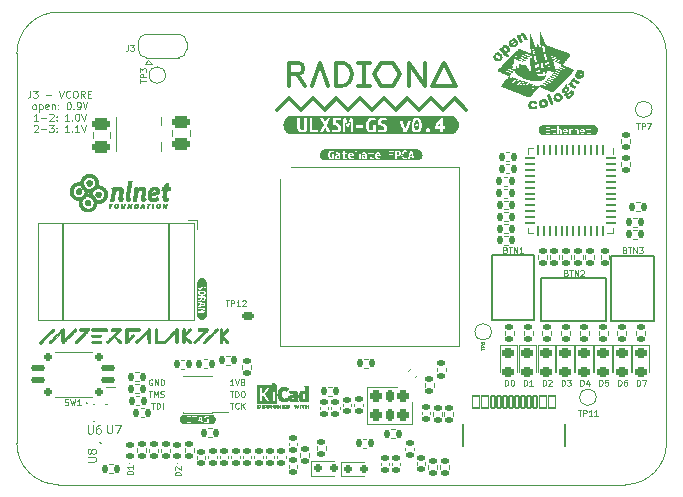
<source format=gto>
G04 #@! TF.GenerationSoftware,KiCad,Pcbnew,9.0.2+dfsg-1*
G04 #@! TF.CreationDate,2025-11-26T16:26:47+01:00*
G04 #@! TF.ProjectId,ulx5m-gs,756c7835-6d2d-4677-932e-6b696361645f,rev?*
G04 #@! TF.SameCoordinates,Original*
G04 #@! TF.FileFunction,Legend,Top*
G04 #@! TF.FilePolarity,Positive*
%FSLAX46Y46*%
G04 Gerber Fmt 4.6, Leading zero omitted, Abs format (unit mm)*
G04 Created by KiCad (PCBNEW 9.0.2+dfsg-1) date 2025-11-26 16:26:47*
%MOMM*%
%LPD*%
G01*
G04 APERTURE LIST*
G04 Aperture macros list*
%AMRoundRect*
0 Rectangle with rounded corners*
0 $1 Rounding radius*
0 $2 $3 $4 $5 $6 $7 $8 $9 X,Y pos of 4 corners*
0 Add a 4 corners polygon primitive as box body*
4,1,4,$2,$3,$4,$5,$6,$7,$8,$9,$2,$3,0*
0 Add four circle primitives for the rounded corners*
1,1,$1+$1,$2,$3*
1,1,$1+$1,$4,$5*
1,1,$1+$1,$6,$7*
1,1,$1+$1,$8,$9*
0 Add four rect primitives between the rounded corners*
20,1,$1+$1,$2,$3,$4,$5,0*
20,1,$1+$1,$4,$5,$6,$7,0*
20,1,$1+$1,$6,$7,$8,$9,0*
20,1,$1+$1,$8,$9,$2,$3,0*%
%AMFreePoly0*
4,1,23,0.550000,-0.750000,0.000000,-0.750000,0.000000,-0.745722,-0.065263,-0.745722,-0.191342,-0.711940,-0.304381,-0.646677,-0.396677,-0.554381,-0.461940,-0.441342,-0.495722,-0.315263,-0.495722,-0.250000,-0.500000,-0.250000,-0.500000,0.250000,-0.495722,0.250000,-0.495722,0.315263,-0.461940,0.441342,-0.396677,0.554381,-0.304381,0.646677,-0.191342,0.711940,-0.065263,0.745722,0.000000,0.745722,
0.000000,0.750000,0.550000,0.750000,0.550000,-0.750000,0.550000,-0.750000,$1*%
%AMFreePoly1*
4,1,23,0.000000,0.745722,0.065263,0.745722,0.191342,0.711940,0.304381,0.646677,0.396677,0.554381,0.461940,0.441342,0.495722,0.315263,0.495722,0.250000,0.500000,0.250000,0.500000,-0.250000,0.495722,-0.250000,0.495722,-0.315263,0.461940,-0.441342,0.396677,-0.554381,0.304381,-0.646677,0.191342,-0.711940,0.065263,-0.745722,0.000000,-0.745722,0.000000,-0.750000,-0.550000,-0.750000,
-0.550000,0.750000,0.000000,0.750000,0.000000,0.745722,0.000000,0.745722,$1*%
G04 Aperture macros list end*
%ADD10C,0.150000*%
%ADD11C,0.100000*%
%ADD12C,0.125000*%
%ADD13C,0.075000*%
%ADD14C,0.000000*%
%ADD15C,0.120000*%
%ADD16C,0.300000*%
%ADD17C,0.203200*%
%ADD18C,0.010000*%
%ADD19C,0.050000*%
%ADD20RoundRect,0.135000X0.185000X-0.135000X0.185000X0.135000X-0.185000X0.135000X-0.185000X-0.135000X0*%
%ADD21RoundRect,0.135000X0.135000X0.185000X-0.135000X0.185000X-0.135000X-0.185000X0.135000X-0.185000X0*%
%ADD22RoundRect,0.140000X-0.170000X0.140000X-0.170000X-0.140000X0.170000X-0.140000X0.170000X0.140000X0*%
%ADD23RoundRect,0.218750X-0.256250X0.218750X-0.256250X-0.218750X0.256250X-0.218750X0.256250X0.218750X0*%
%ADD24RoundRect,0.140000X0.170000X-0.140000X0.170000X0.140000X-0.170000X0.140000X-0.170000X-0.140000X0*%
%ADD25C,4.700000*%
%ADD26C,0.400000*%
%ADD27R,1.150000X1.050000*%
%ADD28RoundRect,0.135000X-0.185000X0.135000X-0.185000X-0.135000X0.185000X-0.135000X0.185000X0.135000X0*%
%ADD29RoundRect,0.250000X0.475000X-0.250000X0.475000X0.250000X-0.475000X0.250000X-0.475000X-0.250000X0*%
%ADD30RoundRect,0.135000X-0.135000X-0.185000X0.135000X-0.185000X0.135000X0.185000X-0.135000X0.185000X0*%
%ADD31C,1.000000*%
%ADD32RoundRect,0.135000X-0.035355X0.226274X-0.226274X0.035355X0.035355X-0.226274X0.226274X-0.035355X0*%
%ADD33RoundRect,0.150000X0.150000X0.200000X-0.150000X0.200000X-0.150000X-0.200000X0.150000X-0.200000X0*%
%ADD34R,0.650000X0.200000*%
%ADD35R,0.600000X0.200000*%
%ADD36RoundRect,0.147500X0.172500X-0.147500X0.172500X0.147500X-0.172500X0.147500X-0.172500X-0.147500X0*%
%ADD37C,0.650000*%
%ADD38RoundRect,0.070000X0.150000X0.500000X-0.150000X0.500000X-0.150000X-0.500000X0.150000X-0.500000X0*%
%ADD39RoundRect,0.070000X-0.150000X-0.500000X0.150000X-0.500000X0.150000X0.500000X-0.150000X0.500000X0*%
%ADD40RoundRect,0.070000X0.300000X0.500000X-0.300000X0.500000X-0.300000X-0.500000X0.300000X-0.500000X0*%
%ADD41RoundRect,0.070000X-0.300000X-0.500000X0.300000X-0.500000X0.300000X0.500000X-0.300000X0.500000X0*%
%ADD42O,1.000000X1.600000*%
%ADD43O,1.000000X2.100000*%
%ADD44R,1.050000X1.150000*%
%ADD45RoundRect,0.062500X-0.062500X0.375000X-0.062500X-0.375000X0.062500X-0.375000X0.062500X0.375000X0*%
%ADD46RoundRect,0.062500X-0.375000X0.062500X-0.375000X-0.062500X0.375000X-0.062500X0.375000X0.062500X0*%
%ADD47R,5.150000X5.150000*%
%ADD48RoundRect,0.250000X-0.275000X0.250000X-0.275000X-0.250000X0.275000X-0.250000X0.275000X0.250000X0*%
%ADD49RoundRect,0.162500X-0.162500X0.337500X-0.162500X-0.337500X0.162500X-0.337500X0.162500X0.337500X0*%
%ADD50RoundRect,0.125000X0.475000X0.125000X-0.475000X0.125000X-0.475000X-0.125000X0.475000X-0.125000X0*%
%ADD51RoundRect,0.175000X0.175000X0.175000X-0.175000X0.175000X-0.175000X-0.175000X0.175000X-0.175000X0*%
%ADD52FreePoly0,0.000000*%
%ADD53R,1.000000X1.500000*%
%ADD54FreePoly1,0.000000*%
%ADD55R,0.370000X0.425000*%
%ADD56RoundRect,0.150000X0.350000X0.150000X-0.350000X0.150000X-0.350000X-0.150000X0.350000X-0.150000X0*%
%ADD57R,0.203200X0.812800*%
%ADD58R,0.203200X0.508000*%
%ADD59R,1.092200X0.254000*%
%ADD60R,0.508000X0.254000*%
%ADD61R,2.000000X0.500000*%
%ADD62C,0.450000*%
G04 #@! TA.AperFunction,Profile*
%ADD63C,0.100000*%
G04 #@! TD*
G04 APERTURE END LIST*
D10*
X63120000Y-75345000D02*
X63120000Y-83495000D01*
X72110000Y-75345000D02*
X72110000Y-83495000D01*
D11*
X100534836Y-89113609D02*
X100534836Y-88613609D01*
X100534836Y-88613609D02*
X100653884Y-88613609D01*
X100653884Y-88613609D02*
X100725312Y-88637419D01*
X100725312Y-88637419D02*
X100772931Y-88685038D01*
X100772931Y-88685038D02*
X100796741Y-88732657D01*
X100796741Y-88732657D02*
X100820550Y-88827895D01*
X100820550Y-88827895D02*
X100820550Y-88899323D01*
X100820550Y-88899323D02*
X100796741Y-88994561D01*
X100796741Y-88994561D02*
X100772931Y-89042180D01*
X100772931Y-89042180D02*
X100725312Y-89089800D01*
X100725312Y-89089800D02*
X100653884Y-89113609D01*
X100653884Y-89113609D02*
X100534836Y-89113609D01*
X101130074Y-88613609D02*
X101177693Y-88613609D01*
X101177693Y-88613609D02*
X101225312Y-88637419D01*
X101225312Y-88637419D02*
X101249122Y-88661228D01*
X101249122Y-88661228D02*
X101272931Y-88708847D01*
X101272931Y-88708847D02*
X101296741Y-88804085D01*
X101296741Y-88804085D02*
X101296741Y-88923133D01*
X101296741Y-88923133D02*
X101272931Y-89018371D01*
X101272931Y-89018371D02*
X101249122Y-89065990D01*
X101249122Y-89065990D02*
X101225312Y-89089800D01*
X101225312Y-89089800D02*
X101177693Y-89113609D01*
X101177693Y-89113609D02*
X101130074Y-89113609D01*
X101130074Y-89113609D02*
X101082455Y-89089800D01*
X101082455Y-89089800D02*
X101058646Y-89065990D01*
X101058646Y-89065990D02*
X101034836Y-89018371D01*
X101034836Y-89018371D02*
X101011027Y-88923133D01*
X101011027Y-88923133D02*
X101011027Y-88804085D01*
X101011027Y-88804085D02*
X101034836Y-88708847D01*
X101034836Y-88708847D02*
X101058646Y-88661228D01*
X101058646Y-88661228D02*
X101082455Y-88637419D01*
X101082455Y-88637419D02*
X101130074Y-88613609D01*
X108527693Y-89113609D02*
X108527693Y-88613609D01*
X108527693Y-88613609D02*
X108646741Y-88613609D01*
X108646741Y-88613609D02*
X108718169Y-88637419D01*
X108718169Y-88637419D02*
X108765788Y-88685038D01*
X108765788Y-88685038D02*
X108789598Y-88732657D01*
X108789598Y-88732657D02*
X108813407Y-88827895D01*
X108813407Y-88827895D02*
X108813407Y-88899323D01*
X108813407Y-88899323D02*
X108789598Y-88994561D01*
X108789598Y-88994561D02*
X108765788Y-89042180D01*
X108765788Y-89042180D02*
X108718169Y-89089800D01*
X108718169Y-89089800D02*
X108646741Y-89113609D01*
X108646741Y-89113609D02*
X108527693Y-89113609D01*
X109265788Y-88613609D02*
X109027693Y-88613609D01*
X109027693Y-88613609D02*
X109003884Y-88851704D01*
X109003884Y-88851704D02*
X109027693Y-88827895D01*
X109027693Y-88827895D02*
X109075312Y-88804085D01*
X109075312Y-88804085D02*
X109194360Y-88804085D01*
X109194360Y-88804085D02*
X109241979Y-88827895D01*
X109241979Y-88827895D02*
X109265788Y-88851704D01*
X109265788Y-88851704D02*
X109289598Y-88899323D01*
X109289598Y-88899323D02*
X109289598Y-89018371D01*
X109289598Y-89018371D02*
X109265788Y-89065990D01*
X109265788Y-89065990D02*
X109241979Y-89089800D01*
X109241979Y-89089800D02*
X109194360Y-89113609D01*
X109194360Y-89113609D02*
X109075312Y-89113609D01*
X109075312Y-89113609D02*
X109027693Y-89089800D01*
X109027693Y-89089800D02*
X109003884Y-89065990D01*
X106929122Y-89113609D02*
X106929122Y-88613609D01*
X106929122Y-88613609D02*
X107048170Y-88613609D01*
X107048170Y-88613609D02*
X107119598Y-88637419D01*
X107119598Y-88637419D02*
X107167217Y-88685038D01*
X107167217Y-88685038D02*
X107191027Y-88732657D01*
X107191027Y-88732657D02*
X107214836Y-88827895D01*
X107214836Y-88827895D02*
X107214836Y-88899323D01*
X107214836Y-88899323D02*
X107191027Y-88994561D01*
X107191027Y-88994561D02*
X107167217Y-89042180D01*
X107167217Y-89042180D02*
X107119598Y-89089800D01*
X107119598Y-89089800D02*
X107048170Y-89113609D01*
X107048170Y-89113609D02*
X106929122Y-89113609D01*
X107643408Y-88780276D02*
X107643408Y-89113609D01*
X107524360Y-88589800D02*
X107405313Y-88946942D01*
X107405313Y-88946942D02*
X107714836Y-88946942D01*
X77253408Y-90553609D02*
X77539122Y-90553609D01*
X77396265Y-91053609D02*
X77396265Y-90553609D01*
X77991502Y-91005990D02*
X77967693Y-91029800D01*
X77967693Y-91029800D02*
X77896264Y-91053609D01*
X77896264Y-91053609D02*
X77848645Y-91053609D01*
X77848645Y-91053609D02*
X77777217Y-91029800D01*
X77777217Y-91029800D02*
X77729598Y-90982180D01*
X77729598Y-90982180D02*
X77705788Y-90934561D01*
X77705788Y-90934561D02*
X77681979Y-90839323D01*
X77681979Y-90839323D02*
X77681979Y-90767895D01*
X77681979Y-90767895D02*
X77705788Y-90672657D01*
X77705788Y-90672657D02*
X77729598Y-90625038D01*
X77729598Y-90625038D02*
X77777217Y-90577419D01*
X77777217Y-90577419D02*
X77848645Y-90553609D01*
X77848645Y-90553609D02*
X77896264Y-90553609D01*
X77896264Y-90553609D02*
X77967693Y-90577419D01*
X77967693Y-90577419D02*
X77991502Y-90601228D01*
X78205788Y-91053609D02*
X78205788Y-90553609D01*
X78491502Y-91053609D02*
X78277217Y-90767895D01*
X78491502Y-90553609D02*
X78205788Y-90839323D01*
X102133407Y-89113609D02*
X102133407Y-88613609D01*
X102133407Y-88613609D02*
X102252455Y-88613609D01*
X102252455Y-88613609D02*
X102323883Y-88637419D01*
X102323883Y-88637419D02*
X102371502Y-88685038D01*
X102371502Y-88685038D02*
X102395312Y-88732657D01*
X102395312Y-88732657D02*
X102419121Y-88827895D01*
X102419121Y-88827895D02*
X102419121Y-88899323D01*
X102419121Y-88899323D02*
X102395312Y-88994561D01*
X102395312Y-88994561D02*
X102371502Y-89042180D01*
X102371502Y-89042180D02*
X102323883Y-89089800D01*
X102323883Y-89089800D02*
X102252455Y-89113609D01*
X102252455Y-89113609D02*
X102133407Y-89113609D01*
X102895312Y-89113609D02*
X102609598Y-89113609D01*
X102752455Y-89113609D02*
X102752455Y-88613609D01*
X102752455Y-88613609D02*
X102704836Y-88685038D01*
X102704836Y-88685038D02*
X102657217Y-88732657D01*
X102657217Y-88732657D02*
X102609598Y-88756466D01*
X111724836Y-89113609D02*
X111724836Y-88613609D01*
X111724836Y-88613609D02*
X111843884Y-88613609D01*
X111843884Y-88613609D02*
X111915312Y-88637419D01*
X111915312Y-88637419D02*
X111962931Y-88685038D01*
X111962931Y-88685038D02*
X111986741Y-88732657D01*
X111986741Y-88732657D02*
X112010550Y-88827895D01*
X112010550Y-88827895D02*
X112010550Y-88899323D01*
X112010550Y-88899323D02*
X111986741Y-88994561D01*
X111986741Y-88994561D02*
X111962931Y-89042180D01*
X111962931Y-89042180D02*
X111915312Y-89089800D01*
X111915312Y-89089800D02*
X111843884Y-89113609D01*
X111843884Y-89113609D02*
X111724836Y-89113609D01*
X112177217Y-88613609D02*
X112510550Y-88613609D01*
X112510550Y-88613609D02*
X112296265Y-89113609D01*
X77243408Y-89573609D02*
X77529122Y-89573609D01*
X77386265Y-90073609D02*
X77386265Y-89573609D01*
X77695788Y-90073609D02*
X77695788Y-89573609D01*
X77695788Y-89573609D02*
X77814836Y-89573609D01*
X77814836Y-89573609D02*
X77886264Y-89597419D01*
X77886264Y-89597419D02*
X77933883Y-89645038D01*
X77933883Y-89645038D02*
X77957693Y-89692657D01*
X77957693Y-89692657D02*
X77981502Y-89787895D01*
X77981502Y-89787895D02*
X77981502Y-89859323D01*
X77981502Y-89859323D02*
X77957693Y-89954561D01*
X77957693Y-89954561D02*
X77933883Y-90002180D01*
X77933883Y-90002180D02*
X77886264Y-90049800D01*
X77886264Y-90049800D02*
X77814836Y-90073609D01*
X77814836Y-90073609D02*
X77695788Y-90073609D01*
X78291026Y-89573609D02*
X78386264Y-89573609D01*
X78386264Y-89573609D02*
X78433883Y-89597419D01*
X78433883Y-89597419D02*
X78481502Y-89645038D01*
X78481502Y-89645038D02*
X78505312Y-89740276D01*
X78505312Y-89740276D02*
X78505312Y-89906942D01*
X78505312Y-89906942D02*
X78481502Y-90002180D01*
X78481502Y-90002180D02*
X78433883Y-90049800D01*
X78433883Y-90049800D02*
X78386264Y-90073609D01*
X78386264Y-90073609D02*
X78291026Y-90073609D01*
X78291026Y-90073609D02*
X78243407Y-90049800D01*
X78243407Y-90049800D02*
X78195788Y-90002180D01*
X78195788Y-90002180D02*
X78171979Y-89906942D01*
X78171979Y-89906942D02*
X78171979Y-89740276D01*
X78171979Y-89740276D02*
X78195788Y-89645038D01*
X78195788Y-89645038D02*
X78243407Y-89597419D01*
X78243407Y-89597419D02*
X78291026Y-89573609D01*
X70363408Y-89563609D02*
X70649122Y-89563609D01*
X70506265Y-90063609D02*
X70506265Y-89563609D01*
X70815788Y-90063609D02*
X70815788Y-89563609D01*
X70815788Y-89563609D02*
X70982455Y-89920752D01*
X70982455Y-89920752D02*
X71149121Y-89563609D01*
X71149121Y-89563609D02*
X71149121Y-90063609D01*
X71363408Y-90039800D02*
X71434836Y-90063609D01*
X71434836Y-90063609D02*
X71553884Y-90063609D01*
X71553884Y-90063609D02*
X71601503Y-90039800D01*
X71601503Y-90039800D02*
X71625312Y-90015990D01*
X71625312Y-90015990D02*
X71649122Y-89968371D01*
X71649122Y-89968371D02*
X71649122Y-89920752D01*
X71649122Y-89920752D02*
X71625312Y-89873133D01*
X71625312Y-89873133D02*
X71601503Y-89849323D01*
X71601503Y-89849323D02*
X71553884Y-89825514D01*
X71553884Y-89825514D02*
X71458646Y-89801704D01*
X71458646Y-89801704D02*
X71411027Y-89777895D01*
X71411027Y-89777895D02*
X71387217Y-89754085D01*
X71387217Y-89754085D02*
X71363408Y-89706466D01*
X71363408Y-89706466D02*
X71363408Y-89658847D01*
X71363408Y-89658847D02*
X71387217Y-89611228D01*
X71387217Y-89611228D02*
X71411027Y-89587419D01*
X71411027Y-89587419D02*
X71458646Y-89563609D01*
X71458646Y-89563609D02*
X71577693Y-89563609D01*
X71577693Y-89563609D02*
X71649122Y-89587419D01*
X77546741Y-89053609D02*
X77261027Y-89053609D01*
X77403884Y-89053609D02*
X77403884Y-88553609D01*
X77403884Y-88553609D02*
X77356265Y-88625038D01*
X77356265Y-88625038D02*
X77308646Y-88672657D01*
X77308646Y-88672657D02*
X77261027Y-88696466D01*
X77689598Y-88553609D02*
X77856264Y-89053609D01*
X77856264Y-89053609D02*
X78022931Y-88553609D01*
X78261026Y-88767895D02*
X78213407Y-88744085D01*
X78213407Y-88744085D02*
X78189597Y-88720276D01*
X78189597Y-88720276D02*
X78165788Y-88672657D01*
X78165788Y-88672657D02*
X78165788Y-88648847D01*
X78165788Y-88648847D02*
X78189597Y-88601228D01*
X78189597Y-88601228D02*
X78213407Y-88577419D01*
X78213407Y-88577419D02*
X78261026Y-88553609D01*
X78261026Y-88553609D02*
X78356264Y-88553609D01*
X78356264Y-88553609D02*
X78403883Y-88577419D01*
X78403883Y-88577419D02*
X78427692Y-88601228D01*
X78427692Y-88601228D02*
X78451502Y-88648847D01*
X78451502Y-88648847D02*
X78451502Y-88672657D01*
X78451502Y-88672657D02*
X78427692Y-88720276D01*
X78427692Y-88720276D02*
X78403883Y-88744085D01*
X78403883Y-88744085D02*
X78356264Y-88767895D01*
X78356264Y-88767895D02*
X78261026Y-88767895D01*
X78261026Y-88767895D02*
X78213407Y-88791704D01*
X78213407Y-88791704D02*
X78189597Y-88815514D01*
X78189597Y-88815514D02*
X78165788Y-88863133D01*
X78165788Y-88863133D02*
X78165788Y-88958371D01*
X78165788Y-88958371D02*
X78189597Y-89005990D01*
X78189597Y-89005990D02*
X78213407Y-89029800D01*
X78213407Y-89029800D02*
X78261026Y-89053609D01*
X78261026Y-89053609D02*
X78356264Y-89053609D01*
X78356264Y-89053609D02*
X78403883Y-89029800D01*
X78403883Y-89029800D02*
X78427692Y-89005990D01*
X78427692Y-89005990D02*
X78451502Y-88958371D01*
X78451502Y-88958371D02*
X78451502Y-88863133D01*
X78451502Y-88863133D02*
X78427692Y-88815514D01*
X78427692Y-88815514D02*
X78403883Y-88791704D01*
X78403883Y-88791704D02*
X78356264Y-88767895D01*
X105330550Y-89113609D02*
X105330550Y-88613609D01*
X105330550Y-88613609D02*
X105449598Y-88613609D01*
X105449598Y-88613609D02*
X105521026Y-88637419D01*
X105521026Y-88637419D02*
X105568645Y-88685038D01*
X105568645Y-88685038D02*
X105592455Y-88732657D01*
X105592455Y-88732657D02*
X105616264Y-88827895D01*
X105616264Y-88827895D02*
X105616264Y-88899323D01*
X105616264Y-88899323D02*
X105592455Y-88994561D01*
X105592455Y-88994561D02*
X105568645Y-89042180D01*
X105568645Y-89042180D02*
X105521026Y-89089800D01*
X105521026Y-89089800D02*
X105449598Y-89113609D01*
X105449598Y-89113609D02*
X105330550Y-89113609D01*
X105782931Y-88613609D02*
X106092455Y-88613609D01*
X106092455Y-88613609D02*
X105925788Y-88804085D01*
X105925788Y-88804085D02*
X105997217Y-88804085D01*
X105997217Y-88804085D02*
X106044836Y-88827895D01*
X106044836Y-88827895D02*
X106068645Y-88851704D01*
X106068645Y-88851704D02*
X106092455Y-88899323D01*
X106092455Y-88899323D02*
X106092455Y-89018371D01*
X106092455Y-89018371D02*
X106068645Y-89065990D01*
X106068645Y-89065990D02*
X106044836Y-89089800D01*
X106044836Y-89089800D02*
X105997217Y-89113609D01*
X105997217Y-89113609D02*
X105854360Y-89113609D01*
X105854360Y-89113609D02*
X105806741Y-89089800D01*
X105806741Y-89089800D02*
X105782931Y-89065990D01*
X60358571Y-64133473D02*
X60358571Y-64562044D01*
X60358571Y-64562044D02*
X60330000Y-64647759D01*
X60330000Y-64647759D02*
X60272857Y-64704902D01*
X60272857Y-64704902D02*
X60187143Y-64733473D01*
X60187143Y-64733473D02*
X60130000Y-64733473D01*
X60587143Y-64133473D02*
X60958571Y-64133473D01*
X60958571Y-64133473D02*
X60758571Y-64362044D01*
X60758571Y-64362044D02*
X60844286Y-64362044D01*
X60844286Y-64362044D02*
X60901429Y-64390616D01*
X60901429Y-64390616D02*
X60930000Y-64419187D01*
X60930000Y-64419187D02*
X60958571Y-64476330D01*
X60958571Y-64476330D02*
X60958571Y-64619187D01*
X60958571Y-64619187D02*
X60930000Y-64676330D01*
X60930000Y-64676330D02*
X60901429Y-64704902D01*
X60901429Y-64704902D02*
X60844286Y-64733473D01*
X60844286Y-64733473D02*
X60672857Y-64733473D01*
X60672857Y-64733473D02*
X60615714Y-64704902D01*
X60615714Y-64704902D02*
X60587143Y-64676330D01*
X61672858Y-64504902D02*
X62130001Y-64504902D01*
X62787143Y-64133473D02*
X62987143Y-64733473D01*
X62987143Y-64733473D02*
X63187143Y-64133473D01*
X63730001Y-64676330D02*
X63701429Y-64704902D01*
X63701429Y-64704902D02*
X63615715Y-64733473D01*
X63615715Y-64733473D02*
X63558572Y-64733473D01*
X63558572Y-64733473D02*
X63472858Y-64704902D01*
X63472858Y-64704902D02*
X63415715Y-64647759D01*
X63415715Y-64647759D02*
X63387144Y-64590616D01*
X63387144Y-64590616D02*
X63358572Y-64476330D01*
X63358572Y-64476330D02*
X63358572Y-64390616D01*
X63358572Y-64390616D02*
X63387144Y-64276330D01*
X63387144Y-64276330D02*
X63415715Y-64219187D01*
X63415715Y-64219187D02*
X63472858Y-64162044D01*
X63472858Y-64162044D02*
X63558572Y-64133473D01*
X63558572Y-64133473D02*
X63615715Y-64133473D01*
X63615715Y-64133473D02*
X63701429Y-64162044D01*
X63701429Y-64162044D02*
X63730001Y-64190616D01*
X64101429Y-64133473D02*
X64215715Y-64133473D01*
X64215715Y-64133473D02*
X64272858Y-64162044D01*
X64272858Y-64162044D02*
X64330001Y-64219187D01*
X64330001Y-64219187D02*
X64358572Y-64333473D01*
X64358572Y-64333473D02*
X64358572Y-64533473D01*
X64358572Y-64533473D02*
X64330001Y-64647759D01*
X64330001Y-64647759D02*
X64272858Y-64704902D01*
X64272858Y-64704902D02*
X64215715Y-64733473D01*
X64215715Y-64733473D02*
X64101429Y-64733473D01*
X64101429Y-64733473D02*
X64044287Y-64704902D01*
X64044287Y-64704902D02*
X63987144Y-64647759D01*
X63987144Y-64647759D02*
X63958572Y-64533473D01*
X63958572Y-64533473D02*
X63958572Y-64333473D01*
X63958572Y-64333473D02*
X63987144Y-64219187D01*
X63987144Y-64219187D02*
X64044287Y-64162044D01*
X64044287Y-64162044D02*
X64101429Y-64133473D01*
X64958572Y-64733473D02*
X64758572Y-64447759D01*
X64615715Y-64733473D02*
X64615715Y-64133473D01*
X64615715Y-64133473D02*
X64844286Y-64133473D01*
X64844286Y-64133473D02*
X64901429Y-64162044D01*
X64901429Y-64162044D02*
X64930000Y-64190616D01*
X64930000Y-64190616D02*
X64958572Y-64247759D01*
X64958572Y-64247759D02*
X64958572Y-64333473D01*
X64958572Y-64333473D02*
X64930000Y-64390616D01*
X64930000Y-64390616D02*
X64901429Y-64419187D01*
X64901429Y-64419187D02*
X64844286Y-64447759D01*
X64844286Y-64447759D02*
X64615715Y-64447759D01*
X65215715Y-64419187D02*
X65415715Y-64419187D01*
X65501429Y-64733473D02*
X65215715Y-64733473D01*
X65215715Y-64733473D02*
X65215715Y-64133473D01*
X65215715Y-64133473D02*
X65501429Y-64133473D01*
X60644285Y-65699439D02*
X60587142Y-65670868D01*
X60587142Y-65670868D02*
X60558571Y-65642296D01*
X60558571Y-65642296D02*
X60529999Y-65585153D01*
X60529999Y-65585153D02*
X60529999Y-65413725D01*
X60529999Y-65413725D02*
X60558571Y-65356582D01*
X60558571Y-65356582D02*
X60587142Y-65328010D01*
X60587142Y-65328010D02*
X60644285Y-65299439D01*
X60644285Y-65299439D02*
X60729999Y-65299439D01*
X60729999Y-65299439D02*
X60787142Y-65328010D01*
X60787142Y-65328010D02*
X60815714Y-65356582D01*
X60815714Y-65356582D02*
X60844285Y-65413725D01*
X60844285Y-65413725D02*
X60844285Y-65585153D01*
X60844285Y-65585153D02*
X60815714Y-65642296D01*
X60815714Y-65642296D02*
X60787142Y-65670868D01*
X60787142Y-65670868D02*
X60729999Y-65699439D01*
X60729999Y-65699439D02*
X60644285Y-65699439D01*
X61101428Y-65299439D02*
X61101428Y-65899439D01*
X61101428Y-65328010D02*
X61158571Y-65299439D01*
X61158571Y-65299439D02*
X61272856Y-65299439D01*
X61272856Y-65299439D02*
X61329999Y-65328010D01*
X61329999Y-65328010D02*
X61358571Y-65356582D01*
X61358571Y-65356582D02*
X61387142Y-65413725D01*
X61387142Y-65413725D02*
X61387142Y-65585153D01*
X61387142Y-65585153D02*
X61358571Y-65642296D01*
X61358571Y-65642296D02*
X61329999Y-65670868D01*
X61329999Y-65670868D02*
X61272856Y-65699439D01*
X61272856Y-65699439D02*
X61158571Y-65699439D01*
X61158571Y-65699439D02*
X61101428Y-65670868D01*
X61872856Y-65670868D02*
X61815713Y-65699439D01*
X61815713Y-65699439D02*
X61701428Y-65699439D01*
X61701428Y-65699439D02*
X61644285Y-65670868D01*
X61644285Y-65670868D02*
X61615713Y-65613725D01*
X61615713Y-65613725D02*
X61615713Y-65385153D01*
X61615713Y-65385153D02*
X61644285Y-65328010D01*
X61644285Y-65328010D02*
X61701428Y-65299439D01*
X61701428Y-65299439D02*
X61815713Y-65299439D01*
X61815713Y-65299439D02*
X61872856Y-65328010D01*
X61872856Y-65328010D02*
X61901428Y-65385153D01*
X61901428Y-65385153D02*
X61901428Y-65442296D01*
X61901428Y-65442296D02*
X61615713Y-65499439D01*
X62158571Y-65299439D02*
X62158571Y-65699439D01*
X62158571Y-65356582D02*
X62187142Y-65328010D01*
X62187142Y-65328010D02*
X62244285Y-65299439D01*
X62244285Y-65299439D02*
X62329999Y-65299439D01*
X62329999Y-65299439D02*
X62387142Y-65328010D01*
X62387142Y-65328010D02*
X62415714Y-65385153D01*
X62415714Y-65385153D02*
X62415714Y-65699439D01*
X62701428Y-65642296D02*
X62729999Y-65670868D01*
X62729999Y-65670868D02*
X62701428Y-65699439D01*
X62701428Y-65699439D02*
X62672856Y-65670868D01*
X62672856Y-65670868D02*
X62701428Y-65642296D01*
X62701428Y-65642296D02*
X62701428Y-65699439D01*
X62701428Y-65328010D02*
X62729999Y-65356582D01*
X62729999Y-65356582D02*
X62701428Y-65385153D01*
X62701428Y-65385153D02*
X62672856Y-65356582D01*
X62672856Y-65356582D02*
X62701428Y-65328010D01*
X62701428Y-65328010D02*
X62701428Y-65385153D01*
X63558570Y-65099439D02*
X63615713Y-65099439D01*
X63615713Y-65099439D02*
X63672856Y-65128010D01*
X63672856Y-65128010D02*
X63701428Y-65156582D01*
X63701428Y-65156582D02*
X63729999Y-65213725D01*
X63729999Y-65213725D02*
X63758570Y-65328010D01*
X63758570Y-65328010D02*
X63758570Y-65470868D01*
X63758570Y-65470868D02*
X63729999Y-65585153D01*
X63729999Y-65585153D02*
X63701428Y-65642296D01*
X63701428Y-65642296D02*
X63672856Y-65670868D01*
X63672856Y-65670868D02*
X63615713Y-65699439D01*
X63615713Y-65699439D02*
X63558570Y-65699439D01*
X63558570Y-65699439D02*
X63501428Y-65670868D01*
X63501428Y-65670868D02*
X63472856Y-65642296D01*
X63472856Y-65642296D02*
X63444285Y-65585153D01*
X63444285Y-65585153D02*
X63415713Y-65470868D01*
X63415713Y-65470868D02*
X63415713Y-65328010D01*
X63415713Y-65328010D02*
X63444285Y-65213725D01*
X63444285Y-65213725D02*
X63472856Y-65156582D01*
X63472856Y-65156582D02*
X63501428Y-65128010D01*
X63501428Y-65128010D02*
X63558570Y-65099439D01*
X64015714Y-65642296D02*
X64044285Y-65670868D01*
X64044285Y-65670868D02*
X64015714Y-65699439D01*
X64015714Y-65699439D02*
X63987142Y-65670868D01*
X63987142Y-65670868D02*
X64015714Y-65642296D01*
X64015714Y-65642296D02*
X64015714Y-65699439D01*
X64329999Y-65699439D02*
X64444285Y-65699439D01*
X64444285Y-65699439D02*
X64501428Y-65670868D01*
X64501428Y-65670868D02*
X64529999Y-65642296D01*
X64529999Y-65642296D02*
X64587142Y-65556582D01*
X64587142Y-65556582D02*
X64615713Y-65442296D01*
X64615713Y-65442296D02*
X64615713Y-65213725D01*
X64615713Y-65213725D02*
X64587142Y-65156582D01*
X64587142Y-65156582D02*
X64558571Y-65128010D01*
X64558571Y-65128010D02*
X64501428Y-65099439D01*
X64501428Y-65099439D02*
X64387142Y-65099439D01*
X64387142Y-65099439D02*
X64329999Y-65128010D01*
X64329999Y-65128010D02*
X64301428Y-65156582D01*
X64301428Y-65156582D02*
X64272856Y-65213725D01*
X64272856Y-65213725D02*
X64272856Y-65356582D01*
X64272856Y-65356582D02*
X64301428Y-65413725D01*
X64301428Y-65413725D02*
X64329999Y-65442296D01*
X64329999Y-65442296D02*
X64387142Y-65470868D01*
X64387142Y-65470868D02*
X64501428Y-65470868D01*
X64501428Y-65470868D02*
X64558571Y-65442296D01*
X64558571Y-65442296D02*
X64587142Y-65413725D01*
X64587142Y-65413725D02*
X64615713Y-65356582D01*
X64787142Y-65099439D02*
X64987142Y-65699439D01*
X64987142Y-65699439D02*
X65187142Y-65099439D01*
X61001427Y-66665405D02*
X60658570Y-66665405D01*
X60829999Y-66665405D02*
X60829999Y-66065405D01*
X60829999Y-66065405D02*
X60772856Y-66151119D01*
X60772856Y-66151119D02*
X60715713Y-66208262D01*
X60715713Y-66208262D02*
X60658570Y-66236834D01*
X61258571Y-66436834D02*
X61715714Y-66436834D01*
X61972856Y-66122548D02*
X62001428Y-66093976D01*
X62001428Y-66093976D02*
X62058571Y-66065405D01*
X62058571Y-66065405D02*
X62201428Y-66065405D01*
X62201428Y-66065405D02*
X62258571Y-66093976D01*
X62258571Y-66093976D02*
X62287142Y-66122548D01*
X62287142Y-66122548D02*
X62315713Y-66179691D01*
X62315713Y-66179691D02*
X62315713Y-66236834D01*
X62315713Y-66236834D02*
X62287142Y-66322548D01*
X62287142Y-66322548D02*
X61944285Y-66665405D01*
X61944285Y-66665405D02*
X62315713Y-66665405D01*
X62572857Y-66608262D02*
X62601428Y-66636834D01*
X62601428Y-66636834D02*
X62572857Y-66665405D01*
X62572857Y-66665405D02*
X62544285Y-66636834D01*
X62544285Y-66636834D02*
X62572857Y-66608262D01*
X62572857Y-66608262D02*
X62572857Y-66665405D01*
X62572857Y-66293976D02*
X62601428Y-66322548D01*
X62601428Y-66322548D02*
X62572857Y-66351119D01*
X62572857Y-66351119D02*
X62544285Y-66322548D01*
X62544285Y-66322548D02*
X62572857Y-66293976D01*
X62572857Y-66293976D02*
X62572857Y-66351119D01*
X63629999Y-66665405D02*
X63287142Y-66665405D01*
X63458571Y-66665405D02*
X63458571Y-66065405D01*
X63458571Y-66065405D02*
X63401428Y-66151119D01*
X63401428Y-66151119D02*
X63344285Y-66208262D01*
X63344285Y-66208262D02*
X63287142Y-66236834D01*
X63887143Y-66608262D02*
X63915714Y-66636834D01*
X63915714Y-66636834D02*
X63887143Y-66665405D01*
X63887143Y-66665405D02*
X63858571Y-66636834D01*
X63858571Y-66636834D02*
X63887143Y-66608262D01*
X63887143Y-66608262D02*
X63887143Y-66665405D01*
X64287142Y-66065405D02*
X64344285Y-66065405D01*
X64344285Y-66065405D02*
X64401428Y-66093976D01*
X64401428Y-66093976D02*
X64430000Y-66122548D01*
X64430000Y-66122548D02*
X64458571Y-66179691D01*
X64458571Y-66179691D02*
X64487142Y-66293976D01*
X64487142Y-66293976D02*
X64487142Y-66436834D01*
X64487142Y-66436834D02*
X64458571Y-66551119D01*
X64458571Y-66551119D02*
X64430000Y-66608262D01*
X64430000Y-66608262D02*
X64401428Y-66636834D01*
X64401428Y-66636834D02*
X64344285Y-66665405D01*
X64344285Y-66665405D02*
X64287142Y-66665405D01*
X64287142Y-66665405D02*
X64230000Y-66636834D01*
X64230000Y-66636834D02*
X64201428Y-66608262D01*
X64201428Y-66608262D02*
X64172857Y-66551119D01*
X64172857Y-66551119D02*
X64144285Y-66436834D01*
X64144285Y-66436834D02*
X64144285Y-66293976D01*
X64144285Y-66293976D02*
X64172857Y-66179691D01*
X64172857Y-66179691D02*
X64201428Y-66122548D01*
X64201428Y-66122548D02*
X64230000Y-66093976D01*
X64230000Y-66093976D02*
X64287142Y-66065405D01*
X64658571Y-66065405D02*
X64858571Y-66665405D01*
X64858571Y-66665405D02*
X65058571Y-66065405D01*
X60658570Y-67088514D02*
X60687142Y-67059942D01*
X60687142Y-67059942D02*
X60744285Y-67031371D01*
X60744285Y-67031371D02*
X60887142Y-67031371D01*
X60887142Y-67031371D02*
X60944285Y-67059942D01*
X60944285Y-67059942D02*
X60972856Y-67088514D01*
X60972856Y-67088514D02*
X61001427Y-67145657D01*
X61001427Y-67145657D02*
X61001427Y-67202800D01*
X61001427Y-67202800D02*
X60972856Y-67288514D01*
X60972856Y-67288514D02*
X60629999Y-67631371D01*
X60629999Y-67631371D02*
X61001427Y-67631371D01*
X61258571Y-67402800D02*
X61715714Y-67402800D01*
X61944285Y-67031371D02*
X62315713Y-67031371D01*
X62315713Y-67031371D02*
X62115713Y-67259942D01*
X62115713Y-67259942D02*
X62201428Y-67259942D01*
X62201428Y-67259942D02*
X62258571Y-67288514D01*
X62258571Y-67288514D02*
X62287142Y-67317085D01*
X62287142Y-67317085D02*
X62315713Y-67374228D01*
X62315713Y-67374228D02*
X62315713Y-67517085D01*
X62315713Y-67517085D02*
X62287142Y-67574228D01*
X62287142Y-67574228D02*
X62258571Y-67602800D01*
X62258571Y-67602800D02*
X62201428Y-67631371D01*
X62201428Y-67631371D02*
X62029999Y-67631371D01*
X62029999Y-67631371D02*
X61972856Y-67602800D01*
X61972856Y-67602800D02*
X61944285Y-67574228D01*
X62572857Y-67574228D02*
X62601428Y-67602800D01*
X62601428Y-67602800D02*
X62572857Y-67631371D01*
X62572857Y-67631371D02*
X62544285Y-67602800D01*
X62544285Y-67602800D02*
X62572857Y-67574228D01*
X62572857Y-67574228D02*
X62572857Y-67631371D01*
X62572857Y-67259942D02*
X62601428Y-67288514D01*
X62601428Y-67288514D02*
X62572857Y-67317085D01*
X62572857Y-67317085D02*
X62544285Y-67288514D01*
X62544285Y-67288514D02*
X62572857Y-67259942D01*
X62572857Y-67259942D02*
X62572857Y-67317085D01*
X63629999Y-67631371D02*
X63287142Y-67631371D01*
X63458571Y-67631371D02*
X63458571Y-67031371D01*
X63458571Y-67031371D02*
X63401428Y-67117085D01*
X63401428Y-67117085D02*
X63344285Y-67174228D01*
X63344285Y-67174228D02*
X63287142Y-67202800D01*
X63887143Y-67574228D02*
X63915714Y-67602800D01*
X63915714Y-67602800D02*
X63887143Y-67631371D01*
X63887143Y-67631371D02*
X63858571Y-67602800D01*
X63858571Y-67602800D02*
X63887143Y-67574228D01*
X63887143Y-67574228D02*
X63887143Y-67631371D01*
X64487142Y-67631371D02*
X64144285Y-67631371D01*
X64315714Y-67631371D02*
X64315714Y-67031371D01*
X64315714Y-67031371D02*
X64258571Y-67117085D01*
X64258571Y-67117085D02*
X64201428Y-67174228D01*
X64201428Y-67174228D02*
X64144285Y-67202800D01*
X64658571Y-67031371D02*
X64858571Y-67631371D01*
X64858571Y-67631371D02*
X65058571Y-67031371D01*
X70593408Y-90553609D02*
X70879122Y-90553609D01*
X70736265Y-91053609D02*
X70736265Y-90553609D01*
X71045788Y-91053609D02*
X71045788Y-90553609D01*
X71045788Y-90553609D02*
X71164836Y-90553609D01*
X71164836Y-90553609D02*
X71236264Y-90577419D01*
X71236264Y-90577419D02*
X71283883Y-90625038D01*
X71283883Y-90625038D02*
X71307693Y-90672657D01*
X71307693Y-90672657D02*
X71331502Y-90767895D01*
X71331502Y-90767895D02*
X71331502Y-90839323D01*
X71331502Y-90839323D02*
X71307693Y-90934561D01*
X71307693Y-90934561D02*
X71283883Y-90982180D01*
X71283883Y-90982180D02*
X71236264Y-91029800D01*
X71236264Y-91029800D02*
X71164836Y-91053609D01*
X71164836Y-91053609D02*
X71045788Y-91053609D01*
X71545788Y-91053609D02*
X71545788Y-90553609D01*
X110126265Y-89113609D02*
X110126265Y-88613609D01*
X110126265Y-88613609D02*
X110245313Y-88613609D01*
X110245313Y-88613609D02*
X110316741Y-88637419D01*
X110316741Y-88637419D02*
X110364360Y-88685038D01*
X110364360Y-88685038D02*
X110388170Y-88732657D01*
X110388170Y-88732657D02*
X110411979Y-88827895D01*
X110411979Y-88827895D02*
X110411979Y-88899323D01*
X110411979Y-88899323D02*
X110388170Y-88994561D01*
X110388170Y-88994561D02*
X110364360Y-89042180D01*
X110364360Y-89042180D02*
X110316741Y-89089800D01*
X110316741Y-89089800D02*
X110245313Y-89113609D01*
X110245313Y-89113609D02*
X110126265Y-89113609D01*
X110840551Y-88613609D02*
X110745313Y-88613609D01*
X110745313Y-88613609D02*
X110697694Y-88637419D01*
X110697694Y-88637419D02*
X110673884Y-88661228D01*
X110673884Y-88661228D02*
X110626265Y-88732657D01*
X110626265Y-88732657D02*
X110602456Y-88827895D01*
X110602456Y-88827895D02*
X110602456Y-89018371D01*
X110602456Y-89018371D02*
X110626265Y-89065990D01*
X110626265Y-89065990D02*
X110650075Y-89089800D01*
X110650075Y-89089800D02*
X110697694Y-89113609D01*
X110697694Y-89113609D02*
X110792932Y-89113609D01*
X110792932Y-89113609D02*
X110840551Y-89089800D01*
X110840551Y-89089800D02*
X110864360Y-89065990D01*
X110864360Y-89065990D02*
X110888170Y-89018371D01*
X110888170Y-89018371D02*
X110888170Y-88899323D01*
X110888170Y-88899323D02*
X110864360Y-88851704D01*
X110864360Y-88851704D02*
X110840551Y-88827895D01*
X110840551Y-88827895D02*
X110792932Y-88804085D01*
X110792932Y-88804085D02*
X110697694Y-88804085D01*
X110697694Y-88804085D02*
X110650075Y-88827895D01*
X110650075Y-88827895D02*
X110626265Y-88851704D01*
X110626265Y-88851704D02*
X110602456Y-88899323D01*
X103731979Y-89113609D02*
X103731979Y-88613609D01*
X103731979Y-88613609D02*
X103851027Y-88613609D01*
X103851027Y-88613609D02*
X103922455Y-88637419D01*
X103922455Y-88637419D02*
X103970074Y-88685038D01*
X103970074Y-88685038D02*
X103993884Y-88732657D01*
X103993884Y-88732657D02*
X104017693Y-88827895D01*
X104017693Y-88827895D02*
X104017693Y-88899323D01*
X104017693Y-88899323D02*
X103993884Y-88994561D01*
X103993884Y-88994561D02*
X103970074Y-89042180D01*
X103970074Y-89042180D02*
X103922455Y-89089800D01*
X103922455Y-89089800D02*
X103851027Y-89113609D01*
X103851027Y-89113609D02*
X103731979Y-89113609D01*
X104208170Y-88661228D02*
X104231979Y-88637419D01*
X104231979Y-88637419D02*
X104279598Y-88613609D01*
X104279598Y-88613609D02*
X104398646Y-88613609D01*
X104398646Y-88613609D02*
X104446265Y-88637419D01*
X104446265Y-88637419D02*
X104470074Y-88661228D01*
X104470074Y-88661228D02*
X104493884Y-88708847D01*
X104493884Y-88708847D02*
X104493884Y-88756466D01*
X104493884Y-88756466D02*
X104470074Y-88827895D01*
X104470074Y-88827895D02*
X104184360Y-89113609D01*
X104184360Y-89113609D02*
X104493884Y-89113609D01*
X70656741Y-88587419D02*
X70609122Y-88563609D01*
X70609122Y-88563609D02*
X70537693Y-88563609D01*
X70537693Y-88563609D02*
X70466265Y-88587419D01*
X70466265Y-88587419D02*
X70418646Y-88635038D01*
X70418646Y-88635038D02*
X70394836Y-88682657D01*
X70394836Y-88682657D02*
X70371027Y-88777895D01*
X70371027Y-88777895D02*
X70371027Y-88849323D01*
X70371027Y-88849323D02*
X70394836Y-88944561D01*
X70394836Y-88944561D02*
X70418646Y-88992180D01*
X70418646Y-88992180D02*
X70466265Y-89039800D01*
X70466265Y-89039800D02*
X70537693Y-89063609D01*
X70537693Y-89063609D02*
X70585312Y-89063609D01*
X70585312Y-89063609D02*
X70656741Y-89039800D01*
X70656741Y-89039800D02*
X70680550Y-89015990D01*
X70680550Y-89015990D02*
X70680550Y-88849323D01*
X70680550Y-88849323D02*
X70585312Y-88849323D01*
X70894836Y-89063609D02*
X70894836Y-88563609D01*
X70894836Y-88563609D02*
X71180550Y-89063609D01*
X71180550Y-89063609D02*
X71180550Y-88563609D01*
X71418646Y-89063609D02*
X71418646Y-88563609D01*
X71418646Y-88563609D02*
X71537694Y-88563609D01*
X71537694Y-88563609D02*
X71609122Y-88587419D01*
X71609122Y-88587419D02*
X71656741Y-88635038D01*
X71656741Y-88635038D02*
X71680551Y-88682657D01*
X71680551Y-88682657D02*
X71704360Y-88777895D01*
X71704360Y-88777895D02*
X71704360Y-88849323D01*
X71704360Y-88849323D02*
X71680551Y-88944561D01*
X71680551Y-88944561D02*
X71656741Y-88992180D01*
X71656741Y-88992180D02*
X71609122Y-89039800D01*
X71609122Y-89039800D02*
X71537694Y-89063609D01*
X71537694Y-89063609D02*
X71418646Y-89063609D01*
X105715238Y-79554204D02*
X105786666Y-79578014D01*
X105786666Y-79578014D02*
X105810476Y-79601823D01*
X105810476Y-79601823D02*
X105834285Y-79649442D01*
X105834285Y-79649442D02*
X105834285Y-79720871D01*
X105834285Y-79720871D02*
X105810476Y-79768490D01*
X105810476Y-79768490D02*
X105786666Y-79792300D01*
X105786666Y-79792300D02*
X105739047Y-79816109D01*
X105739047Y-79816109D02*
X105548571Y-79816109D01*
X105548571Y-79816109D02*
X105548571Y-79316109D01*
X105548571Y-79316109D02*
X105715238Y-79316109D01*
X105715238Y-79316109D02*
X105762857Y-79339919D01*
X105762857Y-79339919D02*
X105786666Y-79363728D01*
X105786666Y-79363728D02*
X105810476Y-79411347D01*
X105810476Y-79411347D02*
X105810476Y-79458966D01*
X105810476Y-79458966D02*
X105786666Y-79506585D01*
X105786666Y-79506585D02*
X105762857Y-79530395D01*
X105762857Y-79530395D02*
X105715238Y-79554204D01*
X105715238Y-79554204D02*
X105548571Y-79554204D01*
X105977143Y-79316109D02*
X106262857Y-79316109D01*
X106120000Y-79816109D02*
X106120000Y-79316109D01*
X106429523Y-79816109D02*
X106429523Y-79316109D01*
X106429523Y-79316109D02*
X106715237Y-79816109D01*
X106715237Y-79816109D02*
X106715237Y-79316109D01*
X106929524Y-79363728D02*
X106953333Y-79339919D01*
X106953333Y-79339919D02*
X107000952Y-79316109D01*
X107000952Y-79316109D02*
X107120000Y-79316109D01*
X107120000Y-79316109D02*
X107167619Y-79339919D01*
X107167619Y-79339919D02*
X107191428Y-79363728D01*
X107191428Y-79363728D02*
X107215238Y-79411347D01*
X107215238Y-79411347D02*
X107215238Y-79458966D01*
X107215238Y-79458966D02*
X107191428Y-79530395D01*
X107191428Y-79530395D02*
X106905714Y-79816109D01*
X106905714Y-79816109D02*
X107215238Y-79816109D01*
X111659048Y-66884109D02*
X111944762Y-66884109D01*
X111801905Y-67384109D02*
X111801905Y-66884109D01*
X112111428Y-67384109D02*
X112111428Y-66884109D01*
X112111428Y-66884109D02*
X112301904Y-66884109D01*
X112301904Y-66884109D02*
X112349523Y-66907919D01*
X112349523Y-66907919D02*
X112373333Y-66931728D01*
X112373333Y-66931728D02*
X112397142Y-66979347D01*
X112397142Y-66979347D02*
X112397142Y-67050776D01*
X112397142Y-67050776D02*
X112373333Y-67098395D01*
X112373333Y-67098395D02*
X112349523Y-67122204D01*
X112349523Y-67122204D02*
X112301904Y-67146014D01*
X112301904Y-67146014D02*
X112111428Y-67146014D01*
X112563809Y-66884109D02*
X112897142Y-66884109D01*
X112897142Y-66884109D02*
X112682857Y-67384109D01*
D12*
X66876666Y-92427333D02*
X66876666Y-92994000D01*
X66876666Y-92994000D02*
X66910000Y-93060666D01*
X66910000Y-93060666D02*
X66943333Y-93094000D01*
X66943333Y-93094000D02*
X67010000Y-93127333D01*
X67010000Y-93127333D02*
X67143333Y-93127333D01*
X67143333Y-93127333D02*
X67210000Y-93094000D01*
X67210000Y-93094000D02*
X67243333Y-93060666D01*
X67243333Y-93060666D02*
X67276666Y-92994000D01*
X67276666Y-92994000D02*
X67276666Y-92427333D01*
X67543333Y-92427333D02*
X68009999Y-92427333D01*
X68009999Y-92427333D02*
X67709999Y-93127333D01*
D11*
X73076109Y-96699047D02*
X72576109Y-96699047D01*
X72576109Y-96699047D02*
X72576109Y-96579999D01*
X72576109Y-96579999D02*
X72599919Y-96508571D01*
X72599919Y-96508571D02*
X72647538Y-96460952D01*
X72647538Y-96460952D02*
X72695157Y-96437142D01*
X72695157Y-96437142D02*
X72790395Y-96413333D01*
X72790395Y-96413333D02*
X72861823Y-96413333D01*
X72861823Y-96413333D02*
X72957061Y-96437142D01*
X72957061Y-96437142D02*
X73004680Y-96460952D01*
X73004680Y-96460952D02*
X73052300Y-96508571D01*
X73052300Y-96508571D02*
X73076109Y-96579999D01*
X73076109Y-96579999D02*
X73076109Y-96699047D01*
X72623728Y-96222856D02*
X72599919Y-96199047D01*
X72599919Y-96199047D02*
X72576109Y-96151428D01*
X72576109Y-96151428D02*
X72576109Y-96032380D01*
X72576109Y-96032380D02*
X72599919Y-95984761D01*
X72599919Y-95984761D02*
X72623728Y-95960952D01*
X72623728Y-95960952D02*
X72671347Y-95937142D01*
X72671347Y-95937142D02*
X72718966Y-95937142D01*
X72718966Y-95937142D02*
X72790395Y-95960952D01*
X72790395Y-95960952D02*
X73076109Y-96246666D01*
X73076109Y-96246666D02*
X73076109Y-95937142D01*
X69656109Y-63447951D02*
X69656109Y-63162237D01*
X70156109Y-63305094D02*
X69656109Y-63305094D01*
X70156109Y-62995571D02*
X69656109Y-62995571D01*
X69656109Y-62995571D02*
X69656109Y-62805095D01*
X69656109Y-62805095D02*
X69679919Y-62757476D01*
X69679919Y-62757476D02*
X69703728Y-62733666D01*
X69703728Y-62733666D02*
X69751347Y-62709857D01*
X69751347Y-62709857D02*
X69822776Y-62709857D01*
X69822776Y-62709857D02*
X69870395Y-62733666D01*
X69870395Y-62733666D02*
X69894204Y-62757476D01*
X69894204Y-62757476D02*
X69918014Y-62805095D01*
X69918014Y-62805095D02*
X69918014Y-62995571D01*
X69656109Y-62543190D02*
X69656109Y-62233666D01*
X69656109Y-62233666D02*
X69846585Y-62400333D01*
X69846585Y-62400333D02*
X69846585Y-62328904D01*
X69846585Y-62328904D02*
X69870395Y-62281285D01*
X69870395Y-62281285D02*
X69894204Y-62257476D01*
X69894204Y-62257476D02*
X69941823Y-62233666D01*
X69941823Y-62233666D02*
X70060871Y-62233666D01*
X70060871Y-62233666D02*
X70108490Y-62257476D01*
X70108490Y-62257476D02*
X70132300Y-62281285D01*
X70132300Y-62281285D02*
X70156109Y-62328904D01*
X70156109Y-62328904D02*
X70156109Y-62471761D01*
X70156109Y-62471761D02*
X70132300Y-62519380D01*
X70132300Y-62519380D02*
X70108490Y-62543190D01*
D13*
X98494885Y-86128570D02*
X98494885Y-85957142D01*
X98794885Y-86042856D02*
X98494885Y-86042856D01*
X98794885Y-85857142D02*
X98494885Y-85857142D01*
X98494885Y-85857142D02*
X98494885Y-85742856D01*
X98494885Y-85742856D02*
X98509171Y-85714285D01*
X98509171Y-85714285D02*
X98523457Y-85699999D01*
X98523457Y-85699999D02*
X98552028Y-85685713D01*
X98552028Y-85685713D02*
X98594885Y-85685713D01*
X98594885Y-85685713D02*
X98623457Y-85699999D01*
X98623457Y-85699999D02*
X98637742Y-85714285D01*
X98637742Y-85714285D02*
X98652028Y-85742856D01*
X98652028Y-85742856D02*
X98652028Y-85857142D01*
X98494885Y-85428571D02*
X98494885Y-85485713D01*
X98494885Y-85485713D02*
X98509171Y-85514285D01*
X98509171Y-85514285D02*
X98523457Y-85528571D01*
X98523457Y-85528571D02*
X98566314Y-85557142D01*
X98566314Y-85557142D02*
X98623457Y-85571428D01*
X98623457Y-85571428D02*
X98737742Y-85571428D01*
X98737742Y-85571428D02*
X98766314Y-85557142D01*
X98766314Y-85557142D02*
X98780600Y-85542856D01*
X98780600Y-85542856D02*
X98794885Y-85514285D01*
X98794885Y-85514285D02*
X98794885Y-85457142D01*
X98794885Y-85457142D02*
X98780600Y-85428571D01*
X98780600Y-85428571D02*
X98766314Y-85414285D01*
X98766314Y-85414285D02*
X98737742Y-85399999D01*
X98737742Y-85399999D02*
X98666314Y-85399999D01*
X98666314Y-85399999D02*
X98637742Y-85414285D01*
X98637742Y-85414285D02*
X98623457Y-85428571D01*
X98623457Y-85428571D02*
X98609171Y-85457142D01*
X98609171Y-85457142D02*
X98609171Y-85514285D01*
X98609171Y-85514285D02*
X98623457Y-85542856D01*
X98623457Y-85542856D02*
X98637742Y-85557142D01*
X98637742Y-85557142D02*
X98666314Y-85571428D01*
D11*
X69026109Y-96599047D02*
X68526109Y-96599047D01*
X68526109Y-96599047D02*
X68526109Y-96479999D01*
X68526109Y-96479999D02*
X68549919Y-96408571D01*
X68549919Y-96408571D02*
X68597538Y-96360952D01*
X68597538Y-96360952D02*
X68645157Y-96337142D01*
X68645157Y-96337142D02*
X68740395Y-96313333D01*
X68740395Y-96313333D02*
X68811823Y-96313333D01*
X68811823Y-96313333D02*
X68907061Y-96337142D01*
X68907061Y-96337142D02*
X68954680Y-96360952D01*
X68954680Y-96360952D02*
X69002300Y-96408571D01*
X69002300Y-96408571D02*
X69026109Y-96479999D01*
X69026109Y-96479999D02*
X69026109Y-96599047D01*
X69026109Y-95837142D02*
X69026109Y-96122856D01*
X69026109Y-95979999D02*
X68526109Y-95979999D01*
X68526109Y-95979999D02*
X68597538Y-96027618D01*
X68597538Y-96027618D02*
X68645157Y-96075237D01*
X68645157Y-96075237D02*
X68668966Y-96122856D01*
X110695238Y-77644204D02*
X110766666Y-77668014D01*
X110766666Y-77668014D02*
X110790476Y-77691823D01*
X110790476Y-77691823D02*
X110814285Y-77739442D01*
X110814285Y-77739442D02*
X110814285Y-77810871D01*
X110814285Y-77810871D02*
X110790476Y-77858490D01*
X110790476Y-77858490D02*
X110766666Y-77882300D01*
X110766666Y-77882300D02*
X110719047Y-77906109D01*
X110719047Y-77906109D02*
X110528571Y-77906109D01*
X110528571Y-77906109D02*
X110528571Y-77406109D01*
X110528571Y-77406109D02*
X110695238Y-77406109D01*
X110695238Y-77406109D02*
X110742857Y-77429919D01*
X110742857Y-77429919D02*
X110766666Y-77453728D01*
X110766666Y-77453728D02*
X110790476Y-77501347D01*
X110790476Y-77501347D02*
X110790476Y-77548966D01*
X110790476Y-77548966D02*
X110766666Y-77596585D01*
X110766666Y-77596585D02*
X110742857Y-77620395D01*
X110742857Y-77620395D02*
X110695238Y-77644204D01*
X110695238Y-77644204D02*
X110528571Y-77644204D01*
X110957143Y-77406109D02*
X111242857Y-77406109D01*
X111100000Y-77906109D02*
X111100000Y-77406109D01*
X111409523Y-77906109D02*
X111409523Y-77406109D01*
X111409523Y-77406109D02*
X111695237Y-77906109D01*
X111695237Y-77906109D02*
X111695237Y-77406109D01*
X111885714Y-77406109D02*
X112195238Y-77406109D01*
X112195238Y-77406109D02*
X112028571Y-77596585D01*
X112028571Y-77596585D02*
X112100000Y-77596585D01*
X112100000Y-77596585D02*
X112147619Y-77620395D01*
X112147619Y-77620395D02*
X112171428Y-77644204D01*
X112171428Y-77644204D02*
X112195238Y-77691823D01*
X112195238Y-77691823D02*
X112195238Y-77810871D01*
X112195238Y-77810871D02*
X112171428Y-77858490D01*
X112171428Y-77858490D02*
X112147619Y-77882300D01*
X112147619Y-77882300D02*
X112100000Y-77906109D01*
X112100000Y-77906109D02*
X111957143Y-77906109D01*
X111957143Y-77906109D02*
X111909524Y-77882300D01*
X111909524Y-77882300D02*
X111885714Y-77858490D01*
X106710953Y-91166109D02*
X106996667Y-91166109D01*
X106853810Y-91666109D02*
X106853810Y-91166109D01*
X107163333Y-91666109D02*
X107163333Y-91166109D01*
X107163333Y-91166109D02*
X107353809Y-91166109D01*
X107353809Y-91166109D02*
X107401428Y-91189919D01*
X107401428Y-91189919D02*
X107425238Y-91213728D01*
X107425238Y-91213728D02*
X107449047Y-91261347D01*
X107449047Y-91261347D02*
X107449047Y-91332776D01*
X107449047Y-91332776D02*
X107425238Y-91380395D01*
X107425238Y-91380395D02*
X107401428Y-91404204D01*
X107401428Y-91404204D02*
X107353809Y-91428014D01*
X107353809Y-91428014D02*
X107163333Y-91428014D01*
X107925238Y-91666109D02*
X107639524Y-91666109D01*
X107782381Y-91666109D02*
X107782381Y-91166109D01*
X107782381Y-91166109D02*
X107734762Y-91237538D01*
X107734762Y-91237538D02*
X107687143Y-91285157D01*
X107687143Y-91285157D02*
X107639524Y-91308966D01*
X108401428Y-91666109D02*
X108115714Y-91666109D01*
X108258571Y-91666109D02*
X108258571Y-91166109D01*
X108258571Y-91166109D02*
X108210952Y-91237538D01*
X108210952Y-91237538D02*
X108163333Y-91285157D01*
X108163333Y-91285157D02*
X108115714Y-91308966D01*
X100575238Y-77604204D02*
X100646666Y-77628014D01*
X100646666Y-77628014D02*
X100670476Y-77651823D01*
X100670476Y-77651823D02*
X100694285Y-77699442D01*
X100694285Y-77699442D02*
X100694285Y-77770871D01*
X100694285Y-77770871D02*
X100670476Y-77818490D01*
X100670476Y-77818490D02*
X100646666Y-77842300D01*
X100646666Y-77842300D02*
X100599047Y-77866109D01*
X100599047Y-77866109D02*
X100408571Y-77866109D01*
X100408571Y-77866109D02*
X100408571Y-77366109D01*
X100408571Y-77366109D02*
X100575238Y-77366109D01*
X100575238Y-77366109D02*
X100622857Y-77389919D01*
X100622857Y-77389919D02*
X100646666Y-77413728D01*
X100646666Y-77413728D02*
X100670476Y-77461347D01*
X100670476Y-77461347D02*
X100670476Y-77508966D01*
X100670476Y-77508966D02*
X100646666Y-77556585D01*
X100646666Y-77556585D02*
X100622857Y-77580395D01*
X100622857Y-77580395D02*
X100575238Y-77604204D01*
X100575238Y-77604204D02*
X100408571Y-77604204D01*
X100837143Y-77366109D02*
X101122857Y-77366109D01*
X100980000Y-77866109D02*
X100980000Y-77366109D01*
X101289523Y-77866109D02*
X101289523Y-77366109D01*
X101289523Y-77366109D02*
X101575237Y-77866109D01*
X101575237Y-77866109D02*
X101575237Y-77366109D01*
X102075238Y-77866109D02*
X101789524Y-77866109D01*
X101932381Y-77866109D02*
X101932381Y-77366109D01*
X101932381Y-77366109D02*
X101884762Y-77437538D01*
X101884762Y-77437538D02*
X101837143Y-77485157D01*
X101837143Y-77485157D02*
X101789524Y-77508966D01*
X63273334Y-90722300D02*
X63344762Y-90746109D01*
X63344762Y-90746109D02*
X63463810Y-90746109D01*
X63463810Y-90746109D02*
X63511429Y-90722300D01*
X63511429Y-90722300D02*
X63535238Y-90698490D01*
X63535238Y-90698490D02*
X63559048Y-90650871D01*
X63559048Y-90650871D02*
X63559048Y-90603252D01*
X63559048Y-90603252D02*
X63535238Y-90555633D01*
X63535238Y-90555633D02*
X63511429Y-90531823D01*
X63511429Y-90531823D02*
X63463810Y-90508014D01*
X63463810Y-90508014D02*
X63368572Y-90484204D01*
X63368572Y-90484204D02*
X63320953Y-90460395D01*
X63320953Y-90460395D02*
X63297143Y-90436585D01*
X63297143Y-90436585D02*
X63273334Y-90388966D01*
X63273334Y-90388966D02*
X63273334Y-90341347D01*
X63273334Y-90341347D02*
X63297143Y-90293728D01*
X63297143Y-90293728D02*
X63320953Y-90269919D01*
X63320953Y-90269919D02*
X63368572Y-90246109D01*
X63368572Y-90246109D02*
X63487619Y-90246109D01*
X63487619Y-90246109D02*
X63559048Y-90269919D01*
X63725714Y-90246109D02*
X63844762Y-90746109D01*
X63844762Y-90746109D02*
X63940000Y-90388966D01*
X63940000Y-90388966D02*
X64035238Y-90746109D01*
X64035238Y-90746109D02*
X64154286Y-90246109D01*
X64606667Y-90746109D02*
X64320953Y-90746109D01*
X64463810Y-90746109D02*
X64463810Y-90246109D01*
X64463810Y-90246109D02*
X64416191Y-90317538D01*
X64416191Y-90317538D02*
X64368572Y-90365157D01*
X64368572Y-90365157D02*
X64320953Y-90388966D01*
X68618332Y-60254109D02*
X68618332Y-60611252D01*
X68618332Y-60611252D02*
X68594523Y-60682680D01*
X68594523Y-60682680D02*
X68546904Y-60730300D01*
X68546904Y-60730300D02*
X68475475Y-60754109D01*
X68475475Y-60754109D02*
X68427856Y-60754109D01*
X68808808Y-60254109D02*
X69118332Y-60254109D01*
X69118332Y-60254109D02*
X68951665Y-60444585D01*
X68951665Y-60444585D02*
X69023094Y-60444585D01*
X69023094Y-60444585D02*
X69070713Y-60468395D01*
X69070713Y-60468395D02*
X69094522Y-60492204D01*
X69094522Y-60492204D02*
X69118332Y-60539823D01*
X69118332Y-60539823D02*
X69118332Y-60658871D01*
X69118332Y-60658871D02*
X69094522Y-60706490D01*
X69094522Y-60706490D02*
X69070713Y-60730300D01*
X69070713Y-60730300D02*
X69023094Y-60754109D01*
X69023094Y-60754109D02*
X68880237Y-60754109D01*
X68880237Y-60754109D02*
X68832618Y-60730300D01*
X68832618Y-60730300D02*
X68808808Y-60706490D01*
D12*
X65207333Y-95553333D02*
X65774000Y-95553333D01*
X65774000Y-95553333D02*
X65840666Y-95520000D01*
X65840666Y-95520000D02*
X65874000Y-95486666D01*
X65874000Y-95486666D02*
X65907333Y-95420000D01*
X65907333Y-95420000D02*
X65907333Y-95286666D01*
X65907333Y-95286666D02*
X65874000Y-95220000D01*
X65874000Y-95220000D02*
X65840666Y-95186666D01*
X65840666Y-95186666D02*
X65774000Y-95153333D01*
X65774000Y-95153333D02*
X65207333Y-95153333D01*
X65507333Y-94720000D02*
X65474000Y-94786667D01*
X65474000Y-94786667D02*
X65440666Y-94820000D01*
X65440666Y-94820000D02*
X65374000Y-94853333D01*
X65374000Y-94853333D02*
X65340666Y-94853333D01*
X65340666Y-94853333D02*
X65274000Y-94820000D01*
X65274000Y-94820000D02*
X65240666Y-94786667D01*
X65240666Y-94786667D02*
X65207333Y-94720000D01*
X65207333Y-94720000D02*
X65207333Y-94586667D01*
X65207333Y-94586667D02*
X65240666Y-94520000D01*
X65240666Y-94520000D02*
X65274000Y-94486667D01*
X65274000Y-94486667D02*
X65340666Y-94453333D01*
X65340666Y-94453333D02*
X65374000Y-94453333D01*
X65374000Y-94453333D02*
X65440666Y-94486667D01*
X65440666Y-94486667D02*
X65474000Y-94520000D01*
X65474000Y-94520000D02*
X65507333Y-94586667D01*
X65507333Y-94586667D02*
X65507333Y-94720000D01*
X65507333Y-94720000D02*
X65540666Y-94786667D01*
X65540666Y-94786667D02*
X65574000Y-94820000D01*
X65574000Y-94820000D02*
X65640666Y-94853333D01*
X65640666Y-94853333D02*
X65774000Y-94853333D01*
X65774000Y-94853333D02*
X65840666Y-94820000D01*
X65840666Y-94820000D02*
X65874000Y-94786667D01*
X65874000Y-94786667D02*
X65907333Y-94720000D01*
X65907333Y-94720000D02*
X65907333Y-94586667D01*
X65907333Y-94586667D02*
X65874000Y-94520000D01*
X65874000Y-94520000D02*
X65840666Y-94486667D01*
X65840666Y-94486667D02*
X65774000Y-94453333D01*
X65774000Y-94453333D02*
X65640666Y-94453333D01*
X65640666Y-94453333D02*
X65574000Y-94486667D01*
X65574000Y-94486667D02*
X65540666Y-94520000D01*
X65540666Y-94520000D02*
X65507333Y-94586667D01*
X65213666Y-92462333D02*
X65213666Y-93029000D01*
X65213666Y-93029000D02*
X65247000Y-93095666D01*
X65247000Y-93095666D02*
X65280333Y-93129000D01*
X65280333Y-93129000D02*
X65347000Y-93162333D01*
X65347000Y-93162333D02*
X65480333Y-93162333D01*
X65480333Y-93162333D02*
X65547000Y-93129000D01*
X65547000Y-93129000D02*
X65580333Y-93095666D01*
X65580333Y-93095666D02*
X65613666Y-93029000D01*
X65613666Y-93029000D02*
X65613666Y-92462333D01*
X66246999Y-92462333D02*
X66113666Y-92462333D01*
X66113666Y-92462333D02*
X66046999Y-92495666D01*
X66046999Y-92495666D02*
X66013666Y-92529000D01*
X66013666Y-92529000D02*
X65946999Y-92629000D01*
X65946999Y-92629000D02*
X65913666Y-92762333D01*
X65913666Y-92762333D02*
X65913666Y-93029000D01*
X65913666Y-93029000D02*
X65946999Y-93095666D01*
X65946999Y-93095666D02*
X65980333Y-93129000D01*
X65980333Y-93129000D02*
X66046999Y-93162333D01*
X66046999Y-93162333D02*
X66180333Y-93162333D01*
X66180333Y-93162333D02*
X66246999Y-93129000D01*
X66246999Y-93129000D02*
X66280333Y-93095666D01*
X66280333Y-93095666D02*
X66313666Y-93029000D01*
X66313666Y-93029000D02*
X66313666Y-92862333D01*
X66313666Y-92862333D02*
X66280333Y-92795666D01*
X66280333Y-92795666D02*
X66246999Y-92762333D01*
X66246999Y-92762333D02*
X66180333Y-92729000D01*
X66180333Y-92729000D02*
X66046999Y-92729000D01*
X66046999Y-92729000D02*
X65980333Y-92762333D01*
X65980333Y-92762333D02*
X65946999Y-92795666D01*
X65946999Y-92795666D02*
X65913666Y-92862333D01*
D11*
X76890953Y-81876109D02*
X77176667Y-81876109D01*
X77033810Y-82376109D02*
X77033810Y-81876109D01*
X77343333Y-82376109D02*
X77343333Y-81876109D01*
X77343333Y-81876109D02*
X77533809Y-81876109D01*
X77533809Y-81876109D02*
X77581428Y-81899919D01*
X77581428Y-81899919D02*
X77605238Y-81923728D01*
X77605238Y-81923728D02*
X77629047Y-81971347D01*
X77629047Y-81971347D02*
X77629047Y-82042776D01*
X77629047Y-82042776D02*
X77605238Y-82090395D01*
X77605238Y-82090395D02*
X77581428Y-82114204D01*
X77581428Y-82114204D02*
X77533809Y-82138014D01*
X77533809Y-82138014D02*
X77343333Y-82138014D01*
X78105238Y-82376109D02*
X77819524Y-82376109D01*
X77962381Y-82376109D02*
X77962381Y-81876109D01*
X77962381Y-81876109D02*
X77914762Y-81947538D01*
X77914762Y-81947538D02*
X77867143Y-81995157D01*
X77867143Y-81995157D02*
X77819524Y-82018966D01*
X78295714Y-81923728D02*
X78319523Y-81899919D01*
X78319523Y-81899919D02*
X78367142Y-81876109D01*
X78367142Y-81876109D02*
X78486190Y-81876109D01*
X78486190Y-81876109D02*
X78533809Y-81899919D01*
X78533809Y-81899919D02*
X78557618Y-81923728D01*
X78557618Y-81923728D02*
X78581428Y-81971347D01*
X78581428Y-81971347D02*
X78581428Y-82018966D01*
X78581428Y-82018966D02*
X78557618Y-82090395D01*
X78557618Y-82090395D02*
X78271904Y-82376109D01*
X78271904Y-82376109D02*
X78581428Y-82376109D01*
D14*
G36*
X87556688Y-69481583D02*
G01*
X87588352Y-69507027D01*
X87606446Y-69542649D01*
X87612100Y-69583926D01*
X87399499Y-69583926D01*
X87409111Y-69542084D01*
X87429467Y-69505897D01*
X87462262Y-69481018D01*
X87509192Y-69471971D01*
X87556688Y-69481583D01*
G37*
G36*
X89818401Y-69481583D02*
G01*
X89850065Y-69507027D01*
X89868158Y-69542649D01*
X89873813Y-69583926D01*
X89661212Y-69583926D01*
X89670824Y-69542084D01*
X89691179Y-69505897D01*
X89723974Y-69481018D01*
X89770905Y-69471971D01*
X89818401Y-69481583D01*
G37*
G36*
X92612181Y-69411470D02*
G01*
X92630275Y-69481583D01*
X92645541Y-69551131D01*
X92659111Y-69623506D01*
X92522278Y-69623506D01*
X92536414Y-69551131D01*
X92552246Y-69481583D01*
X92570339Y-69411470D01*
X92591260Y-69336268D01*
X92612181Y-69411470D01*
G37*
G36*
X86422439Y-69671567D02*
G01*
X86455234Y-69675525D01*
X86455234Y-69797658D01*
X86417916Y-69800485D01*
X86373813Y-69801050D01*
X86303700Y-69785784D01*
X86276559Y-69734330D01*
X86285606Y-69701535D01*
X86309919Y-69682310D01*
X86345541Y-69672698D01*
X86387383Y-69669871D01*
X86422439Y-69671567D01*
G37*
G36*
X88684152Y-69671567D02*
G01*
X88716947Y-69675525D01*
X88716947Y-69797658D01*
X88679628Y-69800485D01*
X88635525Y-69801050D01*
X88565412Y-69785784D01*
X88538271Y-69734330D01*
X88547318Y-69701535D01*
X88571632Y-69682310D01*
X88607254Y-69672698D01*
X88649095Y-69669871D01*
X88684152Y-69671567D01*
G37*
G36*
X91497863Y-69320012D02*
G01*
X91536737Y-69339095D01*
X91561757Y-69373445D01*
X91570097Y-69425606D01*
X91561616Y-69480594D01*
X91536171Y-69516640D01*
X91494047Y-69536571D01*
X91435525Y-69543215D01*
X91378982Y-69543215D01*
X91378982Y-69317044D01*
X91413473Y-69314216D01*
X91447964Y-69313651D01*
X91497863Y-69320012D01*
G37*
G36*
X93190167Y-69099325D02*
G01*
X93276367Y-69125473D01*
X93355809Y-69167936D01*
X93425441Y-69225081D01*
X93482586Y-69294713D01*
X93525049Y-69374155D01*
X93551198Y-69460355D01*
X93560027Y-69550000D01*
X93551198Y-69639645D01*
X93525049Y-69725845D01*
X93482586Y-69805287D01*
X93425441Y-69874919D01*
X93355809Y-69932064D01*
X93276367Y-69974527D01*
X93190167Y-70000675D01*
X93100522Y-70009505D01*
X92864927Y-70009505D01*
X92715654Y-70009505D01*
X92060889Y-70009505D01*
X91378982Y-70009505D01*
X90684637Y-70009505D01*
X89809354Y-70009505D01*
X89281244Y-70009505D01*
X88625347Y-70009505D01*
X88325670Y-70009505D01*
X87547641Y-70009505D01*
X87019532Y-70009505D01*
X86363635Y-70009505D01*
X85841179Y-70009505D01*
X85555073Y-70009505D01*
X85319478Y-70009505D01*
X85229833Y-70000675D01*
X85143633Y-69974527D01*
X85064191Y-69932064D01*
X84994559Y-69874919D01*
X84937414Y-69805287D01*
X84894951Y-69725845D01*
X84868802Y-69639645D01*
X84859973Y-69550000D01*
X85555073Y-69550000D01*
X85560162Y-69634956D01*
X85575428Y-69708885D01*
X85600024Y-69771648D01*
X85633102Y-69823102D01*
X85674237Y-69863247D01*
X85723005Y-69892084D01*
X85778841Y-69909471D01*
X85841179Y-69915267D01*
X85910303Y-69912439D01*
X85968401Y-69903958D01*
X86045864Y-69883603D01*
X86045864Y-69737722D01*
X86139725Y-69737722D01*
X86155557Y-69819709D01*
X86200792Y-69873990D01*
X86271470Y-69903958D01*
X86363635Y-69913005D01*
X86434596Y-69910743D01*
X86498207Y-69903958D01*
X86588675Y-69888126D01*
X86588675Y-69571486D01*
X86577367Y-69481583D01*
X86540048Y-69413732D01*
X86470501Y-69370759D01*
X86463235Y-69369063D01*
X86696107Y-69369063D01*
X86696107Y-69484410D01*
X86817108Y-69484410D01*
X86817108Y-69702666D01*
X86820501Y-69763025D01*
X86830679Y-69810662D01*
X86870258Y-69874556D01*
X86933586Y-69905089D01*
X87019532Y-69913005D01*
X87106042Y-69906220D01*
X87189160Y-69883603D01*
X87169935Y-69763732D01*
X87134313Y-69778433D01*
X87102649Y-69786914D01*
X87070985Y-69790872D01*
X87035363Y-69792003D01*
X87002569Y-69788611D01*
X86977690Y-69775040D01*
X86961858Y-69746769D01*
X86956204Y-69699273D01*
X86956204Y-69639338D01*
X87255880Y-69639338D01*
X87260969Y-69702948D01*
X87276236Y-69758078D01*
X87300973Y-69804867D01*
X87334475Y-69843457D01*
X87376317Y-69873708D01*
X87426074Y-69895477D01*
X87483324Y-69908623D01*
X87547641Y-69913005D01*
X87639241Y-69904523D01*
X87653790Y-69900565D01*
X87812262Y-69900565D01*
X87940048Y-69900565D01*
X87934394Y-69356624D01*
X88016947Y-69652908D01*
X88118724Y-69652908D01*
X88204669Y-69356624D01*
X88197884Y-69900565D01*
X88325670Y-69900565D01*
X88323126Y-69811086D01*
X88320518Y-69737722D01*
X88401438Y-69737722D01*
X88417270Y-69819709D01*
X88462504Y-69873990D01*
X88533183Y-69903958D01*
X88625347Y-69913005D01*
X88696309Y-69910743D01*
X88759919Y-69903958D01*
X88850388Y-69888126D01*
X88850388Y-69571486D01*
X88839079Y-69481583D01*
X88801761Y-69413732D01*
X88732213Y-69370759D01*
X88724947Y-69369063D01*
X88957819Y-69369063D01*
X88957819Y-69484410D01*
X89078821Y-69484410D01*
X89078821Y-69702666D01*
X89082213Y-69763025D01*
X89092391Y-69810662D01*
X89131971Y-69874556D01*
X89195299Y-69905089D01*
X89281244Y-69913005D01*
X89367754Y-69906220D01*
X89450872Y-69883603D01*
X89431648Y-69763732D01*
X89396026Y-69778433D01*
X89364362Y-69786914D01*
X89332698Y-69790872D01*
X89297076Y-69792003D01*
X89264281Y-69788611D01*
X89239402Y-69775040D01*
X89223570Y-69746769D01*
X89217916Y-69699273D01*
X89217916Y-69639338D01*
X89517593Y-69639338D01*
X89522682Y-69702948D01*
X89537948Y-69758078D01*
X89562686Y-69804867D01*
X89596187Y-69843457D01*
X89638029Y-69873708D01*
X89687787Y-69895477D01*
X89745036Y-69908623D01*
X89809354Y-69913005D01*
X89900953Y-69904523D01*
X89915502Y-69900565D01*
X90684637Y-69900565D01*
X90823732Y-69900565D01*
X90823732Y-69600889D01*
X91077044Y-69600889D01*
X91077044Y-69485541D01*
X90823732Y-69485541D01*
X90823732Y-69315913D01*
X91113231Y-69315913D01*
X91113231Y-69209612D01*
X91239887Y-69209612D01*
X91239887Y-69900565D01*
X91378982Y-69900565D01*
X91378982Y-69664216D01*
X91428740Y-69664216D01*
X91512360Y-69657997D01*
X91582285Y-69639338D01*
X91638514Y-69608239D01*
X91679664Y-69563193D01*
X91685048Y-69550000D01*
X91774782Y-69550000D01*
X91779871Y-69634956D01*
X91795137Y-69708885D01*
X91819733Y-69771648D01*
X91852811Y-69823102D01*
X91893946Y-69863247D01*
X91942714Y-69892084D01*
X91998550Y-69909471D01*
X92060889Y-69915267D01*
X92130012Y-69912439D01*
X92188110Y-69903958D01*
X92201023Y-69900565D01*
X92319855Y-69900565D01*
X92464604Y-69900565D01*
X92496268Y-69738853D01*
X92682859Y-69738853D01*
X92715654Y-69900565D01*
X92864927Y-69900565D01*
X92846268Y-69821202D01*
X92827383Y-69744145D01*
X92808271Y-69669396D01*
X92788934Y-69596953D01*
X92769370Y-69526817D01*
X92744738Y-69441756D01*
X92720036Y-69359027D01*
X92695264Y-69278630D01*
X92670420Y-69200565D01*
X92518885Y-69200565D01*
X92494925Y-69277994D01*
X92470541Y-69357613D01*
X92445733Y-69439423D01*
X92420501Y-69523425D01*
X92400191Y-69592973D01*
X92379971Y-69665460D01*
X92359842Y-69740889D01*
X92339803Y-69819257D01*
X92319855Y-69900565D01*
X92201023Y-69900565D01*
X92265574Y-69883603D01*
X92265574Y-69534168D01*
X92126478Y-69534168D01*
X92126478Y-69789742D01*
X92099338Y-69793134D01*
X92072197Y-69794265D01*
X92004628Y-69779422D01*
X91955719Y-69734895D01*
X91933730Y-69687964D01*
X91920537Y-69626333D01*
X91916139Y-69550000D01*
X91918542Y-69498122D01*
X91925751Y-69451050D01*
X91957415Y-69374152D01*
X92013393Y-69323829D01*
X92097076Y-69305735D01*
X92171712Y-69318174D01*
X92232779Y-69346446D01*
X92268966Y-69235622D01*
X92245784Y-69222052D01*
X92206769Y-69205089D01*
X92150792Y-69190953D01*
X92077851Y-69184733D01*
X92016502Y-69190529D01*
X91959111Y-69207916D01*
X91907375Y-69236894D01*
X91862989Y-69277464D01*
X91826519Y-69329342D01*
X91798530Y-69392246D01*
X91780719Y-69465893D01*
X91774782Y-69550000D01*
X91685048Y-69550000D01*
X91704355Y-69502693D01*
X91712585Y-69426737D01*
X91704418Y-69351535D01*
X91679916Y-69291788D01*
X91639079Y-69247496D01*
X91583416Y-69217026D01*
X91514434Y-69198743D01*
X91432132Y-69192649D01*
X91388029Y-69193780D01*
X91337141Y-69196607D01*
X91285687Y-69201696D01*
X91239887Y-69209612D01*
X91113231Y-69209612D01*
X91113231Y-69200565D01*
X90684637Y-69200565D01*
X90684637Y-69900565D01*
X89915502Y-69900565D01*
X89977851Y-69883603D01*
X89958627Y-69764863D01*
X89894733Y-69782956D01*
X89815008Y-69792003D01*
X89753376Y-69784511D01*
X89704184Y-69762036D01*
X89671955Y-69726555D01*
X89661212Y-69680048D01*
X90006123Y-69680048D01*
X90007819Y-69656300D01*
X90008384Y-69628029D01*
X90001599Y-69546168D01*
X89981244Y-69478505D01*
X89947318Y-69425040D01*
X89900325Y-69386403D01*
X89840766Y-69363220D01*
X89768643Y-69355493D01*
X89721712Y-69360016D01*
X89675913Y-69373586D01*
X89633223Y-69396062D01*
X89595622Y-69427302D01*
X89563958Y-69467306D01*
X89539079Y-69516074D01*
X89522964Y-69573465D01*
X89517593Y-69639338D01*
X89217916Y-69639338D01*
X89217916Y-69484410D01*
X89440695Y-69484410D01*
X89440695Y-69369063D01*
X89217916Y-69369063D01*
X89217916Y-69213005D01*
X89078821Y-69235622D01*
X89078821Y-69369063D01*
X88957819Y-69369063D01*
X88724947Y-69369063D01*
X88683162Y-69359309D01*
X88623086Y-69355493D01*
X88573045Y-69357330D01*
X88524701Y-69362843D01*
X88451195Y-69379241D01*
X88470420Y-69491195D01*
X88529790Y-69477625D01*
X88606123Y-69471971D01*
X88658142Y-69478615D01*
X88692068Y-69498546D01*
X88716947Y-69564701D01*
X88716947Y-69581664D01*
X88671995Y-69574879D01*
X88620824Y-69572617D01*
X88538271Y-69581099D01*
X88468158Y-69608805D01*
X88419532Y-69659693D01*
X88401438Y-69737722D01*
X88320518Y-69737722D01*
X88320016Y-69723586D01*
X88316200Y-69637359D01*
X88311535Y-69551696D01*
X88305880Y-69465893D01*
X88299095Y-69379241D01*
X88291603Y-69291034D01*
X88283829Y-69200565D01*
X88168481Y-69200565D01*
X88148126Y-69260501D01*
X88123247Y-69337964D01*
X88094976Y-69423910D01*
X88066704Y-69510420D01*
X88040695Y-69428998D01*
X88013554Y-69341922D01*
X87988110Y-69261632D01*
X87968320Y-69200565D01*
X87852973Y-69200565D01*
X87845481Y-69277181D01*
X87838837Y-69360016D01*
X87833041Y-69447375D01*
X87828094Y-69537561D01*
X87823712Y-69629443D01*
X87819612Y-69721890D01*
X87815796Y-69812924D01*
X87812262Y-69900565D01*
X87653790Y-69900565D01*
X87716139Y-69883603D01*
X87696914Y-69764863D01*
X87633021Y-69782956D01*
X87553296Y-69792003D01*
X87491664Y-69784511D01*
X87442472Y-69762036D01*
X87410242Y-69726555D01*
X87399499Y-69680048D01*
X87744410Y-69680048D01*
X87746107Y-69656300D01*
X87746672Y-69628029D01*
X87739887Y-69546168D01*
X87719532Y-69478505D01*
X87685606Y-69425040D01*
X87638612Y-69386403D01*
X87579054Y-69363220D01*
X87506931Y-69355493D01*
X87460000Y-69360016D01*
X87414200Y-69373586D01*
X87371511Y-69396062D01*
X87333910Y-69427302D01*
X87302246Y-69467306D01*
X87277367Y-69516074D01*
X87261252Y-69573465D01*
X87255880Y-69639338D01*
X86956204Y-69639338D01*
X86956204Y-69484410D01*
X87178982Y-69484410D01*
X87178982Y-69369063D01*
X86956204Y-69369063D01*
X86956204Y-69213005D01*
X86817108Y-69235622D01*
X86817108Y-69369063D01*
X86696107Y-69369063D01*
X86463235Y-69369063D01*
X86421450Y-69359309D01*
X86361373Y-69355493D01*
X86311333Y-69357330D01*
X86262989Y-69362843D01*
X86189483Y-69379241D01*
X86208708Y-69491195D01*
X86268078Y-69477625D01*
X86344410Y-69471971D01*
X86396430Y-69478615D01*
X86430355Y-69498546D01*
X86455234Y-69564701D01*
X86455234Y-69581664D01*
X86410283Y-69574879D01*
X86359111Y-69572617D01*
X86276559Y-69581099D01*
X86206446Y-69608805D01*
X86157819Y-69659693D01*
X86139725Y-69737722D01*
X86045864Y-69737722D01*
X86045864Y-69534168D01*
X85906769Y-69534168D01*
X85906769Y-69789742D01*
X85879628Y-69793134D01*
X85852488Y-69794265D01*
X85784919Y-69779422D01*
X85736010Y-69734895D01*
X85714021Y-69687964D01*
X85700827Y-69626333D01*
X85696430Y-69550000D01*
X85698833Y-69498122D01*
X85706042Y-69451050D01*
X85737706Y-69374152D01*
X85793683Y-69323829D01*
X85877367Y-69305735D01*
X85952003Y-69318174D01*
X86013069Y-69346446D01*
X86049257Y-69235622D01*
X86026074Y-69222052D01*
X85987060Y-69205089D01*
X85931082Y-69190953D01*
X85858142Y-69184733D01*
X85796793Y-69190529D01*
X85739402Y-69207916D01*
X85687666Y-69236894D01*
X85643279Y-69277464D01*
X85606809Y-69329342D01*
X85578821Y-69392246D01*
X85561010Y-69465893D01*
X85555073Y-69550000D01*
X84859973Y-69550000D01*
X84868802Y-69460355D01*
X84894951Y-69374155D01*
X84937414Y-69294713D01*
X84994559Y-69225081D01*
X85064191Y-69167936D01*
X85143633Y-69125473D01*
X85229833Y-69099325D01*
X85319478Y-69090495D01*
X85555073Y-69090495D01*
X92864927Y-69090495D01*
X93100522Y-69090495D01*
X93190167Y-69099325D01*
G37*
D15*
X73430000Y-94733641D02*
X73430000Y-94426359D01*
X74190000Y-94733641D02*
X74190000Y-94426359D01*
X100913641Y-70360000D02*
X100606359Y-70360000D01*
X100913641Y-71120000D02*
X100606359Y-71120000D01*
D16*
X81270000Y-65750000D02*
X82270000Y-64750000D01*
X82270000Y-61750000D02*
X82970000Y-61750000D01*
X82270000Y-62750000D02*
X82970000Y-62750000D01*
X82270000Y-63750000D02*
X82270000Y-61750000D01*
X82270000Y-64750000D02*
X83270000Y-65750000D01*
X82970000Y-62750000D02*
X83570000Y-63750000D01*
X83270000Y-65750000D02*
X84270000Y-64750000D01*
X84170000Y-63750000D02*
X84870000Y-61750000D01*
X84270000Y-64750000D02*
X85270000Y-65750000D01*
X84870000Y-61750000D02*
X85570000Y-63750000D01*
X85270000Y-65750000D02*
X86270000Y-64750000D01*
X86270000Y-61750000D02*
X86570000Y-61750000D01*
X86270000Y-63750000D02*
X86270000Y-61750000D01*
X86270000Y-63750000D02*
X86570000Y-63750000D01*
X86270000Y-64750000D02*
X87270000Y-65750000D01*
X87270000Y-65750000D02*
X88270000Y-64750000D01*
X88070000Y-61750000D02*
X89070000Y-61750000D01*
X88070000Y-63750000D02*
X89070000Y-63750000D01*
X88270000Y-64750000D02*
X89270000Y-65750000D01*
X88570000Y-61750000D02*
X88570000Y-63750000D01*
X89270000Y-65750000D02*
X90270000Y-64750000D01*
X89470000Y-62750000D02*
X90070000Y-61750000D01*
X90070000Y-63750000D02*
X89470000Y-62750000D01*
X90070000Y-63750000D02*
X91070000Y-63750000D01*
X90270000Y-64750000D02*
X91270000Y-65750000D01*
X91070000Y-61750000D02*
X90070000Y-61750000D01*
X91070000Y-61750000D02*
X91670000Y-62750000D01*
X91270000Y-65750000D02*
X92270000Y-64750000D01*
X91670000Y-62750000D02*
X91070000Y-63750000D01*
X92270000Y-64750000D02*
X93270000Y-65750000D01*
X92370000Y-61750000D02*
X93770000Y-63750000D01*
X92370000Y-63750000D02*
X92370000Y-61750000D01*
X93270000Y-65750000D02*
X94270000Y-64750000D01*
X93770000Y-63750000D02*
X93770000Y-61750000D01*
X94270000Y-64750000D02*
X95270000Y-65750000D01*
X94370000Y-63750000D02*
X95370000Y-61750000D01*
X95270000Y-65750000D02*
X96270000Y-64750000D01*
X95370000Y-61750000D02*
X96370000Y-63750000D01*
X96270000Y-64750000D02*
X97270000Y-65750000D01*
X96370000Y-63750000D02*
X94370000Y-63750000D01*
X82970000Y-61750000D02*
G75*
G02*
X82970000Y-62750000I0J-500000D01*
G01*
X86570000Y-61750000D02*
G75*
G02*
X86570000Y-63750000I0J-1000000D01*
G01*
D15*
X93510000Y-91302164D02*
X93510000Y-91517836D01*
X94230000Y-91302164D02*
X94230000Y-91517836D01*
X106495000Y-85655000D02*
X106495000Y-87940000D01*
X107965000Y-85655000D02*
X106495000Y-85655000D01*
X107965000Y-87940000D02*
X107965000Y-85655000D01*
X76400000Y-95257836D02*
X76400000Y-95042164D01*
X77120000Y-95257836D02*
X77120000Y-95042164D01*
X81450000Y-85790000D02*
X81450000Y-71570000D01*
X82450000Y-70570000D02*
X96670000Y-70570000D01*
X96670000Y-70570000D02*
X96670000Y-85790000D01*
X96670000Y-85790000D02*
X81450000Y-85790000D01*
X81250000Y-95257836D02*
X81250000Y-95042164D01*
X81970000Y-95257836D02*
X81970000Y-95042164D01*
X111688641Y-74910000D02*
X111381359Y-74910000D01*
X111688641Y-75670000D02*
X111381359Y-75670000D01*
X111295000Y-85655000D02*
X111295000Y-87940000D01*
X112765000Y-85655000D02*
X111295000Y-85655000D01*
X112765000Y-87940000D02*
X112765000Y-85655000D01*
X86800000Y-90867836D02*
X86800000Y-90652164D01*
X87520000Y-90867836D02*
X87520000Y-90652164D01*
D10*
X103623748Y-80015000D02*
X109123748Y-80015000D01*
X103623748Y-83615000D02*
X103623748Y-80015000D01*
X109123748Y-80015000D02*
X109123748Y-83615000D01*
X109123748Y-83615000D02*
X103623748Y-83615000D01*
D15*
X105290000Y-84801141D02*
X105290000Y-84493859D01*
X106050000Y-84801141D02*
X106050000Y-84493859D01*
X90010000Y-95622164D02*
X90010000Y-95837836D01*
X90730000Y-95622164D02*
X90730000Y-95837836D01*
X95050000Y-95856359D02*
X95050000Y-96163641D01*
X95810000Y-95856359D02*
X95810000Y-96163641D01*
X65620000Y-68171252D02*
X65620000Y-67648748D01*
X67090000Y-68171252D02*
X67090000Y-67648748D01*
X103335000Y-78046359D02*
X103335000Y-78353641D01*
X104095000Y-78046359D02*
X104095000Y-78353641D01*
X88616359Y-86830000D02*
X88923641Y-86830000D01*
X88616359Y-87590000D02*
X88923641Y-87590000D01*
X73393641Y-86900000D02*
X73086359Y-86900000D01*
X73393641Y-87660000D02*
X73086359Y-87660000D01*
X110395000Y-70176359D02*
X110395000Y-70483641D01*
X111155000Y-70176359D02*
X111155000Y-70483641D01*
X94770000Y-87586359D02*
X94770000Y-87893641D01*
X95530000Y-87586359D02*
X95530000Y-87893641D01*
X80280000Y-95257836D02*
X80280000Y-95042164D01*
X81000000Y-95257836D02*
X81000000Y-95042164D01*
X78280000Y-87386359D02*
X78280000Y-87693641D01*
X79040000Y-87386359D02*
X79040000Y-87693641D01*
X106880000Y-84801141D02*
X106880000Y-84493859D01*
X107640000Y-84801141D02*
X107640000Y-84493859D01*
X77370000Y-95257836D02*
X77370000Y-95042164D01*
X78090000Y-95257836D02*
X78090000Y-95042164D01*
X88496359Y-93610000D02*
X88803641Y-93610000D01*
X88496359Y-94370000D02*
X88803641Y-94370000D01*
X72370000Y-67971252D02*
X72370000Y-67448748D01*
X73840000Y-67971252D02*
X73840000Y-67448748D01*
X103700000Y-84801141D02*
X103700000Y-84493859D01*
X104460000Y-84801141D02*
X104460000Y-84493859D01*
D14*
G36*
X101277615Y-62277901D02*
G01*
X101269293Y-62286224D01*
X101260970Y-62277901D01*
X101269293Y-62269579D01*
X101277615Y-62277901D01*
G37*
G36*
X101843539Y-62993628D02*
G01*
X101835217Y-63001950D01*
X101826894Y-62993628D01*
X101835217Y-62985306D01*
X101843539Y-62993628D01*
G37*
G36*
X101993342Y-63060207D02*
G01*
X101985020Y-63068530D01*
X101976698Y-63060207D01*
X101985020Y-63051885D01*
X101993342Y-63060207D01*
G37*
G36*
X102342884Y-61945005D02*
G01*
X102334561Y-61953327D01*
X102326239Y-61945005D01*
X102334561Y-61936682D01*
X102342884Y-61945005D01*
G37*
G36*
X102659135Y-63293235D02*
G01*
X102650813Y-63301557D01*
X102642490Y-63293235D01*
X102650813Y-63284912D01*
X102659135Y-63293235D01*
G37*
G36*
X102825584Y-63326525D02*
G01*
X102817261Y-63334847D01*
X102808939Y-63326525D01*
X102817261Y-63318202D01*
X102825584Y-63326525D01*
G37*
G36*
X102892163Y-62644087D02*
G01*
X102883840Y-62652409D01*
X102875518Y-62644087D01*
X102883840Y-62635764D01*
X102892163Y-62644087D01*
G37*
G36*
X102992032Y-61012895D02*
G01*
X102983709Y-61021217D01*
X102975387Y-61012895D01*
X102983709Y-61004572D01*
X102992032Y-61012895D01*
G37*
G36*
X103041966Y-60896381D02*
G01*
X103033644Y-60904703D01*
X103025321Y-60896381D01*
X103033644Y-60888058D01*
X103041966Y-60896381D01*
G37*
G36*
X103824272Y-62194677D02*
G01*
X103815950Y-62202999D01*
X103807628Y-62194677D01*
X103815950Y-62186355D01*
X103824272Y-62194677D01*
G37*
G36*
X102623968Y-59070610D02*
G01*
X102625846Y-59082095D01*
X102616858Y-59104246D01*
X102609201Y-59107062D01*
X102594434Y-59093581D01*
X102592556Y-59082095D01*
X102601544Y-59059945D01*
X102609201Y-59057128D01*
X102623968Y-59070610D01*
G37*
G36*
X103484387Y-58881864D02*
G01*
X103483054Y-58890680D01*
X103468816Y-58906541D01*
X103466409Y-58907325D01*
X103453175Y-58895715D01*
X103449764Y-58890680D01*
X103453716Y-58876578D01*
X103466409Y-58874035D01*
X103484387Y-58881864D01*
G37*
G36*
X104314022Y-64385794D02*
G01*
X104325671Y-64407267D01*
X104346772Y-64453922D01*
X104375430Y-64520985D01*
X104409753Y-64603681D01*
X104447848Y-64697238D01*
X104487821Y-64796881D01*
X104527780Y-64897836D01*
X104565832Y-64995329D01*
X104600082Y-65084587D01*
X104628639Y-65160836D01*
X104649609Y-65219301D01*
X104661098Y-65255209D01*
X104662443Y-65264410D01*
X104639475Y-65277298D01*
X104596974Y-65296567D01*
X104546057Y-65317688D01*
X104497844Y-65336132D01*
X104463451Y-65347368D01*
X104455142Y-65348871D01*
X104436901Y-65336018D01*
X104425938Y-65319742D01*
X104416903Y-65299477D01*
X104397227Y-65253465D01*
X104369005Y-65186720D01*
X104334328Y-65104253D01*
X104295289Y-65011077D01*
X104253981Y-64912204D01*
X104212497Y-64812647D01*
X104172928Y-64717418D01*
X104137369Y-64631529D01*
X104107912Y-64559992D01*
X104086649Y-64507821D01*
X104079677Y-64490394D01*
X104090942Y-64478060D01*
X104124537Y-64458314D01*
X104171515Y-64435150D01*
X104222931Y-64412560D01*
X104269840Y-64394538D01*
X104303295Y-64385075D01*
X104314022Y-64385794D01*
G37*
G36*
X105110434Y-64304627D02*
G01*
X105203079Y-64329385D01*
X105285713Y-64383011D01*
X105354236Y-64461612D01*
X105404545Y-64561293D01*
X105415249Y-64593957D01*
X105428677Y-64694488D01*
X105410266Y-64789717D01*
X105361343Y-64877204D01*
X105283234Y-64954513D01*
X105186166Y-65014837D01*
X105083255Y-65052918D01*
X104980783Y-65066411D01*
X104886808Y-65054763D01*
X104843366Y-65038289D01*
X104768412Y-64984520D01*
X104708193Y-64908716D01*
X104665621Y-64818840D01*
X104643611Y-64722856D01*
X104645077Y-64628727D01*
X104654260Y-64598245D01*
X104877822Y-64598245D01*
X104878311Y-64659099D01*
X104906877Y-64734366D01*
X104949564Y-64805030D01*
X104992884Y-64847075D01*
X105041997Y-64864864D01*
X105062832Y-64866171D01*
X105111349Y-64857595D01*
X105152108Y-64826876D01*
X105163221Y-64814341D01*
X105188360Y-64779079D01*
X105197140Y-64746027D01*
X105188927Y-64706251D01*
X105163090Y-64650818D01*
X105149893Y-64626295D01*
X105099788Y-64555485D01*
X105045029Y-64515107D01*
X104988065Y-64505921D01*
X104931341Y-64528690D01*
X104905763Y-64550342D01*
X104877822Y-64598245D01*
X104654260Y-64598245D01*
X104666940Y-64556158D01*
X104719261Y-64479908D01*
X104795798Y-64411437D01*
X104887587Y-64355828D01*
X104985665Y-64318166D01*
X105081067Y-64303535D01*
X105110434Y-64304627D01*
G37*
G36*
X103894494Y-64843157D02*
G01*
X103942381Y-64849344D01*
X103981179Y-64863511D01*
X104022513Y-64888190D01*
X104093106Y-64952979D01*
X104143220Y-65035988D01*
X104172042Y-65130059D01*
X104178760Y-65228033D01*
X104162564Y-65322751D01*
X104122640Y-65407055D01*
X104086251Y-65450346D01*
X104012807Y-65502873D01*
X103920101Y-65542754D01*
X103818557Y-65567605D01*
X103718599Y-65575039D01*
X103630651Y-65562673D01*
X103616212Y-65557908D01*
X103538553Y-65512502D01*
X103473386Y-65441729D01*
X103424816Y-65352438D01*
X103396948Y-65251477D01*
X103391873Y-65183562D01*
X103400104Y-65133939D01*
X103643316Y-65133939D01*
X103647936Y-65188833D01*
X103666607Y-65262004D01*
X103699223Y-65336222D01*
X103742899Y-65382139D01*
X103794671Y-65398321D01*
X103851581Y-65383333D01*
X103879301Y-65365081D01*
X103912850Y-65331432D01*
X103932463Y-65298937D01*
X103934176Y-65258555D01*
X103923914Y-65201380D01*
X103905332Y-65139080D01*
X103882083Y-65083324D01*
X103857819Y-65045781D01*
X103851458Y-65040204D01*
X103792901Y-65017678D01*
X103731751Y-65024867D01*
X103682035Y-65056830D01*
X103654474Y-65092707D01*
X103643316Y-65133939D01*
X103400104Y-65133939D01*
X103407864Y-65087152D01*
X103452378Y-65003080D01*
X103522100Y-64933957D01*
X103613715Y-64882392D01*
X103723910Y-64850994D01*
X103825460Y-64842131D01*
X103894494Y-64843157D01*
G37*
G36*
X100024369Y-60870561D02*
G01*
X100043942Y-60876088D01*
X100146562Y-60920610D01*
X100229200Y-60985406D01*
X100289458Y-61065653D01*
X100324939Y-61156526D01*
X100333248Y-61253202D01*
X100311986Y-61350857D01*
X100296801Y-61384990D01*
X100248912Y-61458736D01*
X100184475Y-61531242D01*
X100113908Y-61591952D01*
X100060027Y-61624938D01*
X99984900Y-61646965D01*
X99899900Y-61651351D01*
X99820033Y-61638169D01*
X99783909Y-61623553D01*
X99697686Y-61563990D01*
X99626415Y-61488311D01*
X99575231Y-61403799D01*
X99549267Y-61317740D01*
X99547082Y-61287534D01*
X99558434Y-61221653D01*
X99762936Y-61221653D01*
X99775059Y-61255717D01*
X99806513Y-61301035D01*
X99849930Y-61348978D01*
X99897939Y-61390920D01*
X99921061Y-61406761D01*
X99961719Y-61429534D01*
X99990338Y-61435012D01*
X100022805Y-61424019D01*
X100044380Y-61413155D01*
X100087659Y-61377704D01*
X100115212Y-61330012D01*
X100121851Y-61281421D01*
X100114955Y-61258873D01*
X100082050Y-61213677D01*
X100034328Y-61166775D01*
X99980952Y-61125388D01*
X99931084Y-61096739D01*
X99897946Y-61087796D01*
X99852601Y-61101751D01*
X99807849Y-61136514D01*
X99774435Y-61181431D01*
X99762936Y-61221653D01*
X99558434Y-61221653D01*
X99561469Y-61204039D01*
X99601271Y-61116494D01*
X99660621Y-61032239D01*
X99733652Y-60958610D01*
X99814496Y-60902947D01*
X99874469Y-60878048D01*
X99931999Y-60863698D01*
X99976106Y-60861270D01*
X100024369Y-60870561D01*
G37*
G36*
X106388806Y-63080083D02*
G01*
X106437889Y-63100064D01*
X106497600Y-63134826D01*
X106571711Y-63186214D01*
X106663994Y-63256070D01*
X106758187Y-63330271D01*
X106870805Y-63419911D01*
X106794467Y-63519118D01*
X106750665Y-63571304D01*
X106717245Y-63601450D01*
X106698494Y-63606752D01*
X106678224Y-63592564D01*
X106637477Y-63562447D01*
X106582139Y-63520796D01*
X106518096Y-63472009D01*
X106517111Y-63471254D01*
X106432578Y-63409357D01*
X106367884Y-63369491D01*
X106319149Y-63350331D01*
X106282492Y-63350551D01*
X106254033Y-63368825D01*
X106245819Y-63378540D01*
X106224457Y-63413603D01*
X106218477Y-63446755D01*
X106230277Y-63481870D01*
X106262255Y-63522823D01*
X106316809Y-63573491D01*
X106396339Y-63637746D01*
X106415375Y-63652509D01*
X106494564Y-63715637D01*
X106546599Y-63761923D01*
X106572464Y-63792316D01*
X106574640Y-63806322D01*
X106530866Y-63862929D01*
X106488527Y-63914699D01*
X106452867Y-63955526D01*
X106429128Y-63979301D01*
X106423021Y-63982894D01*
X106407239Y-63972804D01*
X106369414Y-63945327D01*
X106313719Y-63903595D01*
X106244326Y-63850738D01*
X106165408Y-63789886D01*
X106154548Y-63781459D01*
X106074923Y-63719217D01*
X106004805Y-63663620D01*
X105948283Y-63617974D01*
X105909446Y-63585588D01*
X105892384Y-63569767D01*
X105891982Y-63569108D01*
X105898839Y-63550486D01*
X105921294Y-63514544D01*
X105946858Y-63479235D01*
X106006305Y-63401379D01*
X106057656Y-63427933D01*
X106109007Y-63454488D01*
X106098014Y-63410689D01*
X106095506Y-63339676D01*
X106116953Y-63262195D01*
X106157215Y-63187954D01*
X106211152Y-63126659D01*
X106267624Y-63090383D01*
X106307445Y-63077086D01*
X106346582Y-63073038D01*
X106388806Y-63080083D01*
G37*
G36*
X102987283Y-64992392D02*
G01*
X103042461Y-64996664D01*
X103084293Y-65006160D01*
X103122726Y-65022636D01*
X103141286Y-65032641D01*
X103197263Y-65072124D01*
X103234098Y-65122349D01*
X103248307Y-65153099D01*
X103265561Y-65199059D01*
X103274150Y-65230865D01*
X103273823Y-65239055D01*
X103254889Y-65244042D01*
X103211856Y-65250419D01*
X103153805Y-65256855D01*
X103150158Y-65257203D01*
X103089136Y-65262434D01*
X103052345Y-65262147D01*
X103030872Y-65253956D01*
X103015807Y-65235479D01*
X103006270Y-65218706D01*
X102966061Y-65174919D01*
X102913856Y-65155563D01*
X102858604Y-65159192D01*
X102809253Y-65184362D01*
X102774750Y-65229627D01*
X102766200Y-65257477D01*
X102761224Y-65326578D01*
X102768718Y-65398449D01*
X102786482Y-65460950D01*
X102810138Y-65499874D01*
X102855827Y-65526741D01*
X102910670Y-65533042D01*
X102965473Y-65521463D01*
X103011041Y-65494695D01*
X103038181Y-65455424D01*
X103041966Y-65432095D01*
X103044924Y-65415051D01*
X103058403Y-65405063D01*
X103089312Y-65400280D01*
X103144561Y-65398854D01*
X103166386Y-65398805D01*
X103290806Y-65398805D01*
X103280867Y-65452901D01*
X103255100Y-65534826D01*
X103208582Y-65596933D01*
X103135511Y-65646633D01*
X103125018Y-65651950D01*
X103028515Y-65687140D01*
X102922129Y-65705747D01*
X102819843Y-65705966D01*
X102770947Y-65697729D01*
X102669766Y-65660839D01*
X102595372Y-65605815D01*
X102545631Y-65530058D01*
X102518406Y-65430974D01*
X102513363Y-65384497D01*
X102514971Y-65267701D01*
X102539274Y-65173391D01*
X102587779Y-65098379D01*
X102661992Y-65039475D01*
X102681515Y-65028574D01*
X102722651Y-65010289D01*
X102767616Y-64999090D01*
X102826180Y-64993387D01*
X102908114Y-64991590D01*
X102908808Y-64991588D01*
X102987283Y-64992392D01*
G37*
G36*
X100696782Y-60250067D02*
G01*
X100786341Y-60309080D01*
X100842695Y-60363337D01*
X100918567Y-60461312D01*
X100962814Y-60555781D01*
X100975170Y-60645666D01*
X100955368Y-60729892D01*
X100940456Y-60758388D01*
X100897446Y-60814405D01*
X100844513Y-60862201D01*
X100790937Y-60894608D01*
X100751052Y-60904703D01*
X100718831Y-60909069D01*
X100708193Y-60924298D01*
X100720004Y-60953591D01*
X100755131Y-61000147D01*
X100786779Y-61036600D01*
X100828972Y-61085533D01*
X100860848Y-61125636D01*
X100877102Y-61150124D01*
X100878139Y-61153462D01*
X100866625Y-61170615D01*
X100837322Y-61201721D01*
X100798087Y-61239511D01*
X100756777Y-61276716D01*
X100721250Y-61306065D01*
X100699362Y-61320288D01*
X100697407Y-61320681D01*
X100683982Y-61308722D01*
X100651348Y-61275010D01*
X100602405Y-61222680D01*
X100540052Y-61154868D01*
X100467189Y-61074708D01*
X100386716Y-60985335D01*
X100371842Y-60968729D01*
X100056960Y-60616921D01*
X100079498Y-60595626D01*
X100421912Y-60595626D01*
X100447486Y-60656744D01*
X100505551Y-60722995D01*
X100506306Y-60723695D01*
X100567432Y-60768157D01*
X100621567Y-60780759D01*
X100670936Y-60761632D01*
X100699207Y-60734965D01*
X100723594Y-60690869D01*
X100721264Y-60642469D01*
X100691201Y-60585810D01*
X100647239Y-60532681D01*
X100588906Y-60484844D01*
X100531999Y-60466028D01*
X100481115Y-60476101D01*
X100440847Y-60514932D01*
X100428543Y-60538967D01*
X100421912Y-60595626D01*
X100079498Y-60595626D01*
X100134321Y-60543828D01*
X100176807Y-60504696D01*
X100203848Y-60485381D01*
X100223987Y-60482616D01*
X100245767Y-60493137D01*
X100253626Y-60498218D01*
X100282991Y-60515665D01*
X100293954Y-60511960D01*
X100295570Y-60487430D01*
X100309271Y-60422787D01*
X100345661Y-60354625D01*
X100397674Y-60294350D01*
X100431601Y-60267895D01*
X100518225Y-60229199D01*
X100607015Y-60223349D01*
X100696782Y-60250067D01*
G37*
G36*
X102136576Y-59236624D02*
G01*
X102177883Y-59260698D01*
X102218992Y-59302617D01*
X102263628Y-59365874D01*
X102315520Y-59453964D01*
X102353327Y-59523250D01*
X102395168Y-59602253D01*
X102430845Y-59671411D01*
X102457587Y-59725205D01*
X102472619Y-59758119D01*
X102474887Y-59765122D01*
X102461588Y-59780277D01*
X102425406Y-59804437D01*
X102373731Y-59832756D01*
X102365341Y-59836944D01*
X102305305Y-59864872D01*
X102267844Y-59877375D01*
X102246913Y-59876033D01*
X102240039Y-59869645D01*
X102227009Y-59846908D01*
X102202331Y-59801190D01*
X102169545Y-59739133D01*
X102132263Y-59667514D01*
X102084235Y-59578855D01*
X102045128Y-59518056D01*
X102011695Y-59481993D01*
X101980691Y-59467539D01*
X101948867Y-59471570D01*
X101935085Y-59477707D01*
X101900567Y-59501173D01*
X101881805Y-59530941D01*
X101879269Y-59571427D01*
X101893428Y-59627046D01*
X101924751Y-59702212D01*
X101968375Y-59790947D01*
X102003831Y-59861356D01*
X102032882Y-59921132D01*
X102052551Y-59963999D01*
X102059860Y-59983679D01*
X102059860Y-59983740D01*
X102046447Y-59996071D01*
X102012238Y-60018273D01*
X101966200Y-60045308D01*
X101917301Y-60072136D01*
X101874508Y-60093720D01*
X101846790Y-60105019D01*
X101842881Y-60105654D01*
X101833276Y-60091543D01*
X101810873Y-60052201D01*
X101778060Y-59992021D01*
X101737224Y-59915398D01*
X101690753Y-59826724D01*
X101678708Y-59803523D01*
X101624648Y-59699571D01*
X101584704Y-59621120D01*
X101558497Y-59563702D01*
X101545649Y-59522850D01*
X101545779Y-59494097D01*
X101558508Y-59472975D01*
X101583458Y-59455018D01*
X101620249Y-59435757D01*
X101646361Y-59422489D01*
X101707179Y-59390981D01*
X101734903Y-59433295D01*
X101762628Y-59475608D01*
X101798922Y-59404653D01*
X101857263Y-59321081D01*
X101932171Y-59261807D01*
X102018375Y-59230718D01*
X102038460Y-59228035D01*
X102091344Y-59226901D01*
X102136576Y-59236624D01*
G37*
G36*
X101382912Y-59711578D02*
G01*
X101463025Y-59757581D01*
X101497046Y-59785912D01*
X101538890Y-59824254D01*
X101565562Y-59854117D01*
X101575139Y-59879987D01*
X101565694Y-59906349D01*
X101535302Y-59937689D01*
X101482038Y-59978492D01*
X101403977Y-60033243D01*
X101385330Y-60046186D01*
X101313272Y-60097058D01*
X101252077Y-60141858D01*
X101206488Y-60176983D01*
X101181252Y-60198834D01*
X101177746Y-60203717D01*
X101192114Y-60230674D01*
X101227037Y-60255509D01*
X101270246Y-60270556D01*
X101287248Y-60272117D01*
X101333431Y-60261598D01*
X101380659Y-60236088D01*
X101384442Y-60233171D01*
X101419257Y-60196632D01*
X101430772Y-60154353D01*
X101430796Y-60135355D01*
X101432168Y-60101532D01*
X101443528Y-60075807D01*
X101471155Y-60049722D01*
X101519290Y-60016176D01*
X101568256Y-59985209D01*
X101607067Y-59963473D01*
X101626232Y-59955948D01*
X101640625Y-59970330D01*
X101657098Y-60006336D01*
X101662248Y-60021980D01*
X101669184Y-60101791D01*
X101644343Y-60184970D01*
X101588702Y-60268927D01*
X101555973Y-60304202D01*
X101466860Y-60377126D01*
X101369495Y-60430553D01*
X101270207Y-60462643D01*
X101175322Y-60471553D01*
X101091171Y-60455442D01*
X101069555Y-60445762D01*
X100984552Y-60384359D01*
X100914433Y-60300320D01*
X100866374Y-60203393D01*
X100852435Y-60150860D01*
X100851776Y-60058362D01*
X100863753Y-60021233D01*
X101077877Y-60021233D01*
X101083022Y-60065304D01*
X101100898Y-60079598D01*
X101135165Y-60066366D01*
X101143128Y-60061383D01*
X101184713Y-60034294D01*
X101235704Y-60000917D01*
X101250273Y-59991352D01*
X101314477Y-59949161D01*
X101277557Y-59919265D01*
X101231171Y-59893519D01*
X101185618Y-59896458D01*
X101133585Y-59928732D01*
X101129089Y-59932461D01*
X101087503Y-59982009D01*
X101077877Y-60021233D01*
X100863753Y-60021233D01*
X100881333Y-59966736D01*
X100938232Y-59880515D01*
X101019602Y-59804228D01*
X101106468Y-59750269D01*
X101209486Y-59708365D01*
X101300017Y-59695320D01*
X101382912Y-59711578D01*
G37*
G36*
X106971001Y-62357923D02*
G01*
X106999696Y-62369189D01*
X107070860Y-62401489D01*
X106954214Y-62634338D01*
X106912660Y-62719933D01*
X106880711Y-62791132D01*
X106860154Y-62843591D01*
X106852780Y-62872961D01*
X106854143Y-62877431D01*
X106904457Y-62891047D01*
X106960944Y-62881367D01*
X107009194Y-62851259D01*
X107014530Y-62845508D01*
X107042180Y-62796957D01*
X107052991Y-62742442D01*
X107045953Y-62694045D01*
X107029224Y-62669737D01*
X107018441Y-62655149D01*
X107019062Y-62632914D01*
X107032747Y-62595658D01*
X107057764Y-62542863D01*
X107086254Y-62490341D01*
X107111874Y-62452213D01*
X107129425Y-62436132D01*
X107130363Y-62436027D01*
X107155751Y-62449166D01*
X107188282Y-62481934D01*
X107219872Y-62524356D01*
X107242440Y-62566456D01*
X107246841Y-62579781D01*
X107252918Y-62664553D01*
X107235211Y-62759818D01*
X107197728Y-62857741D01*
X107144476Y-62950488D01*
X107079465Y-63030227D01*
X107006700Y-63089124D01*
X106978609Y-63104067D01*
X106917336Y-63126529D01*
X106860908Y-63132244D01*
X106796757Y-63121226D01*
X106742650Y-63104298D01*
X106639923Y-63055855D01*
X106558530Y-62990769D01*
X106501968Y-62913053D01*
X106473736Y-62826721D01*
X106471165Y-62792750D01*
X106482034Y-62705880D01*
X106483058Y-62702769D01*
X106664989Y-62702769D01*
X106672921Y-62746805D01*
X106692228Y-62783970D01*
X106716174Y-62801931D01*
X106719308Y-62802213D01*
X106731754Y-62788431D01*
X106753889Y-62752126D01*
X106781142Y-62700855D01*
X106783849Y-62695446D01*
X106809962Y-62641710D01*
X106828924Y-62600276D01*
X106836932Y-62579479D01*
X106836985Y-62578932D01*
X106822342Y-62572469D01*
X106786370Y-62569262D01*
X106779112Y-62569185D01*
X106723607Y-62583893D01*
X106684279Y-62624368D01*
X106665802Y-62685140D01*
X106664989Y-62702769D01*
X106483058Y-62702769D01*
X106512615Y-62613022D01*
X106558131Y-62522791D01*
X106613803Y-62443803D01*
X106674855Y-62384673D01*
X106709112Y-62363681D01*
X106788898Y-62341265D01*
X106880805Y-62339433D01*
X106971001Y-62357923D01*
G37*
G36*
X105781631Y-63541818D02*
G01*
X105783605Y-63544449D01*
X105797496Y-63583860D01*
X105800591Y-63640654D01*
X105793072Y-63700786D01*
X105781090Y-63738484D01*
X105777995Y-63761358D01*
X105801696Y-63767611D01*
X105802442Y-63767612D01*
X105870311Y-63781865D01*
X105922655Y-63820437D01*
X105957066Y-63877052D01*
X105971137Y-63945432D01*
X105962460Y-64019302D01*
X105928627Y-64092384D01*
X105927612Y-64093890D01*
X105888626Y-64143293D01*
X105838265Y-64197011D01*
X105811098Y-64222463D01*
X105761196Y-64272266D01*
X105740146Y-64309226D01*
X105747014Y-64335366D01*
X105755804Y-64342311D01*
X105776578Y-64344039D01*
X105809343Y-64328150D01*
X105857386Y-64292471D01*
X105923996Y-64234828D01*
X105939071Y-64221169D01*
X106024803Y-64149668D01*
X106097516Y-64105093D01*
X106161749Y-64086086D01*
X106222044Y-64091292D01*
X106281984Y-64118761D01*
X106344895Y-64175310D01*
X106379804Y-64249844D01*
X106387575Y-64316892D01*
X106384324Y-64364070D01*
X106372237Y-64406885D01*
X106347818Y-64450442D01*
X106307567Y-64499844D01*
X106247986Y-64560198D01*
X106173298Y-64629599D01*
X106086294Y-64707633D01*
X106018616Y-64765015D01*
X105965825Y-64804406D01*
X105923485Y-64828468D01*
X105887156Y-64839863D01*
X105852401Y-64841252D01*
X105826381Y-64837648D01*
X105792086Y-64820765D01*
X105753781Y-64787734D01*
X105745857Y-64778850D01*
X105715209Y-64731990D01*
X105707053Y-64683346D01*
X105708230Y-64663914D01*
X105709649Y-64621956D01*
X105699025Y-64601472D01*
X105670193Y-64591172D01*
X105668282Y-64590748D01*
X105613057Y-64563458D01*
X105889066Y-64563458D01*
X105907752Y-64596070D01*
X105908204Y-64596525D01*
X105929291Y-64611717D01*
X105953239Y-64612440D01*
X105985952Y-64596285D01*
X106033336Y-64560842D01*
X106069683Y-64530655D01*
X106131533Y-64472528D01*
X106164782Y-64425684D01*
X106170855Y-64387029D01*
X106151219Y-64353510D01*
X106129950Y-64338258D01*
X106105822Y-64337686D01*
X106073005Y-64354225D01*
X106025672Y-64390304D01*
X105989524Y-64420922D01*
X105928426Y-64479180D01*
X105895449Y-64525593D01*
X105889066Y-64563458D01*
X105613057Y-64563458D01*
X105613049Y-64563454D01*
X105574504Y-64515381D01*
X105557263Y-64456362D01*
X105565943Y-64396230D01*
X105571439Y-64384480D01*
X105577383Y-64365841D01*
X105565294Y-64355006D01*
X105528666Y-64347888D01*
X105509570Y-64345600D01*
X105445697Y-64331007D01*
X105401236Y-64300973D01*
X105393715Y-64292772D01*
X105353624Y-64231182D01*
X105340116Y-64167978D01*
X105353989Y-64100253D01*
X105367848Y-64075485D01*
X105557783Y-64075485D01*
X105578782Y-64115323D01*
X105582881Y-64120004D01*
X105626572Y-64146468D01*
X105677087Y-64144704D01*
X105721782Y-64117154D01*
X105750085Y-64070539D01*
X105750701Y-64021834D01*
X105723894Y-63981048D01*
X105718079Y-63976616D01*
X105686760Y-63956994D01*
X105663155Y-63954313D01*
X105635134Y-63970441D01*
X105606546Y-63993797D01*
X105566707Y-64036741D01*
X105557783Y-64075485D01*
X105367848Y-64075485D01*
X105396041Y-64025099D01*
X105467072Y-63939610D01*
X105500047Y-63905587D01*
X105555777Y-63849150D01*
X105591587Y-63809602D01*
X105611400Y-63780598D01*
X105619137Y-63755792D01*
X105618719Y-63728840D01*
X105617154Y-63716096D01*
X105614525Y-63678635D01*
X105622279Y-63649963D01*
X105645641Y-63619682D01*
X105684302Y-63582488D01*
X105726224Y-63544916D01*
X105751482Y-63527505D01*
X105767482Y-63527418D01*
X105781631Y-63541818D01*
G37*
G36*
X103521812Y-59056974D02*
G01*
X103532912Y-59082095D01*
X103550727Y-59125945D01*
X103577046Y-59190502D01*
X103607749Y-59265667D01*
X103627979Y-59315123D01*
X103665744Y-59407383D01*
X103707995Y-59510606D01*
X103747585Y-59607330D01*
X103760834Y-59639697D01*
X103805916Y-59749704D01*
X103841768Y-59836825D01*
X103871690Y-59909015D01*
X103898981Y-59974228D01*
X103926940Y-60040420D01*
X103930823Y-60049576D01*
X103953093Y-60105723D01*
X103968707Y-60152067D01*
X103974076Y-60176957D01*
X103977620Y-60201208D01*
X103987415Y-60251795D01*
X104002198Y-60322619D01*
X104020711Y-60407585D01*
X104033842Y-60466160D01*
X104057912Y-60573560D01*
X104075501Y-60655518D01*
X104087898Y-60718962D01*
X104096394Y-60770819D01*
X104102277Y-60818018D01*
X104105410Y-60850608D01*
X104120633Y-60869117D01*
X104132202Y-60871414D01*
X104149578Y-60857813D01*
X104157478Y-60827461D01*
X104153952Y-60796037D01*
X104143369Y-60781625D01*
X104136037Y-60772212D01*
X104127359Y-60749984D01*
X104116314Y-60710986D01*
X104101884Y-60651262D01*
X104083048Y-60566858D01*
X104058787Y-60453817D01*
X104058337Y-60451700D01*
X104042970Y-60368581D01*
X104039536Y-60313899D01*
X104049405Y-60284523D01*
X104073948Y-60277321D01*
X104114535Y-60289160D01*
X104127077Y-60294606D01*
X104177330Y-60315233D01*
X104222614Y-60330668D01*
X104223748Y-60330985D01*
X104277344Y-60348991D01*
X104342485Y-60375037D01*
X104401165Y-60401828D01*
X104410777Y-60406758D01*
X104446791Y-60419840D01*
X104462653Y-60422003D01*
X104490564Y-60427760D01*
X104536562Y-60442465D01*
X104566909Y-60453720D01*
X104629731Y-60477753D01*
X104703561Y-60505329D01*
X104748060Y-60521629D01*
X104805351Y-60543131D01*
X104853018Y-60562325D01*
X104876832Y-60573137D01*
X104914319Y-60586338D01*
X104931153Y-60588452D01*
X104967595Y-60595803D01*
X104985475Y-60603155D01*
X105045710Y-60630879D01*
X105112296Y-60657216D01*
X105171010Y-60676756D01*
X105194168Y-60682525D01*
X105227189Y-60693174D01*
X105274446Y-60712958D01*
X105293003Y-60721637D01*
X105339253Y-60741802D01*
X105375078Y-60753616D01*
X105383750Y-60754900D01*
X105411369Y-60762331D01*
X105453592Y-60780881D01*
X105467763Y-60788190D01*
X105513524Y-60809258D01*
X105551051Y-60820759D01*
X105558266Y-60821479D01*
X105587694Y-60828949D01*
X105595617Y-60835974D01*
X105616781Y-60849023D01*
X105655678Y-60860681D01*
X105657627Y-60861079D01*
X105703464Y-60874550D01*
X105761998Y-60897247D01*
X105795294Y-60912249D01*
X105851667Y-60937048D01*
X105903330Y-60956128D01*
X105925810Y-60962394D01*
X105978328Y-60985490D01*
X106029581Y-61026989D01*
X106067922Y-61076085D01*
X106080103Y-61105600D01*
X106080211Y-61142776D01*
X106058163Y-61180066D01*
X106042558Y-61197146D01*
X106005595Y-61237738D01*
X105960363Y-61290992D01*
X105929533Y-61329146D01*
X105891866Y-61375510D01*
X105859943Y-61412200D01*
X105843174Y-61429015D01*
X105820238Y-61452725D01*
X105789651Y-61490516D01*
X105782346Y-61500320D01*
X105752484Y-61537547D01*
X105707499Y-61589453D01*
X105655449Y-61646824D01*
X105636366Y-61667219D01*
X105559712Y-61748940D01*
X105503749Y-61810330D01*
X105465878Y-61854845D01*
X105443498Y-61885938D01*
X105434010Y-61907065D01*
X105434813Y-61921680D01*
X105439351Y-61929000D01*
X105466978Y-61948818D01*
X105510729Y-61968384D01*
X105519215Y-61971267D01*
X105572128Y-61990431D01*
X105618775Y-62010661D01*
X105621913Y-62012240D01*
X105696197Y-62047296D01*
X105797198Y-62090263D01*
X105851513Y-62112187D01*
X105905003Y-62135385D01*
X105971735Y-62166914D01*
X106026283Y-62194321D01*
X106087123Y-62225952D01*
X106143454Y-62255243D01*
X106179515Y-62274000D01*
X106229290Y-62299292D01*
X106284733Y-62326661D01*
X106290760Y-62329579D01*
X106345352Y-62369961D01*
X106369452Y-62423640D01*
X106370703Y-62438951D01*
X106360049Y-62455676D01*
X106331885Y-62488767D01*
X106292285Y-62531092D01*
X106291867Y-62531522D01*
X106239336Y-62587709D01*
X106186176Y-62647947D01*
X106154548Y-62686017D01*
X106128801Y-62715467D01*
X106082804Y-62765047D01*
X106019839Y-62831341D01*
X105943189Y-62910932D01*
X105856136Y-63000406D01*
X105761962Y-63096344D01*
X105701765Y-63157245D01*
X105605033Y-63254905D01*
X105513396Y-63347535D01*
X105430115Y-63431833D01*
X105358449Y-63504492D01*
X105301660Y-63562210D01*
X105263007Y-63601682D01*
X105249442Y-63615685D01*
X105204031Y-63662539D01*
X105149748Y-63717322D01*
X105080279Y-63786383D01*
X105047667Y-63818597D01*
X104926710Y-63937654D01*
X104827016Y-64035036D01*
X104746377Y-64112676D01*
X104682586Y-64172508D01*
X104633437Y-64216466D01*
X104596721Y-64246483D01*
X104570232Y-64264492D01*
X104551763Y-64272428D01*
X104539107Y-64272224D01*
X104533465Y-64269062D01*
X104503904Y-64252991D01*
X104473706Y-64241675D01*
X104438558Y-64228585D01*
X104384384Y-64205913D01*
X104322253Y-64178311D01*
X104315580Y-64175252D01*
X104238264Y-64140185D01*
X104150037Y-64100886D01*
X104073945Y-64067581D01*
X104013792Y-64040650D01*
X103965141Y-64017152D01*
X103936474Y-64001235D01*
X103933296Y-63998808D01*
X103903956Y-63984659D01*
X103897277Y-63983995D01*
X103874980Y-63977207D01*
X103829475Y-63958752D01*
X103767505Y-63931492D01*
X103699670Y-63900115D01*
X103606047Y-63856532D01*
X103536942Y-63827051D01*
X103487095Y-63810896D01*
X103451242Y-63807289D01*
X103424124Y-63815454D01*
X103400477Y-63834614D01*
X103383744Y-63853470D01*
X103344579Y-63899624D01*
X103293787Y-63958599D01*
X103235689Y-64025479D01*
X103174604Y-64095347D01*
X103114851Y-64163289D01*
X103060752Y-64224388D01*
X103016625Y-64273728D01*
X102986790Y-64306394D01*
X102976512Y-64316892D01*
X102962011Y-64332666D01*
X102931750Y-64367478D01*
X102891342Y-64414844D01*
X102875657Y-64433405D01*
X102799858Y-64522810D01*
X102740943Y-64589327D01*
X102694401Y-64635568D01*
X102655718Y-64664147D01*
X102620382Y-64677677D01*
X102583879Y-64678771D01*
X102541696Y-64670043D01*
X102492687Y-64655171D01*
X102435043Y-64636014D01*
X102358013Y-64609186D01*
X102270825Y-64578032D01*
X102182702Y-64545902D01*
X102102870Y-64516143D01*
X102040554Y-64492100D01*
X102018310Y-64483043D01*
X101980862Y-64469166D01*
X101930209Y-64452532D01*
X101918441Y-64448923D01*
X101857100Y-64428129D01*
X101793583Y-64403359D01*
X101785282Y-64399802D01*
X101748810Y-64385007D01*
X101687218Y-64361234D01*
X101606693Y-64330819D01*
X101513423Y-64296099D01*
X101413595Y-64259411D01*
X101410774Y-64258381D01*
X101310914Y-64221572D01*
X101217530Y-64186482D01*
X101136792Y-64155481D01*
X101074867Y-64130938D01*
X101037924Y-64115222D01*
X101037300Y-64114928D01*
X100991661Y-64095634D01*
X100956359Y-64084753D01*
X100949110Y-64083864D01*
X100921160Y-64076996D01*
X100877306Y-64059693D01*
X100857564Y-64050574D01*
X100810184Y-64030191D01*
X100772141Y-64018123D01*
X100762660Y-64016766D01*
X100737320Y-64009435D01*
X100690169Y-63990123D01*
X100628963Y-63962143D01*
X100587295Y-63941864D01*
X100522176Y-63910343D01*
X100467268Y-63885445D01*
X100429936Y-63870418D01*
X100418697Y-63867481D01*
X100394225Y-63860940D01*
X100350145Y-63843952D01*
X100305904Y-63824649D01*
X100247907Y-63794154D01*
X100218322Y-63767847D01*
X100212346Y-63749417D01*
X100222187Y-63712929D01*
X100246965Y-63663573D01*
X100279566Y-63613416D01*
X100312873Y-63574525D01*
X100318274Y-63569753D01*
X100340496Y-63543948D01*
X100345505Y-63529782D01*
X100355861Y-63504576D01*
X100370157Y-63486047D01*
X100398339Y-63454754D01*
X100431982Y-63415995D01*
X100432575Y-63415298D01*
X100571005Y-63256071D01*
X100706532Y-63106758D01*
X100767639Y-63041871D01*
X100815865Y-62990142D01*
X100853800Y-62947095D01*
X100876525Y-62918447D01*
X100880816Y-62910295D01*
X100866504Y-62899756D01*
X100829814Y-62879913D01*
X100778930Y-62854655D01*
X100722040Y-62827868D01*
X100667328Y-62803440D01*
X100622980Y-62785258D01*
X100603500Y-62778604D01*
X100577790Y-62769973D01*
X100538495Y-62754135D01*
X100480139Y-62728780D01*
X100397245Y-62691595D01*
X100395439Y-62690779D01*
X100295453Y-62645390D01*
X100221929Y-62611527D01*
X100170912Y-62587190D01*
X100138446Y-62570377D01*
X100120578Y-62559088D01*
X100113351Y-62551322D01*
X100112477Y-62547628D01*
X100101831Y-62541815D01*
X100093972Y-62545368D01*
X100070284Y-62544447D01*
X100063334Y-62537175D01*
X100038713Y-62520302D01*
X100010395Y-62513194D01*
X99959967Y-62501019D01*
X99935197Y-62474120D01*
X99932507Y-62455301D01*
X100628467Y-62455301D01*
X100644548Y-62486562D01*
X100690885Y-62513470D01*
X100744168Y-62536041D01*
X100807844Y-62563734D01*
X100836527Y-62576441D01*
X100903202Y-62605515D01*
X100973737Y-62635253D01*
X100998752Y-62645489D01*
X101053197Y-62673479D01*
X101074847Y-62701834D01*
X101064125Y-62733084D01*
X101021453Y-62769762D01*
X101019734Y-62770939D01*
X100976827Y-62807402D01*
X100964339Y-62842142D01*
X100980783Y-62882935D01*
X100994653Y-62902082D01*
X101017646Y-62936209D01*
X101027567Y-62960291D01*
X101027573Y-62960454D01*
X101016904Y-62978379D01*
X100987541Y-63015023D01*
X100943902Y-63065148D01*
X100890406Y-63123514D01*
X100887225Y-63126902D01*
X100833161Y-63185795D01*
X100788587Y-63236980D01*
X100757973Y-63275136D01*
X100745790Y-63294939D01*
X100745744Y-63295358D01*
X100756609Y-63320782D01*
X100769584Y-63334545D01*
X100779837Y-63341270D01*
X100791493Y-63341942D01*
X100807743Y-63333736D01*
X100831778Y-63313822D01*
X100866787Y-63279376D01*
X100915960Y-63227570D01*
X100982488Y-63155576D01*
X101029925Y-63103848D01*
X101082214Y-63048067D01*
X101118744Y-63013562D01*
X101145302Y-62996233D01*
X101167675Y-62991978D01*
X101184047Y-62994608D01*
X101219414Y-63007129D01*
X101235985Y-63018566D01*
X101228707Y-63035354D01*
X101202600Y-63069858D01*
X101162333Y-63116213D01*
X101134804Y-63145720D01*
X101057528Y-63227451D01*
X101001887Y-63289060D01*
X100965840Y-63333828D01*
X100947345Y-63365032D01*
X100944360Y-63385953D01*
X100954843Y-63399869D01*
X100971417Y-63408110D01*
X100996873Y-63403307D01*
X101036169Y-63373139D01*
X101083770Y-63324455D01*
X101141984Y-63260750D01*
X101206573Y-63190237D01*
X101254174Y-63138389D01*
X101338925Y-63046223D01*
X101402360Y-63071524D01*
X101465794Y-63096825D01*
X101342576Y-63227227D01*
X101288706Y-63284182D01*
X101240739Y-63334798D01*
X101204918Y-63372489D01*
X101190230Y-63387850D01*
X101164668Y-63427090D01*
X101167123Y-63458960D01*
X101187863Y-63474713D01*
X101211359Y-63470299D01*
X101248605Y-63442506D01*
X101301902Y-63389528D01*
X101316860Y-63373387D01*
X101395281Y-63288087D01*
X101454901Y-63224606D01*
X101499281Y-63180102D01*
X101531984Y-63151733D01*
X101556569Y-63136657D01*
X101576597Y-63132033D01*
X101595631Y-63135018D01*
X101609521Y-63139830D01*
X101644456Y-63157953D01*
X101660354Y-63175945D01*
X101660446Y-63177064D01*
X101649194Y-63197255D01*
X101619928Y-63231671D01*
X101585573Y-63266435D01*
X101522574Y-63329417D01*
X101464145Y-63393135D01*
X101414841Y-63452061D01*
X101379215Y-63500670D01*
X101361822Y-63533434D01*
X101360839Y-63539154D01*
X101369987Y-63566547D01*
X101395524Y-63567380D01*
X101434596Y-63542251D01*
X101460118Y-63518301D01*
X101497170Y-63479349D01*
X101548147Y-63424447D01*
X101604823Y-63362496D01*
X101635475Y-63328607D01*
X101688769Y-63270437D01*
X101726153Y-63233478D01*
X101753333Y-63213621D01*
X101776011Y-63206757D01*
X101799892Y-63208777D01*
X101801403Y-63209074D01*
X101841056Y-63220280D01*
X101864144Y-63232281D01*
X101858429Y-63248634D01*
X101833289Y-63283823D01*
X101792613Y-63332919D01*
X101740289Y-63390994D01*
X101731506Y-63400356D01*
X101663098Y-63473334D01*
X101615099Y-63526392D01*
X101584832Y-63563593D01*
X101569620Y-63589001D01*
X101566785Y-63606680D01*
X101573652Y-63620694D01*
X101581042Y-63628763D01*
X101595484Y-63637708D01*
X101613628Y-63633439D01*
X101640872Y-63612464D01*
X101682609Y-63571291D01*
X101703527Y-63549480D01*
X101790358Y-63458112D01*
X101857160Y-63388091D01*
X101907159Y-63336943D01*
X101943580Y-63302192D01*
X101969649Y-63281364D01*
X101988591Y-63271985D01*
X102003632Y-63271581D01*
X102017998Y-63277676D01*
X102034913Y-63287797D01*
X102040487Y-63290983D01*
X102079309Y-63312519D01*
X101990552Y-63410164D01*
X101937469Y-63468434D01*
X101883355Y-63527624D01*
X101839860Y-63574995D01*
X101839585Y-63575293D01*
X101804731Y-63618086D01*
X101782063Y-63655474D01*
X101777167Y-63671905D01*
X101787387Y-63696615D01*
X101813920Y-63699133D01*
X101849797Y-63681064D01*
X101885652Y-63646937D01*
X101916497Y-63611611D01*
X101962997Y-63560361D01*
X102017758Y-63501279D01*
X102052535Y-63464346D01*
X102106979Y-63407511D01*
X102144493Y-63371321D01*
X102170853Y-63352075D01*
X102191833Y-63346073D01*
X102213209Y-63349613D01*
X102225326Y-63353622D01*
X102260373Y-63370555D01*
X102276225Y-63387527D01*
X102276304Y-63388510D01*
X102265307Y-63406746D01*
X102235537Y-63442850D01*
X102191827Y-63491214D01*
X102150104Y-63534929D01*
X102080318Y-63607244D01*
X102031644Y-63660298D01*
X102001321Y-63698031D01*
X101986590Y-63724383D01*
X101984689Y-63743294D01*
X101992858Y-63758705D01*
X101993115Y-63759016D01*
X102018870Y-63775222D01*
X102032033Y-63774753D01*
X102049660Y-63760254D01*
X102084896Y-63725460D01*
X102133266Y-63674983D01*
X102190295Y-63613434D01*
X102215448Y-63585729D01*
X102279249Y-63515424D01*
X102325255Y-63466580D01*
X102357829Y-63435811D01*
X102381335Y-63419732D01*
X102400135Y-63414960D01*
X102418592Y-63418108D01*
X102427646Y-63421102D01*
X102461579Y-63437262D01*
X102476037Y-63452744D01*
X102476042Y-63452978D01*
X102465153Y-63470397D01*
X102435658Y-63506008D01*
X102392315Y-63554291D01*
X102349835Y-63599406D01*
X102280359Y-63672383D01*
X102231706Y-63725765D01*
X102201224Y-63763556D01*
X102186259Y-63789765D01*
X102184160Y-63808398D01*
X102192273Y-63823460D01*
X102197655Y-63829255D01*
X102213038Y-63839861D01*
X102230943Y-63836952D01*
X102257594Y-63817024D01*
X102299215Y-63776575D01*
X102309074Y-63766541D01*
X102366647Y-63706006D01*
X102428111Y-63638725D01*
X102470383Y-63590585D01*
X102512885Y-63544605D01*
X102551495Y-63509283D01*
X102577371Y-63492510D01*
X102616381Y-63488764D01*
X102653277Y-63497494D01*
X102674495Y-63514808D01*
X102675780Y-63520755D01*
X102664858Y-63539566D01*
X102635583Y-63575626D01*
X102593189Y-63622695D01*
X102568493Y-63648631D01*
X102492331Y-63727968D01*
X102437400Y-63787449D01*
X102401107Y-63830468D01*
X102380858Y-63860419D01*
X102374060Y-63880695D01*
X102378119Y-63894691D01*
X102379295Y-63896210D01*
X102402667Y-63914149D01*
X102429869Y-63910737D01*
X102465921Y-63883741D01*
X102509264Y-63838353D01*
X102595215Y-63743065D01*
X102663170Y-63670844D01*
X102716292Y-63619054D01*
X102757741Y-63585060D01*
X102790677Y-63566227D01*
X102818263Y-63559918D01*
X102840110Y-63562498D01*
X102863230Y-63570434D01*
X102875101Y-63581779D01*
X102873716Y-63599862D01*
X102857065Y-63628014D01*
X102823138Y-63669565D01*
X102769928Y-63727843D01*
X102695425Y-63806179D01*
X102689116Y-63812755D01*
X102631412Y-63878667D01*
X102601346Y-63927792D01*
X102598475Y-63961225D01*
X102621604Y-63979815D01*
X102630543Y-63981319D01*
X102641526Y-63977717D01*
X102657928Y-63965871D01*
X102683125Y-63942643D01*
X102720492Y-63904894D01*
X102773403Y-63849487D01*
X102845234Y-63773283D01*
X102855802Y-63762041D01*
X102911829Y-63703667D01*
X102951745Y-63666224D01*
X102981334Y-63645563D01*
X103006379Y-63637539D01*
X103029291Y-63637642D01*
X103071078Y-63647247D01*
X103084445Y-63666942D01*
X103069665Y-63699751D01*
X103038256Y-63736942D01*
X102956838Y-63824024D01*
X102895803Y-63890241D01*
X102852594Y-63938851D01*
X102824651Y-63973113D01*
X102809418Y-63996284D01*
X102804337Y-64011622D01*
X102806850Y-64022386D01*
X102810317Y-64027268D01*
X102827051Y-64043651D01*
X102844321Y-64046579D01*
X102867798Y-64033079D01*
X102903154Y-64000178D01*
X102944924Y-63956707D01*
X103003329Y-63895644D01*
X103067307Y-63829861D01*
X103116868Y-63779761D01*
X103200092Y-63696684D01*
X103274994Y-63717382D01*
X103354356Y-63737909D01*
X103411038Y-63746656D01*
X103454044Y-63742060D01*
X103492377Y-63722557D01*
X103535042Y-63686582D01*
X103553505Y-63668998D01*
X103590007Y-63633391D01*
X103617545Y-63610104D01*
X103642970Y-63599207D01*
X103673135Y-63600769D01*
X103714892Y-63614861D01*
X103775093Y-63641552D01*
X103840917Y-63671921D01*
X103939253Y-63715395D01*
X104011486Y-63743375D01*
X104060480Y-63756763D01*
X104089101Y-63756466D01*
X104095806Y-63752409D01*
X104108277Y-63734174D01*
X104106097Y-63715668D01*
X104086246Y-63694816D01*
X104045704Y-63669547D01*
X103981449Y-63637786D01*
X103890463Y-63597461D01*
X103836756Y-63574601D01*
X103782314Y-63550355D01*
X103742399Y-63530167D01*
X103724678Y-63517956D01*
X103724403Y-63517138D01*
X103735318Y-63499983D01*
X103761812Y-63471970D01*
X103764038Y-63469863D01*
X103803672Y-63432629D01*
X103909680Y-63476603D01*
X103985433Y-63509171D01*
X104068725Y-63546672D01*
X104120171Y-63570800D01*
X104175913Y-63594716D01*
X104222147Y-63609388D01*
X104248978Y-63611687D01*
X104249168Y-63611616D01*
X104273235Y-63591988D01*
X104267380Y-63565566D01*
X104233486Y-63535388D01*
X104186297Y-63510067D01*
X104124001Y-63482078D01*
X104048882Y-63448390D01*
X103985987Y-63420225D01*
X103873063Y-63369706D01*
X103909926Y-63327309D01*
X103936568Y-63299534D01*
X103960378Y-63288103D01*
X103991399Y-63292492D01*
X104039674Y-63312180D01*
X104056206Y-63319701D01*
X104107944Y-63343102D01*
X104151785Y-63362454D01*
X104165491Y-63368293D01*
X104197967Y-63382349D01*
X104248690Y-63404914D01*
X104296579Y-63426527D01*
X104350730Y-63449960D01*
X104383832Y-63459747D01*
X104404572Y-63457212D01*
X104419985Y-63445350D01*
X104436526Y-63420392D01*
X104425729Y-63395835D01*
X104424179Y-63393939D01*
X104396865Y-63372384D01*
X104381916Y-63368137D01*
X104358981Y-63361455D01*
X104313191Y-63343380D01*
X104251732Y-63316870D01*
X104197905Y-63292408D01*
X104034743Y-63216680D01*
X104075815Y-63175607D01*
X104116888Y-63134535D01*
X104322978Y-63227039D01*
X104419450Y-63269062D01*
X104489920Y-63296338D01*
X104537835Y-63309641D01*
X104566645Y-63309741D01*
X104579798Y-63297412D01*
X104581612Y-63284933D01*
X104570674Y-63264705D01*
X104536311Y-63239122D01*
X104476194Y-63206872D01*
X104387996Y-63166640D01*
X104324065Y-63139549D01*
X104265382Y-63113388D01*
X104219988Y-63089811D01*
X104195695Y-63072979D01*
X104193760Y-63070111D01*
X104202452Y-63050922D01*
X104226602Y-63034913D01*
X104247837Y-63029510D01*
X104276155Y-63032094D01*
X104317317Y-63044366D01*
X104377083Y-63068024D01*
X104456776Y-63102785D01*
X104531814Y-63135585D01*
X104597250Y-63162985D01*
X104646346Y-63182245D01*
X104672364Y-63190628D01*
X104673150Y-63190737D01*
X104695021Y-63178762D01*
X104703349Y-63156585D01*
X104699821Y-63129119D01*
X104675138Y-63107739D01*
X104645100Y-63093792D01*
X104536699Y-63048575D01*
X104456154Y-63012838D01*
X104400037Y-62984682D01*
X104364919Y-62962210D01*
X104347372Y-62943523D01*
X104343919Y-62927049D01*
X104355932Y-62901476D01*
X104384579Y-62891150D01*
X104432668Y-62896483D01*
X104503007Y-62917886D01*
X104598405Y-62955771D01*
X104628554Y-62968762D01*
X104703216Y-63000045D01*
X104767327Y-63024483D01*
X104814577Y-63039844D01*
X104838654Y-63043893D01*
X104839730Y-63043486D01*
X104854160Y-63019822D01*
X104856251Y-63004617D01*
X104851799Y-62988157D01*
X104834873Y-62972131D01*
X104800122Y-62953387D01*
X104742193Y-62928768D01*
X104698126Y-62911431D01*
X104632223Y-62884474D01*
X104569635Y-62856466D01*
X104517577Y-62830914D01*
X104483261Y-62811327D01*
X104473421Y-62802147D01*
X104484364Y-62784508D01*
X104510992Y-62756100D01*
X104513802Y-62753435D01*
X104554183Y-62715499D01*
X104745718Y-62800467D01*
X104842814Y-62842555D01*
X104914062Y-62870616D01*
X104963395Y-62885510D01*
X104994741Y-62888094D01*
X105012030Y-62879228D01*
X105019132Y-62860202D01*
X105019897Y-62844517D01*
X105013601Y-62831444D01*
X104995174Y-62817990D01*
X104959548Y-62801164D01*
X104901653Y-62777972D01*
X104839607Y-62754236D01*
X104774726Y-62727175D01*
X104707712Y-62695764D01*
X104693647Y-62688582D01*
X104622589Y-62651409D01*
X104665095Y-62612015D01*
X104707601Y-62572622D01*
X104894279Y-62656368D01*
X104994596Y-62699666D01*
X105068745Y-62727356D01*
X105119628Y-62740054D01*
X105150144Y-62738376D01*
X105163197Y-62722937D01*
X105164181Y-62713667D01*
X105153801Y-62693168D01*
X105120273Y-62668595D01*
X105060016Y-62637572D01*
X105026038Y-62622120D01*
X104969043Y-62595088D01*
X104929577Y-62572864D01*
X104912800Y-62558565D01*
X104915230Y-62555184D01*
X104935252Y-62537886D01*
X104934497Y-62518655D01*
X104937884Y-62491386D01*
X104966762Y-62483968D01*
X105019999Y-62496269D01*
X105096459Y-62528160D01*
X105120826Y-62540057D01*
X105198691Y-62576826D01*
X105253239Y-62596601D01*
X105289141Y-62600410D01*
X105311065Y-62589286D01*
X105315687Y-62583075D01*
X105312764Y-62558341D01*
X105278899Y-62526984D01*
X105215559Y-62489983D01*
X105124212Y-62448316D01*
X105097097Y-62437256D01*
X105033355Y-62410536D01*
X104981971Y-62386684D01*
X104950474Y-62369303D01*
X104944575Y-62364232D01*
X104949388Y-62344861D01*
X104973079Y-62319358D01*
X105004958Y-62296888D01*
X105034338Y-62286618D01*
X105035113Y-62286594D01*
X105059246Y-62293020D01*
X105104600Y-62310392D01*
X105162373Y-62335276D01*
X105176594Y-62341748D01*
X105278398Y-62387641D01*
X105354383Y-62419451D01*
X105408315Y-62438357D01*
X105443960Y-62445540D01*
X105465081Y-62442182D01*
X105472949Y-62434677D01*
X105478220Y-62412694D01*
X105464128Y-62389855D01*
X105427365Y-62363624D01*
X105364623Y-62331460D01*
X105301771Y-62303319D01*
X105235956Y-62274288D01*
X105178741Y-62248052D01*
X105139364Y-62228886D01*
X105130891Y-62224282D01*
X105108941Y-62209258D01*
X105109467Y-62194839D01*
X105132979Y-62168978D01*
X105133242Y-62168712D01*
X105159508Y-62146391D01*
X105185420Y-62141350D01*
X105225597Y-62151385D01*
X105232766Y-62153727D01*
X105277512Y-62170596D01*
X105340796Y-62197077D01*
X105411171Y-62228327D01*
X105433954Y-62238839D01*
X105512185Y-62273971D01*
X105566212Y-62294394D01*
X105601043Y-62301364D01*
X105621688Y-62296132D01*
X105629307Y-62287726D01*
X105631911Y-62256019D01*
X105603616Y-62223535D01*
X105557399Y-62197587D01*
X105515936Y-62180186D01*
X105488823Y-62170454D01*
X105485031Y-62169710D01*
X105466504Y-62163145D01*
X105426269Y-62145848D01*
X105372664Y-62121419D01*
X105367046Y-62118796D01*
X105258245Y-62067881D01*
X105283348Y-62007801D01*
X105298127Y-61946832D01*
X105283882Y-61898692D01*
X105238886Y-61859365D01*
X105213788Y-61846096D01*
X105152088Y-61816818D01*
X105226012Y-61739430D01*
X105312327Y-61648219D01*
X105383028Y-61571748D01*
X105435893Y-61512480D01*
X105468705Y-61472881D01*
X105477586Y-61460052D01*
X105479273Y-61430128D01*
X105462943Y-61400274D01*
X105438700Y-61387403D01*
X105423884Y-61399220D01*
X105391126Y-61431875D01*
X105344429Y-61481173D01*
X105287796Y-61542919D01*
X105248089Y-61587141D01*
X105177614Y-61665125D01*
X105124586Y-61720701D01*
X105085314Y-61757180D01*
X105056106Y-61777871D01*
X105033272Y-61786085D01*
X105025627Y-61786624D01*
X104973918Y-61781894D01*
X104950877Y-61766722D01*
X104956069Y-61738500D01*
X104989059Y-61694619D01*
X105007030Y-61675144D01*
X105095181Y-61582488D01*
X105162716Y-61510900D01*
X105211887Y-61457260D01*
X105244950Y-61418447D01*
X105264156Y-61391338D01*
X105271759Y-61372813D01*
X105270012Y-61359749D01*
X105261169Y-61349026D01*
X105249522Y-61339226D01*
X105232945Y-61334373D01*
X105208956Y-61346160D01*
X105172578Y-61377927D01*
X105134767Y-61416251D01*
X105038393Y-61517644D01*
X104964895Y-61596661D01*
X104913409Y-61654266D01*
X104883076Y-61691422D01*
X104873034Y-61709095D01*
X104873033Y-61709139D01*
X104859404Y-61715485D01*
X104827113Y-61712771D01*
X104788707Y-61703525D01*
X104756731Y-61690275D01*
X104748060Y-61683955D01*
X104750345Y-61663644D01*
X104779820Y-61625445D01*
X104827123Y-61578239D01*
X104872157Y-61534773D01*
X104905801Y-61499741D01*
X104922141Y-61479378D01*
X104922831Y-61477372D01*
X104933261Y-61459979D01*
X104960289Y-61426541D01*
X104989410Y-61393798D01*
X105025441Y-61350650D01*
X105049618Y-61313926D01*
X105055989Y-61296229D01*
X105046825Y-61271543D01*
X105019516Y-61274411D01*
X104974337Y-61304656D01*
X104911566Y-61362103D01*
X104847497Y-61429015D01*
X104791428Y-61488413D01*
X104742220Y-61537629D01*
X104704737Y-61572005D01*
X104683844Y-61586880D01*
X104682474Y-61587141D01*
X104653932Y-61578018D01*
X104633794Y-61565876D01*
X104615447Y-61548328D01*
X104615461Y-61527385D01*
X104630380Y-61495135D01*
X104649338Y-61464201D01*
X104662084Y-61453367D01*
X104663003Y-61453982D01*
X104676444Y-61446743D01*
X104704976Y-61419757D01*
X104742234Y-61379081D01*
X104783007Y-61333352D01*
X104817754Y-61296525D01*
X104837190Y-61278112D01*
X104852823Y-61249568D01*
X104849796Y-61215390D01*
X104829879Y-61192786D01*
X104828371Y-61192235D01*
X104808636Y-61200475D01*
X104773088Y-61228095D01*
X104728267Y-61269804D01*
X104711857Y-61286483D01*
X104652806Y-61343960D01*
X104608912Y-61378369D01*
X104581924Y-61388593D01*
X104573540Y-61374920D01*
X104580564Y-61342850D01*
X104596945Y-61296713D01*
X104616863Y-61250962D01*
X104634501Y-61220053D01*
X104637074Y-61217091D01*
X104655154Y-61184803D01*
X104652431Y-61154384D01*
X104630781Y-61138184D01*
X104625028Y-61137731D01*
X104595504Y-61152815D01*
X104583099Y-61179343D01*
X104564476Y-61212404D01*
X104538234Y-61222724D01*
X104515353Y-61210301D01*
X104506710Y-61179343D01*
X104501462Y-61148055D01*
X104491388Y-61137731D01*
X104477909Y-61123298D01*
X104465506Y-61088102D01*
X104464499Y-61083635D01*
X104445891Y-61026049D01*
X104418128Y-60995989D01*
X104379836Y-60987927D01*
X104348563Y-60996286D01*
X104340262Y-61023106D01*
X104345387Y-61047096D01*
X104367183Y-61053297D01*
X104391319Y-61050792D01*
X104426044Y-61048253D01*
X104436499Y-61059053D01*
X104433051Y-61080448D01*
X104433799Y-61119586D01*
X104446554Y-61171024D01*
X104466351Y-61218422D01*
X104481688Y-61240399D01*
X104491143Y-61260046D01*
X104509030Y-61306333D01*
X104533641Y-61374193D01*
X104563268Y-61458558D01*
X104596204Y-61554360D01*
X104630742Y-61656531D01*
X104665174Y-61760004D01*
X104697793Y-61859712D01*
X104726891Y-61950585D01*
X104750762Y-62027557D01*
X104767697Y-62085559D01*
X104772353Y-62103131D01*
X104802252Y-62219835D01*
X104826271Y-62307648D01*
X104845599Y-62370213D01*
X104861426Y-62411169D01*
X104874940Y-62434156D01*
X104882738Y-62441015D01*
X104903287Y-62468981D01*
X104901976Y-62506937D01*
X104886608Y-62532170D01*
X104862395Y-62542942D01*
X104844365Y-62532938D01*
X104824709Y-62525979D01*
X104787792Y-62526402D01*
X104728747Y-62534661D01*
X104642704Y-62551211D01*
X104637487Y-62552289D01*
X104555499Y-62568601D01*
X104500173Y-62577545D01*
X104465809Y-62579550D01*
X104446705Y-62575050D01*
X104438752Y-62567335D01*
X104429071Y-62541890D01*
X104414773Y-62492120D01*
X104398121Y-62426272D01*
X104387592Y-62380924D01*
X104365106Y-62292256D01*
X104343132Y-62233314D01*
X104319436Y-62200645D01*
X104291782Y-62190799D01*
X104267853Y-62196024D01*
X104251089Y-62203772D01*
X104239608Y-62214985D01*
X104233746Y-62233827D01*
X104233839Y-62264459D01*
X104240225Y-62311046D01*
X104253238Y-62377750D01*
X104273215Y-62468736D01*
X104299000Y-62581669D01*
X104299268Y-62610818D01*
X104277706Y-62619114D01*
X104276670Y-62619120D01*
X104258931Y-62613091D01*
X104245172Y-62590769D01*
X104232518Y-62545801D01*
X104223606Y-62501850D01*
X104211014Y-62443106D01*
X104198622Y-62398470D01*
X104188961Y-62376941D01*
X104188373Y-62376481D01*
X104181316Y-62356301D01*
X104183542Y-62346817D01*
X104184057Y-62316507D01*
X104174485Y-62279667D01*
X104154942Y-62246635D01*
X104124143Y-62238351D01*
X104111388Y-62239346D01*
X104081950Y-62249565D01*
X104065125Y-62274632D01*
X104060583Y-62318538D01*
X104067992Y-62385275D01*
X104087021Y-62478834D01*
X104090335Y-62493190D01*
X104104103Y-62559894D01*
X104112024Y-62614372D01*
X104113082Y-62648583D01*
X104110810Y-62655491D01*
X104087321Y-62664107D01*
X104042327Y-62670965D01*
X104007799Y-62673476D01*
X103918872Y-62677376D01*
X103895381Y-62573312D01*
X103872041Y-62498383D01*
X103841946Y-62454480D01*
X103803312Y-62439716D01*
X103773748Y-62444536D01*
X103741318Y-62471053D01*
X103729665Y-62522959D01*
X103738947Y-62599504D01*
X103739745Y-62603019D01*
X103753201Y-62666925D01*
X103754901Y-62706328D01*
X103741276Y-62728991D01*
X103708759Y-62742676D01*
X103671583Y-62751342D01*
X103621104Y-62759474D01*
X103584580Y-62760396D01*
X103573644Y-62756883D01*
X103565319Y-62736011D01*
X103552376Y-62690136D01*
X103536849Y-62626871D01*
X103526212Y-62579460D01*
X103510359Y-62508727D01*
X103496216Y-62450156D01*
X103485698Y-62411440D01*
X103481688Y-62400528D01*
X103460187Y-62389984D01*
X103425756Y-62386092D01*
X103400872Y-62387461D01*
X103383189Y-62394137D01*
X103372785Y-62409973D01*
X103369738Y-62438822D01*
X103374127Y-62484537D01*
X103386030Y-62550972D01*
X103405525Y-62641981D01*
X103432692Y-62761415D01*
X103433462Y-62764762D01*
X103433068Y-62795119D01*
X103417433Y-62802213D01*
X103403373Y-62796452D01*
X103390110Y-62776252D01*
X103376142Y-62737236D01*
X103359968Y-62675028D01*
X103340087Y-62585250D01*
X103335488Y-62563384D01*
X103321210Y-62503873D01*
X103306559Y-62456863D01*
X103294676Y-62432409D01*
X103294546Y-62432276D01*
X103264040Y-62420965D01*
X103227315Y-62428588D01*
X103198913Y-62449836D01*
X103191770Y-62469809D01*
X103195559Y-62506252D01*
X103205555Y-62562033D01*
X103219697Y-62628465D01*
X103235924Y-62696861D01*
X103252175Y-62758531D01*
X103266391Y-62804789D01*
X103276451Y-62826885D01*
X103301719Y-62836869D01*
X103347076Y-62843415D01*
X103372014Y-62844616D01*
X103422893Y-62847692D01*
X103460502Y-62853889D01*
X103469722Y-62857373D01*
X103495256Y-62862113D01*
X103545754Y-62863821D01*
X103613067Y-62862890D01*
X103689046Y-62859718D01*
X103765542Y-62854699D01*
X103834406Y-62848228D01*
X103887490Y-62840701D01*
X103907387Y-62836142D01*
X103957509Y-62822837D01*
X103982581Y-62824345D01*
X103989145Y-62844987D01*
X103984109Y-62886812D01*
X103949168Y-63003456D01*
X103885519Y-63106207D01*
X103796314Y-63190828D01*
X103725711Y-63234311D01*
X103664340Y-63259052D01*
X103581146Y-63283932D01*
X103487484Y-63306370D01*
X103394709Y-63323785D01*
X103314176Y-63333596D01*
X103283389Y-63334847D01*
X103224966Y-63338752D01*
X103190527Y-63349575D01*
X103184834Y-63355653D01*
X103173903Y-63367894D01*
X103165415Y-63355653D01*
X103142679Y-63342374D01*
X103094076Y-63335474D01*
X103069708Y-63334844D01*
X102987514Y-63329528D01*
X102882201Y-63314560D01*
X102762029Y-63291405D01*
X102635256Y-63261529D01*
X102592556Y-63250220D01*
X102511025Y-63225447D01*
X102407523Y-63190205D01*
X102290435Y-63147690D01*
X102168146Y-63101100D01*
X102049039Y-63053630D01*
X101941501Y-63008476D01*
X101853915Y-62968835D01*
X101851861Y-62967850D01*
X101734811Y-62901389D01*
X101621417Y-62818300D01*
X101617654Y-62814878D01*
X103198989Y-62814878D01*
X103215350Y-62817543D01*
X103236938Y-62814483D01*
X103237196Y-62808801D01*
X103214919Y-62804828D01*
X103205294Y-62807487D01*
X103198989Y-62814878D01*
X101617654Y-62814878D01*
X101591524Y-62791116D01*
X103147383Y-62791116D01*
X103149668Y-62801011D01*
X103158480Y-62802213D01*
X103172181Y-62796123D01*
X103169577Y-62791116D01*
X103149823Y-62789124D01*
X103147383Y-62791116D01*
X101591524Y-62791116D01*
X101576270Y-62777245D01*
X103108546Y-62777245D01*
X103116868Y-62785568D01*
X103125190Y-62777245D01*
X103116868Y-62768923D01*
X103108546Y-62777245D01*
X101576270Y-62777245D01*
X101557966Y-62760601D01*
X103075256Y-62760601D01*
X103083578Y-62768923D01*
X103091901Y-62760601D01*
X103083578Y-62752278D01*
X103075256Y-62760601D01*
X101557966Y-62760601D01*
X101539661Y-62743956D01*
X103025321Y-62743956D01*
X103033644Y-62752278D01*
X103041966Y-62743956D01*
X103033644Y-62735633D01*
X103025321Y-62743956D01*
X101539661Y-62743956D01*
X101518972Y-62725142D01*
X101434769Y-62628473D01*
X101421664Y-62608023D01*
X102797842Y-62608023D01*
X102800127Y-62617918D01*
X102808939Y-62619120D01*
X102822639Y-62613029D01*
X102820035Y-62608023D01*
X102800282Y-62606031D01*
X102797842Y-62608023D01*
X101421664Y-62608023D01*
X101414176Y-62596337D01*
X102865888Y-62596337D01*
X102876893Y-62641315D01*
X102906330Y-62672254D01*
X102927396Y-62684946D01*
X102966295Y-62701996D01*
X102992565Y-62705962D01*
X102995813Y-62704397D01*
X102999034Y-62683096D01*
X102993884Y-62641183D01*
X102987490Y-62611997D01*
X102964425Y-62547568D01*
X102935901Y-62512022D01*
X102903782Y-62507103D01*
X102886146Y-62517337D01*
X102867526Y-62553167D01*
X102865888Y-62596337D01*
X101414176Y-62596337D01*
X101380778Y-62544218D01*
X101353866Y-62501999D01*
X101318497Y-62471607D01*
X101263769Y-62444246D01*
X101249622Y-62438397D01*
X101187731Y-62412281D01*
X101110335Y-62378171D01*
X101031939Y-62342483D01*
X101014521Y-62334367D01*
X100920946Y-62294144D01*
X100853359Y-62273295D01*
X100812054Y-62271867D01*
X100797326Y-62289909D01*
X100798052Y-62298707D01*
X100815604Y-62324650D01*
X100851961Y-62351966D01*
X100861691Y-62357264D01*
X100909180Y-62380328D01*
X100974785Y-62410915D01*
X101048905Y-62444694D01*
X101121940Y-62477332D01*
X101184289Y-62504497D01*
X101226349Y-62521857D01*
X101226959Y-62522090D01*
X101267849Y-62537687D01*
X101216599Y-62585585D01*
X101165348Y-62633483D01*
X101051826Y-62576367D01*
X100995887Y-62549029D01*
X100951487Y-62528823D01*
X100926909Y-62519488D01*
X100925246Y-62519251D01*
X100905006Y-62512517D01*
X100863032Y-62494659D01*
X100807491Y-62469192D01*
X100793095Y-62462360D01*
X100719272Y-62430174D01*
X100669565Y-62416638D01*
X100640610Y-62421610D01*
X100629047Y-62444945D01*
X100628467Y-62455301D01*
X99932507Y-62455301D01*
X99929384Y-62433452D01*
X99930007Y-62413680D01*
X99933042Y-62394333D01*
X99940242Y-62373427D01*
X99953356Y-62348978D01*
X99974138Y-62319002D01*
X100004337Y-62281515D01*
X100045706Y-62234531D01*
X100099995Y-62176067D01*
X100168956Y-62104139D01*
X100254340Y-62016762D01*
X100357899Y-61911953D01*
X100481384Y-61787725D01*
X100626545Y-61642097D01*
X100637686Y-61630928D01*
X100832037Y-61436635D01*
X101005388Y-61264547D01*
X101159693Y-61112762D01*
X101296910Y-60979377D01*
X101418996Y-60862489D01*
X101527905Y-60760197D01*
X101620998Y-60674760D01*
X101676317Y-60627945D01*
X101721735Y-60601624D01*
X101766599Y-60594728D01*
X101820256Y-60606185D01*
X101892051Y-60634926D01*
X101907761Y-60641914D01*
X102000660Y-60682238D01*
X102084274Y-60715268D01*
X102101534Y-60721684D01*
X102134477Y-60735227D01*
X102184882Y-60757430D01*
X102226370Y-60776356D01*
X102283415Y-60801584D01*
X102334352Y-60822091D01*
X102359528Y-60830773D01*
X102402469Y-60846855D01*
X102452806Y-60870414D01*
X102459151Y-60873743D01*
X102501112Y-60893712D01*
X102532075Y-60904226D01*
X102536317Y-60904703D01*
X102562249Y-60913873D01*
X102603675Y-60937454D01*
X102652264Y-60969555D01*
X102699685Y-61004286D01*
X102737607Y-61035755D01*
X102757699Y-61058072D01*
X102759004Y-61062168D01*
X102747320Y-61090092D01*
X102734037Y-61104441D01*
X102712682Y-61137065D01*
X102709070Y-61155982D01*
X102706183Y-61171744D01*
X102693119Y-61173310D01*
X102663275Y-61159308D01*
X102628379Y-61139225D01*
X102575573Y-61110047D01*
X102528183Y-61087118D01*
X102507704Y-61079120D01*
X102474822Y-61066536D01*
X102421420Y-61043714D01*
X102357015Y-61014769D01*
X102330837Y-61002647D01*
X102249284Y-60968329D01*
X102190603Y-60951905D01*
X102156264Y-60953532D01*
X102147735Y-60973372D01*
X102150512Y-60983114D01*
X102158933Y-61012631D01*
X102159791Y-61020317D01*
X102173970Y-61033109D01*
X102210235Y-61051567D01*
X102238854Y-61063299D01*
X102295114Y-61085892D01*
X102365944Y-61116065D01*
X102434430Y-61146574D01*
X102496008Y-61174051D01*
X102550090Y-61196953D01*
X102585959Y-61210756D01*
X102588395Y-61211544D01*
X102619340Y-61227469D01*
X102620936Y-61249866D01*
X102593246Y-61283275D01*
X102589417Y-61286886D01*
X102555078Y-61314118D01*
X102527082Y-61317499D01*
X102490232Y-61298555D01*
X102487940Y-61297085D01*
X102460488Y-61282364D01*
X102411970Y-61259113D01*
X102348757Y-61230115D01*
X102277222Y-61198156D01*
X102203735Y-61166020D01*
X102134671Y-61136493D01*
X102076399Y-61112359D01*
X102035292Y-61096404D01*
X102017722Y-61091411D01*
X102017568Y-61091507D01*
X102011472Y-61109569D01*
X102007408Y-61129291D01*
X102011071Y-61149089D01*
X102030790Y-61171036D01*
X102069629Y-61196887D01*
X102130653Y-61228400D01*
X102216927Y-61267331D01*
X102331516Y-61315437D01*
X102333794Y-61316372D01*
X102499474Y-61384352D01*
X102446336Y-61433990D01*
X102393199Y-61483628D01*
X102305623Y-61438607D01*
X102243433Y-61408070D01*
X102180916Y-61379593D01*
X102151468Y-61367268D01*
X102098281Y-61345230D01*
X102032653Y-61316685D01*
X101990248Y-61297597D01*
X101920381Y-61268100D01*
X101875336Y-61255933D01*
X101851623Y-61260916D01*
X101845750Y-61282872D01*
X101846543Y-61290214D01*
X101851649Y-61304074D01*
X101865113Y-61318927D01*
X101890340Y-61336568D01*
X101930737Y-61358786D01*
X101989711Y-61387374D01*
X102070670Y-61424124D01*
X102177020Y-61470828D01*
X102250448Y-61502651D01*
X102332782Y-61538229D01*
X102289178Y-61581833D01*
X102258254Y-61609662D01*
X102233664Y-61616112D01*
X102199097Y-61604204D01*
X102190198Y-61600181D01*
X102147969Y-61581235D01*
X102087259Y-61554378D01*
X102020130Y-61524940D01*
X102009987Y-61520516D01*
X101939992Y-61489974D01*
X101871700Y-61460116D01*
X101818787Y-61436922D01*
X101814592Y-61435078D01*
X101753989Y-61411609D01*
X101715685Y-61405809D01*
X101693939Y-61417403D01*
X101687729Y-61428982D01*
X101689460Y-61451375D01*
X101713645Y-61475805D01*
X101763357Y-61504392D01*
X101841665Y-61539255D01*
X101856084Y-61545163D01*
X101926933Y-61574837D01*
X102008302Y-61610198D01*
X102070681Y-61638192D01*
X102183497Y-61689863D01*
X102142515Y-61721085D01*
X102112602Y-61741356D01*
X102094405Y-61740847D01*
X102076566Y-61723030D01*
X102021415Y-61677277D01*
X101944605Y-61638080D01*
X101857716Y-61610186D01*
X101772348Y-61598340D01*
X101709814Y-61593115D01*
X101662992Y-61582525D01*
X101645335Y-61573219D01*
X101611347Y-61558399D01*
X101583539Y-61558309D01*
X101538318Y-61550749D01*
X101511265Y-61529547D01*
X101482769Y-61476137D01*
X101475101Y-61402977D01*
X101487723Y-61315844D01*
X101520099Y-61220518D01*
X101544729Y-61169317D01*
X101562457Y-61120965D01*
X101556667Y-61092577D01*
X101531287Y-61085277D01*
X101490246Y-61100192D01*
X101437471Y-61138445D01*
X101437336Y-61138563D01*
X101400546Y-61176124D01*
X101374425Y-61218173D01*
X101356872Y-61271562D01*
X101345788Y-61343140D01*
X101339071Y-61439758D01*
X101338083Y-61462305D01*
X101326371Y-61598071D01*
X101303279Y-61705488D01*
X101296341Y-61726414D01*
X101279394Y-61779794D01*
X101270280Y-61820862D01*
X101270500Y-61838766D01*
X101266896Y-61852337D01*
X101260172Y-61853458D01*
X101248086Y-61865482D01*
X101250140Y-61877892D01*
X101249963Y-61904676D01*
X101243598Y-61912164D01*
X101230342Y-61935173D01*
X101227681Y-61955064D01*
X101223465Y-61976229D01*
X101204667Y-61982015D01*
X101167988Y-61976927D01*
X101128937Y-61971401D01*
X101113618Y-61978045D01*
X101113359Y-62001409D01*
X101113892Y-62005301D01*
X101131175Y-62039676D01*
X101173585Y-62060799D01*
X101209332Y-62075604D01*
X101227995Y-62091130D01*
X101224245Y-62101599D01*
X101212594Y-62103131D01*
X101204012Y-62115749D01*
X101208470Y-62145744D01*
X101222959Y-62181328D01*
X101238441Y-62204411D01*
X101236148Y-62210258D01*
X101209798Y-62202242D01*
X101164723Y-62182135D01*
X101150866Y-62175282D01*
X101066091Y-62137452D01*
X101005422Y-62121604D01*
X100968082Y-62127608D01*
X100956122Y-62142714D01*
X100959272Y-62173160D01*
X100982623Y-62197637D01*
X101002143Y-62203069D01*
X101025830Y-62210174D01*
X101067955Y-62228353D01*
X101100798Y-62244324D01*
X101158807Y-62270356D01*
X101215082Y-62290264D01*
X101238118Y-62296040D01*
X101277568Y-62308304D01*
X101292845Y-62330047D01*
X101294260Y-62346332D01*
X101300198Y-62376716D01*
X101310905Y-62386092D01*
X101324134Y-62400126D01*
X101327549Y-62421626D01*
X101329076Y-62443936D01*
X101337891Y-62442314D01*
X101360347Y-62415466D01*
X101360839Y-62414840D01*
X101384089Y-62380140D01*
X101394120Y-62354974D01*
X101394129Y-62354537D01*
X101399285Y-62324935D01*
X101412879Y-62276105D01*
X101432096Y-62216018D01*
X101454125Y-62152644D01*
X101476151Y-62093955D01*
X101495361Y-62047920D01*
X101508941Y-62022511D01*
X101512238Y-62019906D01*
X101528554Y-62033738D01*
X101550071Y-62068576D01*
X101558873Y-62086819D01*
X101585103Y-62131034D01*
X101620639Y-62172759D01*
X101660260Y-62208541D01*
X101698748Y-62234926D01*
X101730882Y-62248461D01*
X101751443Y-62245693D01*
X101755212Y-62223169D01*
X101753346Y-62215483D01*
X101745823Y-62176812D01*
X101739347Y-62120919D01*
X101734306Y-62056014D01*
X101731086Y-61990309D01*
X101730075Y-61932014D01*
X101731660Y-61889341D01*
X101736228Y-61870501D01*
X101737063Y-61870230D01*
X101759571Y-61874862D01*
X101804123Y-61886872D01*
X101860184Y-61903393D01*
X101926956Y-61919439D01*
X102000774Y-61930376D01*
X102073491Y-61935854D01*
X102136958Y-61935519D01*
X102183027Y-61929020D01*
X102202553Y-61918177D01*
X102204124Y-61894590D01*
X102199374Y-61889048D01*
X102178323Y-61868352D01*
X102159791Y-61846196D01*
X102145161Y-61826209D01*
X102148407Y-61823144D01*
X102174108Y-61836987D01*
X102189757Y-61846119D01*
X102251579Y-61895087D01*
X102323431Y-61975370D01*
X102405052Y-62086626D01*
X102496179Y-62228511D01*
X102544016Y-62308759D01*
X102580106Y-62364703D01*
X102624495Y-62424991D01*
X102671881Y-62483426D01*
X102716965Y-62533808D01*
X102754446Y-62569938D01*
X102779024Y-62585617D01*
X102780928Y-62585830D01*
X102783373Y-62578007D01*
X102766347Y-62562236D01*
X102752218Y-62547247D01*
X102741273Y-62522032D01*
X102732273Y-62480878D01*
X102723977Y-62418066D01*
X102715145Y-62327883D01*
X102714891Y-62325047D01*
X102697848Y-62137773D01*
X102682857Y-61979509D01*
X102670285Y-61854084D01*
X103064084Y-61854084D01*
X103070181Y-61903458D01*
X103080991Y-61970778D01*
X103095125Y-62048797D01*
X103111192Y-62130272D01*
X103127802Y-62207956D01*
X103143566Y-62274605D01*
X103157095Y-62322974D01*
X103160627Y-62333151D01*
X103185284Y-62361439D01*
X103220799Y-62365444D01*
X103255180Y-62345091D01*
X103263753Y-62333793D01*
X103269098Y-62310238D01*
X103266580Y-62266209D01*
X103255739Y-62197976D01*
X103236117Y-62101811D01*
X103234077Y-62092444D01*
X103211214Y-61989089D01*
X103193420Y-61913852D01*
X103178889Y-61862278D01*
X103165810Y-61829912D01*
X103152375Y-61812300D01*
X103145799Y-61809218D01*
X103236601Y-61809218D01*
X103237992Y-61848724D01*
X103246836Y-61909138D01*
X103263699Y-61994940D01*
X103275212Y-62048298D01*
X103293980Y-62132697D01*
X103310684Y-62206211D01*
X103323818Y-62262322D01*
X103331875Y-62294512D01*
X103333138Y-62298707D01*
X103353843Y-62314488D01*
X103390544Y-62319142D01*
X103428026Y-62313119D01*
X103451075Y-62296868D01*
X103451814Y-62295205D01*
X103451664Y-62270465D01*
X103444719Y-62220683D01*
X103432548Y-62153040D01*
X103416723Y-62074715D01*
X103398814Y-61992888D01*
X103380389Y-61914739D01*
X103363020Y-61847449D01*
X103353693Y-61816290D01*
X103558210Y-61816290D01*
X103561790Y-61848215D01*
X103571728Y-61902207D01*
X103586159Y-61970377D01*
X103603220Y-62044835D01*
X103621045Y-62117690D01*
X103637771Y-62181052D01*
X103651533Y-62227033D01*
X103660057Y-62247302D01*
X103690875Y-62260592D01*
X103738364Y-62255077D01*
X103792736Y-62232149D01*
X103800949Y-62227253D01*
X103835882Y-62205531D01*
X103791512Y-61997421D01*
X103773094Y-61916436D01*
X103754944Y-61846053D01*
X103739052Y-61793408D01*
X103727406Y-61765635D01*
X103726614Y-61764575D01*
X103690873Y-61743422D01*
X103644926Y-61742396D01*
X103600077Y-61758026D01*
X103567633Y-61786839D01*
X103558210Y-61816290D01*
X103353693Y-61816290D01*
X103348276Y-61798196D01*
X103337926Y-61774395D01*
X103304108Y-61755033D01*
X103266361Y-61761623D01*
X103242099Y-61786142D01*
X103236601Y-61809218D01*
X103145799Y-61809218D01*
X103136775Y-61804989D01*
X103117202Y-61803524D01*
X103116758Y-61803524D01*
X103080832Y-61812792D01*
X103064089Y-61829900D01*
X103064084Y-61854084D01*
X102670285Y-61854084D01*
X102669482Y-61846070D01*
X102657290Y-61733271D01*
X102645846Y-61636925D01*
X102634966Y-61554636D01*
X102625400Y-61472453D01*
X102622491Y-61412648D01*
X102626417Y-61379810D01*
X102628159Y-61376729D01*
X102653263Y-61362521D01*
X102697342Y-61350040D01*
X102713767Y-61347115D01*
X102775956Y-61335342D01*
X102810354Y-61319023D01*
X102822382Y-61291319D01*
X102817458Y-61245389D01*
X102815955Y-61238524D01*
X102992032Y-61238524D01*
X102995583Y-61265654D01*
X103005092Y-61317254D01*
X103018840Y-61385401D01*
X103035110Y-61462174D01*
X103052183Y-61539649D01*
X103068342Y-61609904D01*
X103081869Y-61665016D01*
X103091047Y-61697062D01*
X103091985Y-61699494D01*
X103105109Y-61724787D01*
X103122874Y-61734952D01*
X103155817Y-61732905D01*
X103189689Y-61726541D01*
X103226605Y-61714076D01*
X103240352Y-61689851D01*
X103241704Y-61668108D01*
X103241007Y-61661159D01*
X103923123Y-61661159D01*
X103927684Y-61712440D01*
X103937818Y-61780812D01*
X103952021Y-61858971D01*
X103968787Y-61939614D01*
X103986614Y-62015438D01*
X104003994Y-62079138D01*
X104019425Y-62123412D01*
X104029902Y-62140327D01*
X104039552Y-62151318D01*
X104035512Y-62152810D01*
X104029642Y-62163590D01*
X104032751Y-62170387D01*
X104054789Y-62178956D01*
X104090444Y-62173620D01*
X104124521Y-62157141D01*
X104129837Y-62152727D01*
X104131298Y-62132846D01*
X104126130Y-62087481D01*
X104115747Y-62023450D01*
X104101562Y-61947572D01*
X104084990Y-61866666D01*
X104067444Y-61787551D01*
X104050339Y-61717045D01*
X104035089Y-61661968D01*
X104033081Y-61656465D01*
X104097363Y-61656465D01*
X104106866Y-61715311D01*
X104118787Y-61772018D01*
X104129738Y-61817579D01*
X104135496Y-61836813D01*
X104146555Y-61875579D01*
X104148525Y-61886748D01*
X104161425Y-61967065D01*
X104175112Y-62026069D01*
X104188310Y-62058619D01*
X104192178Y-62062581D01*
X104200208Y-62082621D01*
X104198070Y-62087636D01*
X104195468Y-62112566D01*
X104215485Y-62129623D01*
X104247883Y-62136301D01*
X104282426Y-62130090D01*
X104304995Y-62113836D01*
X104314268Y-62085950D01*
X104313971Y-62046683D01*
X104305984Y-62009537D01*
X104292188Y-61988011D01*
X104287265Y-61986617D01*
X104279314Y-61976275D01*
X104282108Y-61969805D01*
X104283027Y-61947204D01*
X104277190Y-61900769D01*
X104266358Y-61838849D01*
X104252294Y-61769792D01*
X104236757Y-61701946D01*
X104221510Y-61643660D01*
X104208314Y-61603280D01*
X104202253Y-61591302D01*
X104169836Y-61572286D01*
X104130686Y-61577368D01*
X104107921Y-61594636D01*
X104097489Y-61618073D01*
X104097363Y-61656465D01*
X104033081Y-61656465D01*
X104023108Y-61629139D01*
X104020317Y-61624592D01*
X103986548Y-61605318D01*
X103948763Y-61611410D01*
X103925641Y-61634273D01*
X103923123Y-61661159D01*
X103241007Y-61661159D01*
X103238074Y-61631949D01*
X103228508Y-61573205D01*
X103214995Y-61501627D01*
X103199524Y-61426963D01*
X103184083Y-61358962D01*
X103170661Y-61307374D01*
X103164075Y-61287534D01*
X103153188Y-61248740D01*
X103150516Y-61231909D01*
X103131398Y-61193810D01*
X103090121Y-61173058D01*
X103072284Y-61171275D01*
X103039364Y-61182308D01*
X103007880Y-61207917D01*
X102992181Y-61236078D01*
X102992032Y-61238524D01*
X102815955Y-61238524D01*
X102812462Y-61222564D01*
X102803026Y-61169608D01*
X102800453Y-61127640D01*
X102802532Y-61113774D01*
X102801929Y-61092335D01*
X103864007Y-61092335D01*
X103874181Y-61163980D01*
X103889114Y-61240894D01*
X103905421Y-61315548D01*
X103920727Y-61377078D01*
X103933244Y-61418803D01*
X103940810Y-61433974D01*
X103947875Y-61451650D01*
X103945377Y-61471514D01*
X103947068Y-61513836D01*
X103974443Y-61539350D01*
X104022306Y-61543676D01*
X104029623Y-61542480D01*
X104072327Y-61531192D01*
X104100676Y-61518171D01*
X104106370Y-61500351D01*
X104104318Y-61459688D01*
X104094166Y-61393278D01*
X104075558Y-61298221D01*
X104071188Y-61277396D01*
X104048636Y-61172946D01*
X104030437Y-61096867D01*
X104014576Y-61044857D01*
X103999039Y-61012610D01*
X103981812Y-60995825D01*
X103960880Y-60990197D01*
X103937198Y-60991117D01*
X103899947Y-60998330D01*
X103875955Y-61014367D01*
X103864287Y-61044083D01*
X103864007Y-61092335D01*
X102801929Y-61092335D01*
X102801882Y-61090687D01*
X102794621Y-61040411D01*
X102781700Y-60968173D01*
X102764069Y-60879205D01*
X102742680Y-60778735D01*
X102736621Y-60751376D01*
X102710758Y-60634058D01*
X102702577Y-60594464D01*
X102858958Y-60594464D01*
X102858959Y-60594651D01*
X102862732Y-60641203D01*
X102872790Y-60706149D01*
X102887412Y-60782047D01*
X102904878Y-60861454D01*
X102923465Y-60936927D01*
X102941453Y-61001024D01*
X102957122Y-61046301D01*
X102967639Y-61064678D01*
X103006223Y-61076310D01*
X103053063Y-61069760D01*
X103090498Y-61047741D01*
X103092457Y-61045514D01*
X103100010Y-61022841D01*
X103098353Y-60980401D01*
X103087130Y-60913041D01*
X103081394Y-60885070D01*
X103068118Y-60825885D01*
X103377895Y-60825885D01*
X103378281Y-60868485D01*
X103385062Y-60927042D01*
X103391558Y-60963205D01*
X103403912Y-61015495D01*
X103416662Y-61042799D01*
X103435327Y-61053023D01*
X103455105Y-61054252D01*
X103496180Y-61049551D01*
X103519705Y-61041280D01*
X103531738Y-61015416D01*
X103531539Y-60965765D01*
X103521494Y-60909506D01*
X104108770Y-60909506D01*
X104117480Y-60949558D01*
X104117725Y-60950477D01*
X104133992Y-60979665D01*
X104150265Y-60987927D01*
X104165290Y-60999652D01*
X104163696Y-61011570D01*
X104169592Y-61031948D01*
X104206500Y-61044368D01*
X104275120Y-61049060D01*
X104277844Y-61049085D01*
X104313254Y-61042426D01*
X104323617Y-61019731D01*
X104318138Y-61000608D01*
X104295827Y-60995847D01*
X104264412Y-60999628D01*
X104223640Y-61003162D01*
X104203809Y-60993155D01*
X104195891Y-60973614D01*
X104182768Y-60945412D01*
X104171872Y-60937993D01*
X104158819Y-60924483D01*
X104157169Y-60913026D01*
X104143845Y-60890959D01*
X104132202Y-60888058D01*
X104112995Y-60891949D01*
X104108770Y-60909506D01*
X103521494Y-60909506D01*
X103519667Y-60899275D01*
X103503794Y-60843618D01*
X103486505Y-60801797D01*
X103465015Y-60783599D01*
X103433046Y-60779867D01*
X103396588Y-60784952D01*
X103381196Y-60806593D01*
X103377895Y-60825885D01*
X103068118Y-60825885D01*
X103067051Y-60821128D01*
X103054185Y-60770667D01*
X103044926Y-60741803D01*
X103042878Y-60738255D01*
X103035563Y-60717585D01*
X103029801Y-60677923D01*
X103029284Y-60671676D01*
X103015258Y-60593570D01*
X102987850Y-60538843D01*
X102949231Y-60511776D01*
X102948096Y-60511480D01*
X102901234Y-60513012D01*
X102870181Y-60541924D01*
X102858958Y-60594464D01*
X102702577Y-60594464D01*
X102691366Y-60540210D01*
X102677314Y-60460889D01*
X102667469Y-60387155D01*
X102660700Y-60310068D01*
X102655875Y-60220687D01*
X102651863Y-60110071D01*
X102650681Y-60072462D01*
X102646433Y-59944561D01*
X102641305Y-59804980D01*
X102635767Y-59665649D01*
X102630289Y-59538501D01*
X102626418Y-59456604D01*
X102622212Y-59364647D01*
X102619297Y-59284953D01*
X102617822Y-59223175D01*
X102617935Y-59184966D01*
X102619061Y-59175244D01*
X102628510Y-59186084D01*
X102648049Y-59224302D01*
X102676168Y-59286075D01*
X102711354Y-59367579D01*
X102752097Y-59464990D01*
X102796885Y-59574486D01*
X102844207Y-59692241D01*
X102892551Y-59814432D01*
X102940406Y-59937236D01*
X102986261Y-60056828D01*
X103028604Y-60169384D01*
X103065925Y-60271082D01*
X103096711Y-60358097D01*
X103119451Y-60426605D01*
X103132635Y-60472782D01*
X103133588Y-60477038D01*
X103150299Y-60544496D01*
X103166083Y-60587088D01*
X103179443Y-60600832D01*
X103180074Y-60600672D01*
X103191553Y-60582475D01*
X103206426Y-60539252D01*
X103222931Y-60478865D01*
X103239301Y-60409176D01*
X103253771Y-60338046D01*
X103264578Y-60273337D01*
X103269956Y-60222911D01*
X103269697Y-60201460D01*
X103269783Y-60165392D01*
X103282765Y-60159442D01*
X103309032Y-60183664D01*
X103329220Y-60209782D01*
X103406960Y-60316153D01*
X103467537Y-60397336D01*
X103512711Y-60455530D01*
X103544241Y-60492938D01*
X103563886Y-60511759D01*
X103572872Y-60514618D01*
X103575993Y-60496069D01*
X103573346Y-60455372D01*
X103566493Y-60402851D01*
X103563383Y-60385148D01*
X103703926Y-60385148D01*
X103749503Y-60599153D01*
X103771773Y-60702511D01*
X103789180Y-60777733D01*
X103803595Y-60829284D01*
X103816891Y-60861626D01*
X103830939Y-60879226D01*
X103847610Y-60886547D01*
X103868775Y-60888055D01*
X103870614Y-60888058D01*
X103917101Y-60880241D01*
X103948266Y-60865765D01*
X103960494Y-60855048D01*
X103967231Y-60840709D01*
X103968086Y-60816904D01*
X103962666Y-60777794D01*
X103950580Y-60717536D01*
X103932902Y-60636899D01*
X103914790Y-60558236D01*
X103898310Y-60492002D01*
X103885157Y-60444652D01*
X103877025Y-60422637D01*
X103876467Y-60422003D01*
X103867659Y-60400359D01*
X103865884Y-60380792D01*
X103850287Y-60348793D01*
X103819752Y-60331679D01*
X103780487Y-60324394D01*
X103749339Y-60340356D01*
X103738773Y-60350302D01*
X103703926Y-60385148D01*
X103563383Y-60385148D01*
X103557001Y-60348830D01*
X103546432Y-60303634D01*
X103537144Y-60278790D01*
X103533710Y-60258176D01*
X103529615Y-60209722D01*
X103525195Y-60138863D01*
X103520788Y-60051035D01*
X103516733Y-59951672D01*
X103516586Y-59947626D01*
X103511836Y-59820835D01*
X103506268Y-59679612D01*
X103500429Y-59537453D01*
X103494870Y-59407855D01*
X103492204Y-59348412D01*
X103487513Y-59224603D01*
X103486408Y-59132614D01*
X103489088Y-59071153D01*
X103495750Y-59038922D01*
X103506592Y-59034627D01*
X103521812Y-59056974D01*
G37*
D15*
X100095000Y-85655000D02*
X100095000Y-87940000D01*
X101565000Y-85655000D02*
X100095000Y-85655000D01*
X101565000Y-87940000D02*
X101565000Y-85655000D01*
X61021722Y-75320000D02*
X61021722Y-83520000D01*
X61021722Y-83520000D02*
X74221722Y-83520000D01*
X73721722Y-75120000D02*
X74421722Y-75120000D01*
X74221722Y-75320000D02*
X61021722Y-75320000D01*
X74221722Y-83520000D02*
X74221722Y-75320000D01*
X74421722Y-75120000D02*
X74421722Y-75820000D01*
X101695000Y-85655000D02*
X101695000Y-87940000D01*
X103165000Y-85655000D02*
X101695000Y-85655000D01*
X103165000Y-87940000D02*
X103165000Y-85655000D01*
X74450000Y-95277836D02*
X74450000Y-95062164D01*
X75170000Y-95277836D02*
X75170000Y-95062164D01*
X93080000Y-95602164D02*
X93080000Y-95817836D01*
X93800000Y-95602164D02*
X93800000Y-95817836D01*
X112990000Y-65710000D02*
G75*
G02*
X111590000Y-65710000I-700000J0D01*
G01*
X111590000Y-65710000D02*
G75*
G02*
X112990000Y-65710000I700000J0D01*
G01*
X92569940Y-87632659D02*
X92352659Y-87849940D01*
X93107341Y-88170060D02*
X92890060Y-88387341D01*
X104895000Y-85655000D02*
X104895000Y-87940000D01*
X106365000Y-85655000D02*
X104895000Y-85655000D01*
X106365000Y-87940000D02*
X106365000Y-85655000D01*
D14*
G36*
X74766381Y-91841260D02*
G01*
X74781890Y-91901357D01*
X74794976Y-91960969D01*
X74806607Y-92023005D01*
X74689321Y-92023005D01*
X74701438Y-91960969D01*
X74715008Y-91901357D01*
X74730517Y-91841260D01*
X74748449Y-91776801D01*
X74766381Y-91841260D01*
G37*
G36*
X75720280Y-91573707D02*
G01*
X75794165Y-91596120D01*
X75862259Y-91632516D01*
X75921943Y-91681498D01*
X75970925Y-91741183D01*
X76007321Y-91809276D01*
X76029734Y-91883162D01*
X76037302Y-91960000D01*
X76029734Y-92036838D01*
X76007321Y-92110724D01*
X75970925Y-92178817D01*
X75921943Y-92238502D01*
X75862259Y-92287484D01*
X75794165Y-92323880D01*
X75720280Y-92346293D01*
X75643441Y-92353861D01*
X75441502Y-92353861D01*
X75263150Y-92353861D01*
X74855073Y-92353861D01*
X74324863Y-92353861D01*
X73749095Y-92353861D01*
X73578498Y-92353861D01*
X73376559Y-92353861D01*
X73299720Y-92346293D01*
X73225835Y-92323880D01*
X73157741Y-92287484D01*
X73098057Y-92238502D01*
X73082687Y-92219774D01*
X73578498Y-92219774D01*
X73647318Y-92257577D01*
X73693118Y-92269208D01*
X73749095Y-92273086D01*
X73802892Y-92268845D01*
X73847964Y-92256123D01*
X73884919Y-92236131D01*
X73914362Y-92210081D01*
X73951195Y-92142229D01*
X73959556Y-92102246D01*
X73962342Y-92059838D01*
X73962342Y-91759354D01*
X74046672Y-91759354D01*
X74204669Y-91759354D01*
X74204669Y-92260485D01*
X74324863Y-92260485D01*
X74515816Y-92260485D01*
X74639887Y-92260485D01*
X74667027Y-92121874D01*
X74826963Y-92121874D01*
X74855073Y-92260485D01*
X74983021Y-92260485D01*
X74967027Y-92192459D01*
X74950840Y-92126410D01*
X74934459Y-92062339D01*
X74917884Y-92000246D01*
X74906658Y-91960000D01*
X75017916Y-91960000D01*
X75022278Y-92032819D01*
X75035363Y-92096187D01*
X75056446Y-92149984D01*
X75084798Y-92194087D01*
X75120057Y-92228498D01*
X75161858Y-92253215D01*
X75209717Y-92268118D01*
X75263150Y-92273086D01*
X75322399Y-92270662D01*
X75372197Y-92263393D01*
X75438595Y-92245945D01*
X75438595Y-91946430D01*
X75319370Y-91946430D01*
X75319370Y-92165493D01*
X75296107Y-92168401D01*
X75272843Y-92169370D01*
X75214927Y-92156648D01*
X75173005Y-92118481D01*
X75154157Y-92078255D01*
X75142849Y-92025428D01*
X75139079Y-91960000D01*
X75141139Y-91915533D01*
X75147318Y-91875186D01*
X75174459Y-91809273D01*
X75222439Y-91766139D01*
X75294168Y-91750630D01*
X75358142Y-91761292D01*
X75410485Y-91785525D01*
X75441502Y-91690533D01*
X75421632Y-91678901D01*
X75388191Y-91664362D01*
X75340210Y-91652246D01*
X75277690Y-91646914D01*
X75225105Y-91651882D01*
X75175913Y-91666785D01*
X75131567Y-91691624D01*
X75093522Y-91726397D01*
X75062262Y-91770864D01*
X75038271Y-91824782D01*
X75023005Y-91887908D01*
X75017916Y-91960000D01*
X74906658Y-91960000D01*
X74901115Y-91940129D01*
X74880002Y-91867219D01*
X74858829Y-91796309D01*
X74837595Y-91727397D01*
X74816300Y-91660485D01*
X74686414Y-91660485D01*
X74665876Y-91726852D01*
X74644976Y-91795097D01*
X74623712Y-91865220D01*
X74602084Y-91937221D01*
X74584675Y-91996834D01*
X74567344Y-92058966D01*
X74550090Y-92123619D01*
X74532914Y-92190792D01*
X74515816Y-92260485D01*
X74324863Y-92260485D01*
X74324863Y-91759354D01*
X74482859Y-91759354D01*
X74482859Y-91660485D01*
X74046672Y-91660485D01*
X74046672Y-91759354D01*
X73962342Y-91759354D01*
X73962342Y-91660485D01*
X73641502Y-91660485D01*
X73641502Y-91759354D01*
X73842149Y-91759354D01*
X73842149Y-92053053D01*
X73835000Y-92109394D01*
X73813554Y-92144653D01*
X73780477Y-92163191D01*
X73738433Y-92169370D01*
X73677851Y-92154830D01*
X73624055Y-92124782D01*
X73578498Y-92219774D01*
X73082687Y-92219774D01*
X73049075Y-92178817D01*
X73012679Y-92110724D01*
X72990266Y-92036838D01*
X72982698Y-91960000D01*
X72990266Y-91883162D01*
X73012679Y-91809276D01*
X73049075Y-91741183D01*
X73098057Y-91681498D01*
X73157741Y-91632516D01*
X73225835Y-91596120D01*
X73299720Y-91573707D01*
X73376559Y-91566139D01*
X73578498Y-91566139D01*
X75441502Y-91566139D01*
X75643441Y-91566139D01*
X75720280Y-91573707D01*
G37*
D15*
X86660000Y-95530000D02*
X86660000Y-96730000D01*
X88620000Y-95530000D02*
X86660000Y-95530000D01*
X88620000Y-96730000D02*
X86660000Y-96730000D01*
D11*
X66720000Y-90675000D02*
X66720000Y-90675000D01*
X66820000Y-90675000D02*
X66820000Y-90675000D01*
X66720000Y-90675000D02*
G75*
G02*
X66820000Y-90675000I50000J0D01*
G01*
X66820000Y-90675000D02*
G75*
G02*
X66720000Y-90675000I-50000J0D01*
G01*
X72860000Y-95672500D02*
G75*
G02*
X72760000Y-95672500I-50000J0D01*
G01*
X72760000Y-95672500D02*
G75*
G02*
X72860000Y-95672500I50000J0D01*
G01*
D15*
X71434887Y-94428487D02*
X71434887Y-94735769D01*
X72194887Y-94428487D02*
X72194887Y-94735769D01*
X100520000Y-84801141D02*
X100520000Y-84493859D01*
X101280000Y-84801141D02*
X101280000Y-84493859D01*
X109695000Y-85655000D02*
X109695000Y-87940000D01*
X111165000Y-85655000D02*
X109695000Y-85655000D01*
X111165000Y-87940000D02*
X111165000Y-85655000D01*
X108095000Y-85655000D02*
X108095000Y-87940000D01*
X109565000Y-85655000D02*
X108095000Y-85655000D01*
X109565000Y-87940000D02*
X109565000Y-85655000D01*
X90896359Y-92800000D02*
X91203641Y-92800000D01*
X90896359Y-93560000D02*
X91203641Y-93560000D01*
X110060000Y-84801141D02*
X110060000Y-84493859D01*
X110820000Y-84801141D02*
X110820000Y-84493859D01*
D14*
G36*
X74879031Y-82178433D02*
G01*
X74938643Y-82192003D01*
X74998740Y-82207512D01*
X75063199Y-82225444D01*
X74998740Y-82243376D01*
X74938643Y-82258885D01*
X74879031Y-82271971D01*
X74816995Y-82283603D01*
X74816995Y-82166317D01*
X74879031Y-82178433D01*
G37*
G36*
X75082100Y-81690388D02*
G01*
X75082585Y-81706866D01*
X75077011Y-81749758D01*
X75060291Y-81783441D01*
X75031696Y-81805250D01*
X74990501Y-81812520D01*
X74923134Y-81785380D01*
X74905323Y-81749758D01*
X74899386Y-81697173D01*
X74899386Y-81671002D01*
X75079677Y-81671002D01*
X75082100Y-81690388D01*
G37*
G36*
X75082100Y-81203796D02*
G01*
X75082585Y-81221244D01*
X75065622Y-81286187D01*
X75020549Y-81325929D01*
X74955606Y-81346284D01*
X74880000Y-81352100D01*
X74837229Y-81350283D01*
X74798094Y-81344830D01*
X74733635Y-81320598D01*
X74690985Y-81276010D01*
X74675477Y-81207674D01*
X74675477Y-81197011D01*
X74676446Y-81186349D01*
X75079677Y-81186349D01*
X75082100Y-81203796D01*
G37*
G36*
X74956838Y-79980670D02*
G01*
X75030724Y-80003083D01*
X75098817Y-80039479D01*
X75158502Y-80088461D01*
X75207484Y-80148145D01*
X75243880Y-80216239D01*
X75266293Y-80290124D01*
X75273861Y-80366963D01*
X75273861Y-80568901D01*
X75273861Y-82931099D01*
X75273861Y-83133037D01*
X75266293Y-83209876D01*
X75243880Y-83283761D01*
X75207484Y-83351855D01*
X75158502Y-83411539D01*
X75098817Y-83460521D01*
X75030724Y-83496917D01*
X74956838Y-83519330D01*
X74880000Y-83526898D01*
X74803162Y-83519330D01*
X74729276Y-83496917D01*
X74661183Y-83460521D01*
X74601498Y-83411539D01*
X74552516Y-83351855D01*
X74516120Y-83283761D01*
X74493707Y-83209876D01*
X74486139Y-83133037D01*
X74486139Y-82931099D01*
X74486139Y-82491034D01*
X74579515Y-82491034D01*
X74579515Y-82600565D01*
X75045751Y-82595719D01*
X74791793Y-82666478D01*
X74791793Y-82753716D01*
X75045751Y-82827383D01*
X74579515Y-82821567D01*
X74579515Y-82931099D01*
X74656212Y-82928918D01*
X74731212Y-82926252D01*
X74805121Y-82922981D01*
X74878546Y-82918982D01*
X74952092Y-82914136D01*
X75026365Y-82908320D01*
X75101971Y-82901898D01*
X75179515Y-82895234D01*
X75179515Y-82796365D01*
X75128142Y-82778918D01*
X75061745Y-82757593D01*
X74988078Y-82733360D01*
X74913926Y-82709128D01*
X74983716Y-82686834D01*
X75058352Y-82663570D01*
X75127173Y-82641761D01*
X75179515Y-82624798D01*
X75179515Y-82525929D01*
X75113845Y-82519507D01*
X75042843Y-82513813D01*
X74967964Y-82508845D01*
X74890662Y-82504604D01*
X74811906Y-82500848D01*
X74732666Y-82497334D01*
X74654637Y-82494063D01*
X74579515Y-82491034D01*
X74486139Y-82491034D01*
X74486139Y-82460016D01*
X74579515Y-82460016D01*
X74647541Y-82444023D01*
X74713590Y-82427835D01*
X74777661Y-82411454D01*
X74839754Y-82394879D01*
X74899871Y-82378110D01*
X74972781Y-82356997D01*
X75043691Y-82335824D01*
X75112603Y-82314590D01*
X75179515Y-82293296D01*
X75179515Y-82163409D01*
X75113148Y-82142872D01*
X75044903Y-82121971D01*
X74974780Y-82100707D01*
X74902779Y-82079079D01*
X74843166Y-82061670D01*
X74781034Y-82044339D01*
X74716381Y-82027086D01*
X74649208Y-82009910D01*
X74579515Y-81992811D01*
X74579515Y-82116882D01*
X74718126Y-82144023D01*
X74718126Y-82303958D01*
X74579515Y-82332068D01*
X74579515Y-82460016D01*
X74486139Y-82460016D01*
X74486139Y-82332068D01*
X74486139Y-81973425D01*
X74486139Y-81551777D01*
X74579515Y-81551777D01*
X74579515Y-81671002D01*
X74800517Y-81671002D01*
X74800517Y-81733037D01*
X74745630Y-81765872D01*
X74691470Y-81796527D01*
X74636583Y-81824273D01*
X74579515Y-81848384D01*
X74579515Y-81973425D01*
X74643005Y-81945800D01*
X74709887Y-81912359D01*
X74773861Y-81876494D01*
X74829596Y-81841599D01*
X74856979Y-81884006D01*
X74894540Y-81912359D01*
X74939612Y-81928352D01*
X74989532Y-81933683D01*
X75036664Y-81929685D01*
X75077254Y-81917690D01*
X75138805Y-81871648D01*
X75159887Y-81838691D01*
X75174669Y-81799919D01*
X75183393Y-81755816D01*
X75186300Y-81706866D01*
X75185331Y-81672940D01*
X75182908Y-81632229D01*
X75178061Y-81590065D01*
X75170792Y-81551777D01*
X74579515Y-81551777D01*
X74486139Y-81551777D01*
X74486139Y-81195073D01*
X74571761Y-81195073D01*
X74576002Y-81253595D01*
X74588724Y-81307027D01*
X74610654Y-81354402D01*
X74642520Y-81394750D01*
X74684806Y-81427585D01*
X74737997Y-81452423D01*
X74802819Y-81468053D01*
X74880000Y-81473263D01*
X74955485Y-81468538D01*
X75019095Y-81454362D01*
X75071680Y-81431704D01*
X75114087Y-81401535D01*
X75146438Y-81363853D01*
X75168853Y-81318659D01*
X75181939Y-81267165D01*
X75186300Y-81210582D01*
X75183393Y-81143700D01*
X75171761Y-81067124D01*
X74586300Y-81067124D01*
X74575153Y-81132553D01*
X74571761Y-81195073D01*
X74486139Y-81195073D01*
X74486139Y-80755008D01*
X74566914Y-80755008D01*
X74572030Y-80823021D01*
X74587377Y-80878433D01*
X74612956Y-80921244D01*
X74668570Y-80962318D01*
X74743328Y-80976010D01*
X74788522Y-80971890D01*
X74825234Y-80959532D01*
X74879515Y-80917367D01*
X74914410Y-80861147D01*
X74938158Y-80802504D01*
X74952698Y-80765186D01*
X74970630Y-80731260D01*
X74993893Y-80706543D01*
X75024426Y-80696850D01*
X75062660Y-80707404D01*
X75085600Y-80739068D01*
X75093247Y-80791842D01*
X75083554Y-80860178D01*
X75060291Y-80913974D01*
X75152375Y-80948869D01*
X75180485Y-80879564D01*
X75189935Y-80834855D01*
X75193086Y-80783118D01*
X75187808Y-80723721D01*
X75171976Y-80673479D01*
X75145590Y-80632391D01*
X75088885Y-80591317D01*
X75013764Y-80577625D01*
X74942520Y-80593134D01*
X74894540Y-80632391D01*
X74862553Y-80685218D01*
X74840258Y-80741438D01*
X74823296Y-80782149D01*
X74802940Y-80818982D01*
X74777254Y-80846123D01*
X74744297Y-80856785D01*
X74715703Y-80852423D01*
X74690501Y-80836430D01*
X74673053Y-80804927D01*
X74666753Y-80755008D01*
X74670145Y-80706664D01*
X74680323Y-80666317D01*
X74709402Y-80603796D01*
X74612472Y-80568901D01*
X74582908Y-80635784D01*
X74570913Y-80687884D01*
X74566914Y-80755008D01*
X74486139Y-80755008D01*
X74486139Y-80568901D01*
X74486139Y-80366963D01*
X74493707Y-80290124D01*
X74516120Y-80216239D01*
X74552516Y-80148145D01*
X74601498Y-80088461D01*
X74661183Y-80039479D01*
X74729276Y-80003083D01*
X74803162Y-79980670D01*
X74880000Y-79973102D01*
X74956838Y-79980670D01*
G37*
D15*
X90950000Y-95622164D02*
X90950000Y-95837836D01*
X91670000Y-95622164D02*
X91670000Y-95837836D01*
X82220000Y-94157836D02*
X82220000Y-93942164D01*
X82940000Y-94157836D02*
X82940000Y-93942164D01*
X85863641Y-89200000D02*
X85556359Y-89200000D01*
X85863641Y-89960000D02*
X85556359Y-89960000D01*
D17*
X96980000Y-92373750D02*
X96980000Y-94173750D01*
X105620000Y-92373750D02*
X105620000Y-94173750D01*
D15*
X71795001Y-62817000D02*
G75*
G02*
X70395001Y-62817000I-700000J0D01*
G01*
X70395001Y-62817000D02*
G75*
G02*
X71795001Y-62817000I700000J0D01*
G01*
X83200000Y-94836359D02*
X83200000Y-95143641D01*
X83960000Y-94836359D02*
X83960000Y-95143641D01*
X111688641Y-75920000D02*
X111381359Y-75920000D01*
X111688641Y-76680000D02*
X111381359Y-76680000D01*
X100763641Y-74430000D02*
X100456359Y-74430000D01*
X100763641Y-75190000D02*
X100456359Y-75190000D01*
X82210000Y-95786359D02*
X82210000Y-96093641D01*
X82970000Y-95786359D02*
X82970000Y-96093641D01*
X105345000Y-78036359D02*
X105345000Y-78343641D01*
X106105000Y-78036359D02*
X106105000Y-78343641D01*
X100763641Y-76430000D02*
X100456359Y-76430000D01*
X100763641Y-77190000D02*
X100456359Y-77190000D01*
X84850000Y-90902164D02*
X84850000Y-91117836D01*
X85570000Y-90902164D02*
X85570000Y-91117836D01*
X100733641Y-72430000D02*
X100426359Y-72430000D01*
X100733641Y-73190000D02*
X100426359Y-73190000D01*
X70404887Y-94428487D02*
X70404887Y-94735769D01*
X71164887Y-94428487D02*
X71164887Y-94735769D01*
X99390000Y-84550000D02*
G75*
G02*
X97990000Y-84550000I-700000J0D01*
G01*
X97990000Y-84550000D02*
G75*
G02*
X99390000Y-84550000I700000J0D01*
G01*
D11*
X68810000Y-95675000D02*
G75*
G02*
X68710000Y-95675000I-50000J0D01*
G01*
X68710000Y-95675000D02*
G75*
G02*
X68810000Y-95675000I50000J0D01*
G01*
D15*
X100913641Y-69360000D02*
X100606359Y-69360000D01*
X100913641Y-70120000D02*
X100606359Y-70120000D01*
X110395000Y-68256359D02*
X110395000Y-68563641D01*
X111155000Y-68256359D02*
X111155000Y-68563641D01*
X106345000Y-78036359D02*
X106345000Y-78343641D01*
X107105000Y-78036359D02*
X107105000Y-78343641D01*
D10*
X109540000Y-78120000D02*
X113140000Y-78120000D01*
X109540000Y-83620000D02*
X109540000Y-78120000D01*
X113140000Y-78120000D02*
X113140000Y-83620000D01*
X113140000Y-83620000D02*
X109540000Y-83620000D01*
D18*
X65230517Y-73369380D02*
X65255280Y-73373962D01*
X65295944Y-73388496D01*
X65332886Y-73409968D01*
X65365316Y-73437547D01*
X65392443Y-73470406D01*
X65413475Y-73507716D01*
X65427624Y-73548647D01*
X65429410Y-73556487D01*
X65434586Y-73598291D01*
X65432080Y-73638984D01*
X65421745Y-73679636D01*
X65408096Y-73712124D01*
X65387719Y-73745125D01*
X65360923Y-73775225D01*
X65329360Y-73801070D01*
X65294680Y-73821304D01*
X65259092Y-73834429D01*
X65236719Y-73838307D01*
X65209518Y-73840105D01*
X65180697Y-73839827D01*
X65153462Y-73837480D01*
X65135312Y-73834200D01*
X65099329Y-73821417D01*
X65065205Y-73801537D01*
X65034055Y-73775729D01*
X65006995Y-73745164D01*
X64985142Y-73711012D01*
X64969612Y-73674443D01*
X64964453Y-73655087D01*
X64959190Y-73618197D01*
X64960032Y-73583305D01*
X64966565Y-73548585D01*
X64981521Y-73506131D01*
X65003289Y-73468139D01*
X65031363Y-73435149D01*
X65065239Y-73407701D01*
X65104411Y-73386335D01*
X65125826Y-73378102D01*
X65158412Y-73370448D01*
X65194459Y-73367504D01*
X65230517Y-73369380D01*
G36*
X65230517Y-73369380D02*
G01*
X65255280Y-73373962D01*
X65295944Y-73388496D01*
X65332886Y-73409968D01*
X65365316Y-73437547D01*
X65392443Y-73470406D01*
X65413475Y-73507716D01*
X65427624Y-73548647D01*
X65429410Y-73556487D01*
X65434586Y-73598291D01*
X65432080Y-73638984D01*
X65421745Y-73679636D01*
X65408096Y-73712124D01*
X65387719Y-73745125D01*
X65360923Y-73775225D01*
X65329360Y-73801070D01*
X65294680Y-73821304D01*
X65259092Y-73834429D01*
X65236719Y-73838307D01*
X65209518Y-73840105D01*
X65180697Y-73839827D01*
X65153462Y-73837480D01*
X65135312Y-73834200D01*
X65099329Y-73821417D01*
X65065205Y-73801537D01*
X65034055Y-73775729D01*
X65006995Y-73745164D01*
X64985142Y-73711012D01*
X64969612Y-73674443D01*
X64964453Y-73655087D01*
X64959190Y-73618197D01*
X64960032Y-73583305D01*
X64966565Y-73548585D01*
X64981521Y-73506131D01*
X65003289Y-73468139D01*
X65031363Y-73435149D01*
X65065239Y-73407701D01*
X65104411Y-73386335D01*
X65125826Y-73378102D01*
X65158412Y-73370448D01*
X65194459Y-73367504D01*
X65230517Y-73369380D01*
G37*
X65365052Y-71702898D02*
X65408781Y-71713262D01*
X65443591Y-71727174D01*
X65475505Y-71746488D01*
X65504751Y-71772431D01*
X65530106Y-71803458D01*
X65550349Y-71838024D01*
X65564259Y-71874586D01*
X65566234Y-71882258D01*
X65572322Y-71925279D01*
X65570588Y-71967578D01*
X65561510Y-72008295D01*
X65545565Y-72046570D01*
X65523231Y-72081542D01*
X65494985Y-72112352D01*
X65461306Y-72138137D01*
X65422669Y-72158039D01*
X65410638Y-72162576D01*
X65373385Y-72171929D01*
X65334099Y-72175375D01*
X65295683Y-72172790D01*
X65274582Y-72168381D01*
X65245027Y-72158732D01*
X65219699Y-72146403D01*
X65196005Y-72129850D01*
X65171357Y-72107528D01*
X65169582Y-72105763D01*
X65141229Y-72072993D01*
X65120296Y-72038281D01*
X65105913Y-72000008D01*
X65100735Y-71978183D01*
X65097612Y-71960934D01*
X65096172Y-71947328D01*
X65096400Y-71934142D01*
X65098282Y-71918154D01*
X65100408Y-71904593D01*
X65109504Y-71864690D01*
X65123283Y-71830298D01*
X65142707Y-71799511D01*
X65167514Y-71771619D01*
X65202930Y-71742008D01*
X65240775Y-71720269D01*
X65280666Y-71706463D01*
X65322219Y-71700653D01*
X65365052Y-71702898D01*
G36*
X65365052Y-71702898D02*
G01*
X65408781Y-71713262D01*
X65443591Y-71727174D01*
X65475505Y-71746488D01*
X65504751Y-71772431D01*
X65530106Y-71803458D01*
X65550349Y-71838024D01*
X65564259Y-71874586D01*
X65566234Y-71882258D01*
X65572322Y-71925279D01*
X65570588Y-71967578D01*
X65561510Y-72008295D01*
X65545565Y-72046570D01*
X65523231Y-72081542D01*
X65494985Y-72112352D01*
X65461306Y-72138137D01*
X65422669Y-72158039D01*
X65410638Y-72162576D01*
X65373385Y-72171929D01*
X65334099Y-72175375D01*
X65295683Y-72172790D01*
X65274582Y-72168381D01*
X65245027Y-72158732D01*
X65219699Y-72146403D01*
X65196005Y-72129850D01*
X65171357Y-72107528D01*
X65169582Y-72105763D01*
X65141229Y-72072993D01*
X65120296Y-72038281D01*
X65105913Y-72000008D01*
X65100735Y-71978183D01*
X65097612Y-71960934D01*
X65096172Y-71947328D01*
X65096400Y-71934142D01*
X65098282Y-71918154D01*
X65100408Y-71904593D01*
X65109504Y-71864690D01*
X65123283Y-71830298D01*
X65142707Y-71799511D01*
X65167514Y-71771619D01*
X65202930Y-71742008D01*
X65240775Y-71720269D01*
X65280666Y-71706463D01*
X65322219Y-71700653D01*
X65365052Y-71702898D01*
G37*
X66114833Y-72668989D02*
X66157186Y-72677151D01*
X66198728Y-72693276D01*
X66205427Y-72696700D01*
X66236152Y-72717181D01*
X66264768Y-72744456D01*
X66290013Y-72777063D01*
X66310625Y-72813537D01*
X66315272Y-72823954D01*
X66321605Y-72845053D01*
X66325759Y-72871488D01*
X66327608Y-72900553D01*
X66327027Y-72929542D01*
X66323889Y-72955748D01*
X66321833Y-72965065D01*
X66307246Y-73005096D01*
X66285531Y-73041864D01*
X66257519Y-73074461D01*
X66224043Y-73101978D01*
X66185933Y-73123507D01*
X66171196Y-73129633D01*
X66143693Y-73137202D01*
X66111774Y-73141475D01*
X66078719Y-73142255D01*
X66047812Y-73139346D01*
X66038667Y-73137549D01*
X65998718Y-73124779D01*
X65963062Y-73105388D01*
X65930388Y-73078644D01*
X65927128Y-73075432D01*
X65897718Y-73041555D01*
X65876236Y-73006460D01*
X65862320Y-72969309D01*
X65855607Y-72929265D01*
X65854837Y-72908828D01*
X65858557Y-72863396D01*
X65869617Y-72821391D01*
X65887863Y-72783205D01*
X65913145Y-72749232D01*
X65918911Y-72743102D01*
X65953312Y-72713389D01*
X65990906Y-72690992D01*
X66030891Y-72676040D01*
X66072467Y-72668662D01*
X66114833Y-72668989D01*
G36*
X66114833Y-72668989D02*
G01*
X66157186Y-72677151D01*
X66198728Y-72693276D01*
X66205427Y-72696700D01*
X66236152Y-72717181D01*
X66264768Y-72744456D01*
X66290013Y-72777063D01*
X66310625Y-72813537D01*
X66315272Y-72823954D01*
X66321605Y-72845053D01*
X66325759Y-72871488D01*
X66327608Y-72900553D01*
X66327027Y-72929542D01*
X66323889Y-72955748D01*
X66321833Y-72965065D01*
X66307246Y-73005096D01*
X66285531Y-73041864D01*
X66257519Y-73074461D01*
X66224043Y-73101978D01*
X66185933Y-73123507D01*
X66171196Y-73129633D01*
X66143693Y-73137202D01*
X66111774Y-73141475D01*
X66078719Y-73142255D01*
X66047812Y-73139346D01*
X66038667Y-73137549D01*
X65998718Y-73124779D01*
X65963062Y-73105388D01*
X65930388Y-73078644D01*
X65927128Y-73075432D01*
X65897718Y-73041555D01*
X65876236Y-73006460D01*
X65862320Y-72969309D01*
X65855607Y-72929265D01*
X65854837Y-72908828D01*
X65858557Y-72863396D01*
X65869617Y-72821391D01*
X65887863Y-72783205D01*
X65913145Y-72749232D01*
X65918911Y-72743102D01*
X65953312Y-72713389D01*
X65990906Y-72690992D01*
X66030891Y-72676040D01*
X66072467Y-72668662D01*
X66114833Y-72668989D01*
G37*
X64472647Y-72403512D02*
X64500817Y-72408025D01*
X64518432Y-72412740D01*
X64554901Y-72429169D01*
X64588771Y-72452510D01*
X64618833Y-72481496D01*
X64643881Y-72514855D01*
X64662708Y-72551318D01*
X64669936Y-72572107D01*
X64674327Y-72594783D01*
X64676412Y-72622228D01*
X64676191Y-72651235D01*
X64673661Y-72678597D01*
X64670016Y-72696987D01*
X64655155Y-72736895D01*
X64633206Y-72773651D01*
X64605096Y-72806262D01*
X64571753Y-72833739D01*
X64534102Y-72855091D01*
X64514806Y-72862862D01*
X64492876Y-72868308D01*
X64465844Y-72871647D01*
X64436654Y-72872807D01*
X64408250Y-72871717D01*
X64383578Y-72868306D01*
X64375245Y-72866226D01*
X64334709Y-72849978D01*
X64298090Y-72826562D01*
X64265947Y-72796398D01*
X64243089Y-72766568D01*
X64224372Y-72734096D01*
X64212154Y-72702517D01*
X64205483Y-72669062D01*
X64204051Y-72652894D01*
X64204246Y-72613597D01*
X64210281Y-72577575D01*
X64222743Y-72541677D01*
X64226149Y-72534036D01*
X64244660Y-72502731D01*
X64269716Y-72473376D01*
X64299619Y-72447322D01*
X64332675Y-72425922D01*
X64367185Y-72410527D01*
X64388663Y-72404571D01*
X64413277Y-72401577D01*
X64442370Y-72401293D01*
X64472647Y-72403512D01*
G36*
X64472647Y-72403512D02*
G01*
X64500817Y-72408025D01*
X64518432Y-72412740D01*
X64554901Y-72429169D01*
X64588771Y-72452510D01*
X64618833Y-72481496D01*
X64643881Y-72514855D01*
X64662708Y-72551318D01*
X64669936Y-72572107D01*
X64674327Y-72594783D01*
X64676412Y-72622228D01*
X64676191Y-72651235D01*
X64673661Y-72678597D01*
X64670016Y-72696987D01*
X64655155Y-72736895D01*
X64633206Y-72773651D01*
X64605096Y-72806262D01*
X64571753Y-72833739D01*
X64534102Y-72855091D01*
X64514806Y-72862862D01*
X64492876Y-72868308D01*
X64465844Y-72871647D01*
X64436654Y-72872807D01*
X64408250Y-72871717D01*
X64383578Y-72868306D01*
X64375245Y-72866226D01*
X64334709Y-72849978D01*
X64298090Y-72826562D01*
X64265947Y-72796398D01*
X64243089Y-72766568D01*
X64224372Y-72734096D01*
X64212154Y-72702517D01*
X64205483Y-72669062D01*
X64204051Y-72652894D01*
X64204246Y-72613597D01*
X64210281Y-72577575D01*
X64222743Y-72541677D01*
X64226149Y-72534036D01*
X64244660Y-72502731D01*
X64269716Y-72473376D01*
X64299619Y-72447322D01*
X64332675Y-72425922D01*
X64367185Y-72410527D01*
X64388663Y-72404571D01*
X64413277Y-72401577D01*
X64442370Y-72401293D01*
X64472647Y-72403512D01*
G37*
X70767114Y-73698636D02*
X70765859Y-73705279D01*
X70763412Y-73718747D01*
X70759958Y-73737998D01*
X70755680Y-73761991D01*
X70750761Y-73789686D01*
X70745385Y-73820042D01*
X70739734Y-73852019D01*
X70733994Y-73884574D01*
X70728346Y-73916668D01*
X70722976Y-73947261D01*
X70718064Y-73975310D01*
X70713797Y-73999776D01*
X70710356Y-74019617D01*
X70707925Y-74033793D01*
X70706688Y-74041263D01*
X70706569Y-74042146D01*
X70702736Y-74043052D01*
X70692510Y-74043744D01*
X70677794Y-74044116D01*
X70671291Y-74044150D01*
X70653898Y-74043928D01*
X70643256Y-74043064D01*
X70637825Y-74041257D01*
X70636062Y-74038211D01*
X70636013Y-74037317D01*
X70636722Y-74031902D01*
X70638722Y-74019386D01*
X70641826Y-74000833D01*
X70645844Y-73977309D01*
X70650588Y-73949880D01*
X70655870Y-73919612D01*
X70661500Y-73887570D01*
X70667291Y-73854820D01*
X70673053Y-73822427D01*
X70678599Y-73791457D01*
X70683740Y-73762976D01*
X70688286Y-73738049D01*
X70692050Y-73717742D01*
X70694844Y-73703120D01*
X70696477Y-73695250D01*
X70696675Y-73694485D01*
X70698896Y-73690889D01*
X70704058Y-73688696D01*
X70713831Y-73687585D01*
X70729881Y-73687231D01*
X70734155Y-73687222D01*
X70769483Y-73687222D01*
X70767114Y-73698636D01*
G36*
X70767114Y-73698636D02*
G01*
X70765859Y-73705279D01*
X70763412Y-73718747D01*
X70759958Y-73737998D01*
X70755680Y-73761991D01*
X70750761Y-73789686D01*
X70745385Y-73820042D01*
X70739734Y-73852019D01*
X70733994Y-73884574D01*
X70728346Y-73916668D01*
X70722976Y-73947261D01*
X70718064Y-73975310D01*
X70713797Y-73999776D01*
X70710356Y-74019617D01*
X70707925Y-74033793D01*
X70706688Y-74041263D01*
X70706569Y-74042146D01*
X70702736Y-74043052D01*
X70692510Y-74043744D01*
X70677794Y-74044116D01*
X70671291Y-74044150D01*
X70653898Y-74043928D01*
X70643256Y-74043064D01*
X70637825Y-74041257D01*
X70636062Y-74038211D01*
X70636013Y-74037317D01*
X70636722Y-74031902D01*
X70638722Y-74019386D01*
X70641826Y-74000833D01*
X70645844Y-73977309D01*
X70650588Y-73949880D01*
X70655870Y-73919612D01*
X70661500Y-73887570D01*
X70667291Y-73854820D01*
X70673053Y-73822427D01*
X70678599Y-73791457D01*
X70683740Y-73762976D01*
X70688286Y-73738049D01*
X70692050Y-73717742D01*
X70694844Y-73703120D01*
X70696477Y-73695250D01*
X70696675Y-73694485D01*
X70698896Y-73690889D01*
X70704058Y-73688696D01*
X70713831Y-73687585D01*
X70729881Y-73687231D01*
X70734155Y-73687222D01*
X70769483Y-73687222D01*
X70767114Y-73698636D01*
G37*
X70460363Y-73699091D02*
X70458394Y-73710356D01*
X70456130Y-73725262D01*
X70455159Y-73732294D01*
X70452329Y-73753627D01*
X70409730Y-73753627D01*
X70388163Y-73754000D01*
X70374078Y-73755177D01*
X70366687Y-73757252D01*
X70365187Y-73758815D01*
X70364038Y-73764006D01*
X70361658Y-73776394D01*
X70358225Y-73794997D01*
X70353917Y-73818833D01*
X70348910Y-73846920D01*
X70343384Y-73878274D01*
X70338879Y-73904077D01*
X70314514Y-74044150D01*
X70278511Y-74044150D01*
X70261152Y-74043984D01*
X70250591Y-74043273D01*
X70245328Y-74041701D01*
X70243865Y-74038952D01*
X70244122Y-74036887D01*
X70245475Y-74029867D01*
X70247939Y-74016177D01*
X70251314Y-73996989D01*
X70255400Y-73973477D01*
X70259997Y-73946813D01*
X70264907Y-73918170D01*
X70269929Y-73888721D01*
X70274863Y-73859639D01*
X70279511Y-73832096D01*
X70283672Y-73807266D01*
X70287146Y-73786321D01*
X70289734Y-73770434D01*
X70291236Y-73760779D01*
X70291536Y-73758388D01*
X70287992Y-73755941D01*
X70277100Y-73754386D01*
X70258475Y-73753682D01*
X70249562Y-73753627D01*
X70207587Y-73753627D01*
X70210343Y-73733913D01*
X70212568Y-73718689D01*
X70214806Y-73704408D01*
X70215426Y-73700711D01*
X70217754Y-73687222D01*
X70462737Y-73687222D01*
X70460363Y-73699091D01*
G36*
X70460363Y-73699091D02*
G01*
X70458394Y-73710356D01*
X70456130Y-73725262D01*
X70455159Y-73732294D01*
X70452329Y-73753627D01*
X70409730Y-73753627D01*
X70388163Y-73754000D01*
X70374078Y-73755177D01*
X70366687Y-73757252D01*
X70365187Y-73758815D01*
X70364038Y-73764006D01*
X70361658Y-73776394D01*
X70358225Y-73794997D01*
X70353917Y-73818833D01*
X70348910Y-73846920D01*
X70343384Y-73878274D01*
X70338879Y-73904077D01*
X70314514Y-74044150D01*
X70278511Y-74044150D01*
X70261152Y-74043984D01*
X70250591Y-74043273D01*
X70245328Y-74041701D01*
X70243865Y-74038952D01*
X70244122Y-74036887D01*
X70245475Y-74029867D01*
X70247939Y-74016177D01*
X70251314Y-73996989D01*
X70255400Y-73973477D01*
X70259997Y-73946813D01*
X70264907Y-73918170D01*
X70269929Y-73888721D01*
X70274863Y-73859639D01*
X70279511Y-73832096D01*
X70283672Y-73807266D01*
X70287146Y-73786321D01*
X70289734Y-73770434D01*
X70291236Y-73760779D01*
X70291536Y-73758388D01*
X70287992Y-73755941D01*
X70277100Y-73754386D01*
X70258475Y-73753682D01*
X70249562Y-73753627D01*
X70207587Y-73753627D01*
X70210343Y-73733913D01*
X70212568Y-73718689D01*
X70214806Y-73704408D01*
X70215426Y-73700711D01*
X70217754Y-73687222D01*
X70462737Y-73687222D01*
X70460363Y-73699091D01*
G37*
X71209940Y-73686025D02*
X71244041Y-73695304D01*
X71250287Y-73697943D01*
X71277646Y-73714614D01*
X71299759Y-73737533D01*
X71316360Y-73766310D01*
X71327185Y-73800554D01*
X71329773Y-73815225D01*
X71331324Y-73854109D01*
X71325414Y-73892219D01*
X71312710Y-73928499D01*
X71293880Y-73961897D01*
X71269591Y-73991358D01*
X71240509Y-74015829D01*
X71207304Y-74034254D01*
X71186339Y-74041778D01*
X71157686Y-74047220D01*
X71126958Y-74048179D01*
X71097343Y-74044761D01*
X71074213Y-74038006D01*
X71045586Y-74021935D01*
X71022193Y-73999599D01*
X71004318Y-73971394D01*
X70992244Y-73937720D01*
X70988273Y-73917647D01*
X70987499Y-73898636D01*
X71062208Y-73898636D01*
X71066331Y-73926432D01*
X71076170Y-73949215D01*
X71091522Y-73966407D01*
X71101171Y-73972707D01*
X71112846Y-73978110D01*
X71124160Y-73980837D01*
X71138440Y-73981468D01*
X71149355Y-73981105D01*
X71166835Y-73979713D01*
X71179301Y-73976906D01*
X71190025Y-73971730D01*
X71196688Y-73967302D01*
X71221559Y-73944896D01*
X71239687Y-73917693D01*
X71251008Y-73885829D01*
X71255458Y-73849437D01*
X71255527Y-73844935D01*
X71252889Y-73813723D01*
X71244732Y-73788486D01*
X71231190Y-73769380D01*
X71212394Y-73756564D01*
X71188477Y-73750197D01*
X71175644Y-73749477D01*
X71148949Y-73753431D01*
X71124403Y-73764723D01*
X71102822Y-73782497D01*
X71085024Y-73805898D01*
X71071824Y-73834070D01*
X71064040Y-73866159D01*
X71064005Y-73866408D01*
X71062208Y-73898636D01*
X70987499Y-73898636D01*
X70986750Y-73880245D01*
X70992711Y-73842232D01*
X71005637Y-73805196D01*
X71025008Y-73770730D01*
X71043981Y-73746953D01*
X71072642Y-73721390D01*
X71104746Y-73702236D01*
X71139115Y-73689770D01*
X71174572Y-73684274D01*
X71209940Y-73686025D01*
G36*
X71209940Y-73686025D02*
G01*
X71244041Y-73695304D01*
X71250287Y-73697943D01*
X71277646Y-73714614D01*
X71299759Y-73737533D01*
X71316360Y-73766310D01*
X71327185Y-73800554D01*
X71329773Y-73815225D01*
X71331324Y-73854109D01*
X71325414Y-73892219D01*
X71312710Y-73928499D01*
X71293880Y-73961897D01*
X71269591Y-73991358D01*
X71240509Y-74015829D01*
X71207304Y-74034254D01*
X71186339Y-74041778D01*
X71157686Y-74047220D01*
X71126958Y-74048179D01*
X71097343Y-74044761D01*
X71074213Y-74038006D01*
X71045586Y-74021935D01*
X71022193Y-73999599D01*
X71004318Y-73971394D01*
X70992244Y-73937720D01*
X70988273Y-73917647D01*
X70987499Y-73898636D01*
X71062208Y-73898636D01*
X71066331Y-73926432D01*
X71076170Y-73949215D01*
X71091522Y-73966407D01*
X71101171Y-73972707D01*
X71112846Y-73978110D01*
X71124160Y-73980837D01*
X71138440Y-73981468D01*
X71149355Y-73981105D01*
X71166835Y-73979713D01*
X71179301Y-73976906D01*
X71190025Y-73971730D01*
X71196688Y-73967302D01*
X71221559Y-73944896D01*
X71239687Y-73917693D01*
X71251008Y-73885829D01*
X71255458Y-73849437D01*
X71255527Y-73844935D01*
X71252889Y-73813723D01*
X71244732Y-73788486D01*
X71231190Y-73769380D01*
X71212394Y-73756564D01*
X71188477Y-73750197D01*
X71175644Y-73749477D01*
X71148949Y-73753431D01*
X71124403Y-73764723D01*
X71102822Y-73782497D01*
X71085024Y-73805898D01*
X71071824Y-73834070D01*
X71064040Y-73866159D01*
X71064005Y-73866408D01*
X71062208Y-73898636D01*
X70987499Y-73898636D01*
X70986750Y-73880245D01*
X70992711Y-73842232D01*
X71005637Y-73805196D01*
X71025008Y-73770730D01*
X71043981Y-73746953D01*
X71072642Y-73721390D01*
X71104746Y-73702236D01*
X71139115Y-73689770D01*
X71174572Y-73684274D01*
X71209940Y-73686025D01*
G37*
X67668745Y-73686401D02*
X67695332Y-73692528D01*
X67716439Y-73701495D01*
X67734764Y-73714731D01*
X67748667Y-73728720D01*
X67768205Y-73756327D01*
X67781071Y-73788427D01*
X67787431Y-73825445D01*
X67787644Y-73828333D01*
X67786432Y-73868566D01*
X67777731Y-73907210D01*
X67762193Y-73943268D01*
X67740468Y-73975745D01*
X67713209Y-74003643D01*
X67681066Y-74025965D01*
X67649198Y-74040225D01*
X67623748Y-74046130D01*
X67594752Y-74048330D01*
X67565514Y-74046855D01*
X67539340Y-74041731D01*
X67531828Y-74039204D01*
X67508709Y-74026571D01*
X67486812Y-74007729D01*
X67468214Y-73984725D01*
X67457818Y-73966273D01*
X67450075Y-73942777D01*
X67445535Y-73914553D01*
X67445041Y-73901854D01*
X67519662Y-73901854D01*
X67521036Y-73919733D01*
X67523132Y-73929603D01*
X67532398Y-73948415D01*
X67545980Y-73964682D01*
X67561520Y-73975620D01*
X67562490Y-73976058D01*
X67580414Y-73980665D01*
X67602106Y-73981655D01*
X67623922Y-73979149D01*
X67641979Y-73973388D01*
X67663592Y-73958947D01*
X67681755Y-73939070D01*
X67696140Y-73915188D01*
X67706415Y-73888735D01*
X67712253Y-73861146D01*
X67713322Y-73833852D01*
X67709294Y-73808288D01*
X67699839Y-73785886D01*
X67688412Y-73771460D01*
X67671752Y-73758464D01*
X67653781Y-73751529D01*
X67631440Y-73749477D01*
X67631413Y-73749477D01*
X67604528Y-73753393D01*
X67580125Y-73764590D01*
X67558905Y-73782242D01*
X67541571Y-73805521D01*
X67528824Y-73833602D01*
X67521367Y-73865657D01*
X67519947Y-73880731D01*
X67519662Y-73901854D01*
X67445041Y-73901854D01*
X67444368Y-73884597D01*
X67446746Y-73855908D01*
X67450532Y-73838457D01*
X67465455Y-73799780D01*
X67485972Y-73765714D01*
X67511288Y-73736814D01*
X67540608Y-73713634D01*
X67573136Y-73696728D01*
X67608078Y-73686651D01*
X67644637Y-73683956D01*
X67668745Y-73686401D01*
G36*
X67668745Y-73686401D02*
G01*
X67695332Y-73692528D01*
X67716439Y-73701495D01*
X67734764Y-73714731D01*
X67748667Y-73728720D01*
X67768205Y-73756327D01*
X67781071Y-73788427D01*
X67787431Y-73825445D01*
X67787644Y-73828333D01*
X67786432Y-73868566D01*
X67777731Y-73907210D01*
X67762193Y-73943268D01*
X67740468Y-73975745D01*
X67713209Y-74003643D01*
X67681066Y-74025965D01*
X67649198Y-74040225D01*
X67623748Y-74046130D01*
X67594752Y-74048330D01*
X67565514Y-74046855D01*
X67539340Y-74041731D01*
X67531828Y-74039204D01*
X67508709Y-74026571D01*
X67486812Y-74007729D01*
X67468214Y-73984725D01*
X67457818Y-73966273D01*
X67450075Y-73942777D01*
X67445535Y-73914553D01*
X67445041Y-73901854D01*
X67519662Y-73901854D01*
X67521036Y-73919733D01*
X67523132Y-73929603D01*
X67532398Y-73948415D01*
X67545980Y-73964682D01*
X67561520Y-73975620D01*
X67562490Y-73976058D01*
X67580414Y-73980665D01*
X67602106Y-73981655D01*
X67623922Y-73979149D01*
X67641979Y-73973388D01*
X67663592Y-73958947D01*
X67681755Y-73939070D01*
X67696140Y-73915188D01*
X67706415Y-73888735D01*
X67712253Y-73861146D01*
X67713322Y-73833852D01*
X67709294Y-73808288D01*
X67699839Y-73785886D01*
X67688412Y-73771460D01*
X67671752Y-73758464D01*
X67653781Y-73751529D01*
X67631440Y-73749477D01*
X67631413Y-73749477D01*
X67604528Y-73753393D01*
X67580125Y-73764590D01*
X67558905Y-73782242D01*
X67541571Y-73805521D01*
X67528824Y-73833602D01*
X67521367Y-73865657D01*
X67519947Y-73880731D01*
X67519662Y-73901854D01*
X67445041Y-73901854D01*
X67444368Y-73884597D01*
X67446746Y-73855908D01*
X67450532Y-73838457D01*
X67465455Y-73799780D01*
X67485972Y-73765714D01*
X67511288Y-73736814D01*
X67540608Y-73713634D01*
X67573136Y-73696728D01*
X67608078Y-73686651D01*
X67644637Y-73683956D01*
X67668745Y-73686401D01*
G37*
X69917056Y-73725476D02*
X69923034Y-73753216D01*
X69929284Y-73785038D01*
X69935593Y-73819585D01*
X69941751Y-73855502D01*
X69947546Y-73891433D01*
X69952765Y-73926023D01*
X69957198Y-73957916D01*
X69960632Y-73985756D01*
X69962857Y-74008187D01*
X69963660Y-74023854D01*
X69963660Y-74024012D01*
X69963398Y-74032636D01*
X69961587Y-74038219D01*
X69956688Y-74041592D01*
X69947163Y-74043585D01*
X69931474Y-74045028D01*
X69923680Y-74045598D01*
X69894075Y-74047736D01*
X69891725Y-74032455D01*
X69890301Y-74021144D01*
X69888600Y-74004625D01*
X69886931Y-73985970D01*
X69886509Y-73980750D01*
X69883645Y-73944327D01*
X69823128Y-73945472D01*
X69762610Y-73946618D01*
X69740733Y-73994346D01*
X69718856Y-74042075D01*
X69681514Y-74043268D01*
X69644173Y-74044461D01*
X69647885Y-74034967D01*
X69660253Y-74005333D01*
X69676315Y-73969972D01*
X69695401Y-73930218D01*
X69716843Y-73887406D01*
X69719773Y-73881762D01*
X69794180Y-73881762D01*
X69795818Y-73884234D01*
X69801086Y-73885635D01*
X69811403Y-73886267D01*
X69828184Y-73886433D01*
X69834595Y-73886438D01*
X69853564Y-73886368D01*
X69865664Y-73885937D01*
X69872328Y-73884810D01*
X69874988Y-73882655D01*
X69875077Y-73879136D01*
X69874676Y-73877100D01*
X69873269Y-73869277D01*
X69871004Y-73855370D01*
X69868222Y-73837509D01*
X69865897Y-73822108D01*
X69862899Y-73803177D01*
X69860010Y-73787073D01*
X69857595Y-73775707D01*
X69856220Y-73771257D01*
X69853509Y-73773005D01*
X69847816Y-73780672D01*
X69839976Y-73792807D01*
X69830827Y-73807957D01*
X69821203Y-73824673D01*
X69811942Y-73841502D01*
X69803879Y-73856994D01*
X69797852Y-73869697D01*
X69794757Y-73877915D01*
X69794180Y-73881762D01*
X69719773Y-73881762D01*
X69739969Y-73842869D01*
X69764109Y-73797942D01*
X69788595Y-73753958D01*
X69792326Y-73747402D01*
X69825493Y-73689297D01*
X69866871Y-73688123D01*
X69908249Y-73686948D01*
X69917056Y-73725476D01*
G36*
X69917056Y-73725476D02*
G01*
X69923034Y-73753216D01*
X69929284Y-73785038D01*
X69935593Y-73819585D01*
X69941751Y-73855502D01*
X69947546Y-73891433D01*
X69952765Y-73926023D01*
X69957198Y-73957916D01*
X69960632Y-73985756D01*
X69962857Y-74008187D01*
X69963660Y-74023854D01*
X69963660Y-74024012D01*
X69963398Y-74032636D01*
X69961587Y-74038219D01*
X69956688Y-74041592D01*
X69947163Y-74043585D01*
X69931474Y-74045028D01*
X69923680Y-74045598D01*
X69894075Y-74047736D01*
X69891725Y-74032455D01*
X69890301Y-74021144D01*
X69888600Y-74004625D01*
X69886931Y-73985970D01*
X69886509Y-73980750D01*
X69883645Y-73944327D01*
X69823128Y-73945472D01*
X69762610Y-73946618D01*
X69740733Y-73994346D01*
X69718856Y-74042075D01*
X69681514Y-74043268D01*
X69644173Y-74044461D01*
X69647885Y-74034967D01*
X69660253Y-74005333D01*
X69676315Y-73969972D01*
X69695401Y-73930218D01*
X69716843Y-73887406D01*
X69719773Y-73881762D01*
X69794180Y-73881762D01*
X69795818Y-73884234D01*
X69801086Y-73885635D01*
X69811403Y-73886267D01*
X69828184Y-73886433D01*
X69834595Y-73886438D01*
X69853564Y-73886368D01*
X69865664Y-73885937D01*
X69872328Y-73884810D01*
X69874988Y-73882655D01*
X69875077Y-73879136D01*
X69874676Y-73877100D01*
X69873269Y-73869277D01*
X69871004Y-73855370D01*
X69868222Y-73837509D01*
X69865897Y-73822108D01*
X69862899Y-73803177D01*
X69860010Y-73787073D01*
X69857595Y-73775707D01*
X69856220Y-73771257D01*
X69853509Y-73773005D01*
X69847816Y-73780672D01*
X69839976Y-73792807D01*
X69830827Y-73807957D01*
X69821203Y-73824673D01*
X69811942Y-73841502D01*
X69803879Y-73856994D01*
X69797852Y-73869697D01*
X69794757Y-73877915D01*
X69794180Y-73881762D01*
X69719773Y-73881762D01*
X69739969Y-73842869D01*
X69764109Y-73797942D01*
X69788595Y-73753958D01*
X69792326Y-73747402D01*
X69825493Y-73689297D01*
X69866871Y-73688123D01*
X69908249Y-73686948D01*
X69917056Y-73725476D01*
G37*
X68808038Y-73923024D02*
X68848678Y-73687222D01*
X68883678Y-73687222D01*
X68900651Y-73687323D01*
X68910869Y-73687920D01*
X68915879Y-73689450D01*
X68917226Y-73692353D01*
X68916572Y-73696560D01*
X68915418Y-73702607D01*
X68913018Y-73715900D01*
X68909538Y-73735505D01*
X68905140Y-73760488D01*
X68899990Y-73789915D01*
X68894252Y-73822852D01*
X68888089Y-73858366D01*
X68886219Y-73869169D01*
X68879923Y-73905081D01*
X68873900Y-73938526D01*
X68868325Y-73968597D01*
X68863373Y-73994389D01*
X68859219Y-74014995D01*
X68856038Y-74029511D01*
X68854006Y-74037029D01*
X68853635Y-74037799D01*
X68847497Y-74040880D01*
X68835691Y-74043694D01*
X68821685Y-74045536D01*
X68794072Y-74047913D01*
X68731546Y-73924635D01*
X68713556Y-73889387D01*
X68698933Y-73861252D01*
X68687466Y-73839853D01*
X68678940Y-73824814D01*
X68673144Y-73815759D01*
X68669865Y-73812312D01*
X68668887Y-73813807D01*
X68668144Y-73821203D01*
X68666122Y-73835517D01*
X68663020Y-73855502D01*
X68659036Y-73879907D01*
X68654368Y-73907484D01*
X68650082Y-73932091D01*
X68645047Y-73960741D01*
X68640527Y-73986688D01*
X68636712Y-74008813D01*
X68633794Y-74025999D01*
X68631964Y-74037128D01*
X68631407Y-74041038D01*
X68627574Y-74042444D01*
X68617348Y-74043520D01*
X68602633Y-74044097D01*
X68596128Y-74044150D01*
X68580186Y-74043784D01*
X68567993Y-74042808D01*
X68561455Y-74041403D01*
X68560850Y-74040782D01*
X68561550Y-74036193D01*
X68563527Y-74024480D01*
X68566596Y-74006687D01*
X68570572Y-73983860D01*
X68575270Y-73957044D01*
X68580504Y-73927287D01*
X68586089Y-73895632D01*
X68591842Y-73863126D01*
X68597575Y-73830815D01*
X68603105Y-73799743D01*
X68608246Y-73770958D01*
X68612813Y-73745504D01*
X68616621Y-73724427D01*
X68619485Y-73708773D01*
X68621220Y-73699587D01*
X68621411Y-73698636D01*
X68622942Y-73692889D01*
X68625832Y-73689492D01*
X68631937Y-73687826D01*
X68643114Y-73687275D01*
X68655736Y-73687222D01*
X68687708Y-73687222D01*
X68808038Y-73923024D01*
G36*
X68808038Y-73923024D02*
G01*
X68848678Y-73687222D01*
X68883678Y-73687222D01*
X68900651Y-73687323D01*
X68910869Y-73687920D01*
X68915879Y-73689450D01*
X68917226Y-73692353D01*
X68916572Y-73696560D01*
X68915418Y-73702607D01*
X68913018Y-73715900D01*
X68909538Y-73735505D01*
X68905140Y-73760488D01*
X68899990Y-73789915D01*
X68894252Y-73822852D01*
X68888089Y-73858366D01*
X68886219Y-73869169D01*
X68879923Y-73905081D01*
X68873900Y-73938526D01*
X68868325Y-73968597D01*
X68863373Y-73994389D01*
X68859219Y-74014995D01*
X68856038Y-74029511D01*
X68854006Y-74037029D01*
X68853635Y-74037799D01*
X68847497Y-74040880D01*
X68835691Y-74043694D01*
X68821685Y-74045536D01*
X68794072Y-74047913D01*
X68731546Y-73924635D01*
X68713556Y-73889387D01*
X68698933Y-73861252D01*
X68687466Y-73839853D01*
X68678940Y-73824814D01*
X68673144Y-73815759D01*
X68669865Y-73812312D01*
X68668887Y-73813807D01*
X68668144Y-73821203D01*
X68666122Y-73835517D01*
X68663020Y-73855502D01*
X68659036Y-73879907D01*
X68654368Y-73907484D01*
X68650082Y-73932091D01*
X68645047Y-73960741D01*
X68640527Y-73986688D01*
X68636712Y-74008813D01*
X68633794Y-74025999D01*
X68631964Y-74037128D01*
X68631407Y-74041038D01*
X68627574Y-74042444D01*
X68617348Y-74043520D01*
X68602633Y-74044097D01*
X68596128Y-74044150D01*
X68580186Y-74043784D01*
X68567993Y-74042808D01*
X68561455Y-74041403D01*
X68560850Y-74040782D01*
X68561550Y-74036193D01*
X68563527Y-74024480D01*
X68566596Y-74006687D01*
X68570572Y-73983860D01*
X68575270Y-73957044D01*
X68580504Y-73927287D01*
X68586089Y-73895632D01*
X68591842Y-73863126D01*
X68597575Y-73830815D01*
X68603105Y-73799743D01*
X68608246Y-73770958D01*
X68612813Y-73745504D01*
X68616621Y-73724427D01*
X68619485Y-73708773D01*
X68621220Y-73699587D01*
X68621411Y-73698636D01*
X68622942Y-73692889D01*
X68625832Y-73689492D01*
X68631937Y-73687826D01*
X68643114Y-73687275D01*
X68655736Y-73687222D01*
X68687708Y-73687222D01*
X68808038Y-73923024D01*
G37*
X69336506Y-73685497D02*
X69347337Y-73687106D01*
X69380593Y-73697497D01*
X69410092Y-73713831D01*
X69434548Y-73735202D01*
X69452676Y-73760704D01*
X69453220Y-73761737D01*
X69461096Y-73782087D01*
X69466768Y-73807288D01*
X69469552Y-73834031D01*
X69469722Y-73841618D01*
X69465971Y-73883897D01*
X69454860Y-73922803D01*
X69436834Y-73957739D01*
X69412337Y-73988109D01*
X69381816Y-74013313D01*
X69345714Y-74032756D01*
X69320644Y-74041679D01*
X69304362Y-74044817D01*
X69282045Y-74046862D01*
X69255891Y-74047806D01*
X69228093Y-74047639D01*
X69200849Y-74046354D01*
X69176353Y-74043940D01*
X69165754Y-74042296D01*
X69151490Y-74039522D01*
X69140830Y-74037089D01*
X69136041Y-74035517D01*
X69136021Y-74035498D01*
X69136351Y-74031175D01*
X69138005Y-74019547D01*
X69140842Y-74001476D01*
X69144717Y-73977829D01*
X69144830Y-73977155D01*
X69216587Y-73977155D01*
X69218190Y-73979632D01*
X69223799Y-73981128D01*
X69234636Y-73981750D01*
X69251922Y-73981608D01*
X69263293Y-73981286D01*
X69284293Y-73980438D01*
X69299247Y-73979185D01*
X69310409Y-73977062D01*
X69320032Y-73973606D01*
X69330371Y-73968355D01*
X69332811Y-73967000D01*
X69355237Y-73950111D01*
X69373700Y-73927712D01*
X69386140Y-73902364D01*
X69387016Y-73899625D01*
X69389618Y-73887773D01*
X69392056Y-73871151D01*
X69393816Y-73853280D01*
X69393861Y-73852642D01*
X69394691Y-73834958D01*
X69393867Y-73822088D01*
X69390875Y-73810624D01*
X69385621Y-73798073D01*
X69376715Y-73781930D01*
X69366228Y-73770801D01*
X69356980Y-73764571D01*
X69335674Y-73755730D01*
X69310097Y-73750730D01*
X69283595Y-73750109D01*
X69273779Y-73751163D01*
X69255501Y-73753904D01*
X69236037Y-73862712D01*
X69230847Y-73891928D01*
X69226180Y-73918603D01*
X69222228Y-73941601D01*
X69219184Y-73959791D01*
X69217239Y-73972038D01*
X69216587Y-73977155D01*
X69144830Y-73977155D01*
X69149489Y-73949469D01*
X69155015Y-73917260D01*
X69161153Y-73882067D01*
X69164041Y-73865686D01*
X69193775Y-73697598D01*
X69214526Y-73692448D01*
X69235474Y-73688560D01*
X69260869Y-73685811D01*
X69287988Y-73684312D01*
X69314108Y-73684170D01*
X69336506Y-73685497D01*
G36*
X69336506Y-73685497D02*
G01*
X69347337Y-73687106D01*
X69380593Y-73697497D01*
X69410092Y-73713831D01*
X69434548Y-73735202D01*
X69452676Y-73760704D01*
X69453220Y-73761737D01*
X69461096Y-73782087D01*
X69466768Y-73807288D01*
X69469552Y-73834031D01*
X69469722Y-73841618D01*
X69465971Y-73883897D01*
X69454860Y-73922803D01*
X69436834Y-73957739D01*
X69412337Y-73988109D01*
X69381816Y-74013313D01*
X69345714Y-74032756D01*
X69320644Y-74041679D01*
X69304362Y-74044817D01*
X69282045Y-74046862D01*
X69255891Y-74047806D01*
X69228093Y-74047639D01*
X69200849Y-74046354D01*
X69176353Y-74043940D01*
X69165754Y-74042296D01*
X69151490Y-74039522D01*
X69140830Y-74037089D01*
X69136041Y-74035517D01*
X69136021Y-74035498D01*
X69136351Y-74031175D01*
X69138005Y-74019547D01*
X69140842Y-74001476D01*
X69144717Y-73977829D01*
X69144830Y-73977155D01*
X69216587Y-73977155D01*
X69218190Y-73979632D01*
X69223799Y-73981128D01*
X69234636Y-73981750D01*
X69251922Y-73981608D01*
X69263293Y-73981286D01*
X69284293Y-73980438D01*
X69299247Y-73979185D01*
X69310409Y-73977062D01*
X69320032Y-73973606D01*
X69330371Y-73968355D01*
X69332811Y-73967000D01*
X69355237Y-73950111D01*
X69373700Y-73927712D01*
X69386140Y-73902364D01*
X69387016Y-73899625D01*
X69389618Y-73887773D01*
X69392056Y-73871151D01*
X69393816Y-73853280D01*
X69393861Y-73852642D01*
X69394691Y-73834958D01*
X69393867Y-73822088D01*
X69390875Y-73810624D01*
X69385621Y-73798073D01*
X69376715Y-73781930D01*
X69366228Y-73770801D01*
X69356980Y-73764571D01*
X69335674Y-73755730D01*
X69310097Y-73750730D01*
X69283595Y-73750109D01*
X69273779Y-73751163D01*
X69255501Y-73753904D01*
X69236037Y-73862712D01*
X69230847Y-73891928D01*
X69226180Y-73918603D01*
X69222228Y-73941601D01*
X69219184Y-73959791D01*
X69217239Y-73972038D01*
X69216587Y-73977155D01*
X69144830Y-73977155D01*
X69149489Y-73949469D01*
X69155015Y-73917260D01*
X69161153Y-73882067D01*
X69164041Y-73865686D01*
X69193775Y-73697598D01*
X69214526Y-73692448D01*
X69235474Y-73688560D01*
X69260869Y-73685811D01*
X69287988Y-73684312D01*
X69314108Y-73684170D01*
X69336506Y-73685497D01*
G37*
X67175011Y-73687275D02*
X67199498Y-73687425D01*
X67219850Y-73687655D01*
X67234921Y-73687951D01*
X67243565Y-73688296D01*
X67245196Y-73688535D01*
X67244456Y-73693984D01*
X67242582Y-73704818D01*
X67240090Y-73718285D01*
X67237500Y-73731635D01*
X67235329Y-73742117D01*
X67234309Y-73746364D01*
X67232724Y-73749187D01*
X67229052Y-73751174D01*
X67222031Y-73752468D01*
X67210402Y-73753213D01*
X67192905Y-73753552D01*
X67170290Y-73753627D01*
X67146452Y-73753670D01*
X67129633Y-73753923D01*
X67118547Y-73754573D01*
X67111914Y-73755808D01*
X67108448Y-73757815D01*
X67106868Y-73760781D01*
X67106321Y-73762966D01*
X67103939Y-73774547D01*
X67101138Y-73789382D01*
X67098286Y-73805347D01*
X67095749Y-73820322D01*
X67093892Y-73832182D01*
X67093082Y-73838805D01*
X67093123Y-73839506D01*
X67097350Y-73839855D01*
X67108388Y-73840227D01*
X67124748Y-73840585D01*
X67144942Y-73840894D01*
X67154030Y-73840999D01*
X67175539Y-73841321D01*
X67193993Y-73841784D01*
X67207849Y-73842335D01*
X67215563Y-73842921D01*
X67216582Y-73843153D01*
X67217173Y-73847666D01*
X67216339Y-73857809D01*
X67214483Y-73871118D01*
X67212006Y-73885125D01*
X67209310Y-73897364D01*
X67206796Y-73905369D01*
X67206289Y-73906347D01*
X67201795Y-73908518D01*
X67191003Y-73910040D01*
X67173296Y-73910961D01*
X67148055Y-73911328D01*
X67141624Y-73911340D01*
X67080046Y-73911340D01*
X67073486Y-73947655D01*
X67069691Y-73969071D01*
X67065741Y-73992007D01*
X67062418Y-74011920D01*
X67062071Y-74014060D01*
X67057215Y-74044150D01*
X67020391Y-74044150D01*
X67002886Y-74044060D01*
X66992171Y-74043517D01*
X66986735Y-74042114D01*
X66985068Y-74039446D01*
X66985659Y-74035104D01*
X66985726Y-74034812D01*
X66986908Y-74028773D01*
X66989368Y-74015491D01*
X66992939Y-73995897D01*
X66997452Y-73970921D01*
X67002739Y-73941495D01*
X67008632Y-73908548D01*
X67014964Y-73873012D01*
X67017003Y-73861536D01*
X67023413Y-73825581D01*
X67029426Y-73792095D01*
X67034879Y-73761981D01*
X67039605Y-73736137D01*
X67043441Y-73715466D01*
X67046220Y-73700869D01*
X67047777Y-73693245D01*
X67047996Y-73692410D01*
X67050661Y-73690667D01*
X67057752Y-73689328D01*
X67070035Y-73688355D01*
X67088278Y-73687706D01*
X67113247Y-73687342D01*
X67145710Y-73687222D01*
X67147533Y-73687222D01*
X67175011Y-73687275D01*
G36*
X67175011Y-73687275D02*
G01*
X67199498Y-73687425D01*
X67219850Y-73687655D01*
X67234921Y-73687951D01*
X67243565Y-73688296D01*
X67245196Y-73688535D01*
X67244456Y-73693984D01*
X67242582Y-73704818D01*
X67240090Y-73718285D01*
X67237500Y-73731635D01*
X67235329Y-73742117D01*
X67234309Y-73746364D01*
X67232724Y-73749187D01*
X67229052Y-73751174D01*
X67222031Y-73752468D01*
X67210402Y-73753213D01*
X67192905Y-73753552D01*
X67170290Y-73753627D01*
X67146452Y-73753670D01*
X67129633Y-73753923D01*
X67118547Y-73754573D01*
X67111914Y-73755808D01*
X67108448Y-73757815D01*
X67106868Y-73760781D01*
X67106321Y-73762966D01*
X67103939Y-73774547D01*
X67101138Y-73789382D01*
X67098286Y-73805347D01*
X67095749Y-73820322D01*
X67093892Y-73832182D01*
X67093082Y-73838805D01*
X67093123Y-73839506D01*
X67097350Y-73839855D01*
X67108388Y-73840227D01*
X67124748Y-73840585D01*
X67144942Y-73840894D01*
X67154030Y-73840999D01*
X67175539Y-73841321D01*
X67193993Y-73841784D01*
X67207849Y-73842335D01*
X67215563Y-73842921D01*
X67216582Y-73843153D01*
X67217173Y-73847666D01*
X67216339Y-73857809D01*
X67214483Y-73871118D01*
X67212006Y-73885125D01*
X67209310Y-73897364D01*
X67206796Y-73905369D01*
X67206289Y-73906347D01*
X67201795Y-73908518D01*
X67191003Y-73910040D01*
X67173296Y-73910961D01*
X67148055Y-73911328D01*
X67141624Y-73911340D01*
X67080046Y-73911340D01*
X67073486Y-73947655D01*
X67069691Y-73969071D01*
X67065741Y-73992007D01*
X67062418Y-74011920D01*
X67062071Y-74014060D01*
X67057215Y-74044150D01*
X67020391Y-74044150D01*
X67002886Y-74044060D01*
X66992171Y-74043517D01*
X66986735Y-74042114D01*
X66985068Y-74039446D01*
X66985659Y-74035104D01*
X66985726Y-74034812D01*
X66986908Y-74028773D01*
X66989368Y-74015491D01*
X66992939Y-73995897D01*
X66997452Y-73970921D01*
X67002739Y-73941495D01*
X67008632Y-73908548D01*
X67014964Y-73873012D01*
X67017003Y-73861536D01*
X67023413Y-73825581D01*
X67029426Y-73792095D01*
X67034879Y-73761981D01*
X67039605Y-73736137D01*
X67043441Y-73715466D01*
X67046220Y-73700869D01*
X67047777Y-73693245D01*
X67047996Y-73692410D01*
X67050661Y-73690667D01*
X67057752Y-73689328D01*
X67070035Y-73688355D01*
X67088278Y-73687706D01*
X67113247Y-73687342D01*
X67145710Y-73687222D01*
X67147533Y-73687222D01*
X67175011Y-73687275D01*
G37*
X71738641Y-73807520D02*
X71800180Y-73927817D01*
X71803244Y-73899864D01*
X71804882Y-73887360D01*
X71807711Y-73868365D01*
X71811466Y-73844557D01*
X71815878Y-73817618D01*
X71820683Y-73789226D01*
X71822173Y-73780605D01*
X71838038Y-73689297D01*
X71872026Y-73688092D01*
X71889816Y-73687810D01*
X71900556Y-73688601D01*
X71905440Y-73690612D01*
X71906065Y-73692242D01*
X71905384Y-73698165D01*
X71903421Y-73711026D01*
X71900361Y-73729790D01*
X71896386Y-73753423D01*
X71891681Y-73780890D01*
X71886429Y-73811156D01*
X71880813Y-73843186D01*
X71875017Y-73875946D01*
X71869225Y-73908399D01*
X71863621Y-73939513D01*
X71858387Y-73968251D01*
X71853707Y-73993579D01*
X71849765Y-74014462D01*
X71846745Y-74029865D01*
X71844830Y-74038753D01*
X71844283Y-74040535D01*
X71838156Y-74042816D01*
X71826716Y-74044445D01*
X71812675Y-74045330D01*
X71798743Y-74045380D01*
X71787632Y-74044505D01*
X71782065Y-74042626D01*
X71779326Y-74037882D01*
X71773347Y-74026644D01*
X71764606Y-74009838D01*
X71753580Y-73988393D01*
X71740748Y-73963234D01*
X71726586Y-73935290D01*
X71718692Y-73919641D01*
X71702241Y-73887040D01*
X71689108Y-73861231D01*
X71678909Y-73841576D01*
X71671264Y-73827434D01*
X71665790Y-73818168D01*
X71662106Y-73813138D01*
X71659829Y-73811705D01*
X71658578Y-73813231D01*
X71657970Y-73817077D01*
X71657900Y-73817958D01*
X71656926Y-73825833D01*
X71654757Y-73840432D01*
X71651635Y-73860306D01*
X71647803Y-73884004D01*
X71643505Y-73910075D01*
X71638983Y-73937068D01*
X71634480Y-73963534D01*
X71630239Y-73988022D01*
X71626503Y-74009081D01*
X71623515Y-74025261D01*
X71621586Y-74034812D01*
X71620011Y-74039351D01*
X71616634Y-74042119D01*
X71609715Y-74043551D01*
X71597512Y-74044082D01*
X71584205Y-74044150D01*
X71567150Y-74044051D01*
X71556857Y-74043464D01*
X71551787Y-74041956D01*
X71550399Y-74039093D01*
X71551071Y-74034812D01*
X71552249Y-74028773D01*
X71554703Y-74015490D01*
X71558265Y-73995895D01*
X71562768Y-73970919D01*
X71568044Y-73941491D01*
X71573926Y-73908543D01*
X71580246Y-73873006D01*
X71582280Y-73861536D01*
X71588680Y-73825579D01*
X71594687Y-73792093D01*
X71600138Y-73761977D01*
X71604866Y-73736134D01*
X71608706Y-73715463D01*
X71611494Y-73700866D01*
X71613064Y-73693244D01*
X71613287Y-73692410D01*
X71618461Y-73689299D01*
X71631310Y-73687599D01*
X71646166Y-73687222D01*
X71677102Y-73687222D01*
X71738641Y-73807520D01*
G36*
X71738641Y-73807520D02*
G01*
X71800180Y-73927817D01*
X71803244Y-73899864D01*
X71804882Y-73887360D01*
X71807711Y-73868365D01*
X71811466Y-73844557D01*
X71815878Y-73817618D01*
X71820683Y-73789226D01*
X71822173Y-73780605D01*
X71838038Y-73689297D01*
X71872026Y-73688092D01*
X71889816Y-73687810D01*
X71900556Y-73688601D01*
X71905440Y-73690612D01*
X71906065Y-73692242D01*
X71905384Y-73698165D01*
X71903421Y-73711026D01*
X71900361Y-73729790D01*
X71896386Y-73753423D01*
X71891681Y-73780890D01*
X71886429Y-73811156D01*
X71880813Y-73843186D01*
X71875017Y-73875946D01*
X71869225Y-73908399D01*
X71863621Y-73939513D01*
X71858387Y-73968251D01*
X71853707Y-73993579D01*
X71849765Y-74014462D01*
X71846745Y-74029865D01*
X71844830Y-74038753D01*
X71844283Y-74040535D01*
X71838156Y-74042816D01*
X71826716Y-74044445D01*
X71812675Y-74045330D01*
X71798743Y-74045380D01*
X71787632Y-74044505D01*
X71782065Y-74042626D01*
X71779326Y-74037882D01*
X71773347Y-74026644D01*
X71764606Y-74009838D01*
X71753580Y-73988393D01*
X71740748Y-73963234D01*
X71726586Y-73935290D01*
X71718692Y-73919641D01*
X71702241Y-73887040D01*
X71689108Y-73861231D01*
X71678909Y-73841576D01*
X71671264Y-73827434D01*
X71665790Y-73818168D01*
X71662106Y-73813138D01*
X71659829Y-73811705D01*
X71658578Y-73813231D01*
X71657970Y-73817077D01*
X71657900Y-73817958D01*
X71656926Y-73825833D01*
X71654757Y-73840432D01*
X71651635Y-73860306D01*
X71647803Y-73884004D01*
X71643505Y-73910075D01*
X71638983Y-73937068D01*
X71634480Y-73963534D01*
X71630239Y-73988022D01*
X71626503Y-74009081D01*
X71623515Y-74025261D01*
X71621586Y-74034812D01*
X71620011Y-74039351D01*
X71616634Y-74042119D01*
X71609715Y-74043551D01*
X71597512Y-74044082D01*
X71584205Y-74044150D01*
X71567150Y-74044051D01*
X71556857Y-74043464D01*
X71551787Y-74041956D01*
X71550399Y-74039093D01*
X71551071Y-74034812D01*
X71552249Y-74028773D01*
X71554703Y-74015490D01*
X71558265Y-73995895D01*
X71562768Y-73970919D01*
X71568044Y-73941491D01*
X71573926Y-73908543D01*
X71580246Y-73873006D01*
X71582280Y-73861536D01*
X71588680Y-73825579D01*
X71594687Y-73792093D01*
X71600138Y-73761977D01*
X71604866Y-73736134D01*
X71608706Y-73715463D01*
X71611494Y-73700866D01*
X71613064Y-73693244D01*
X71613287Y-73692410D01*
X71618461Y-73689299D01*
X71631310Y-73687599D01*
X71646166Y-73687222D01*
X71677102Y-73687222D01*
X71738641Y-73807520D01*
G37*
X68135769Y-73698636D02*
X68132298Y-73715883D01*
X68128033Y-73738278D01*
X68123243Y-73764284D01*
X68118198Y-73792364D01*
X68113165Y-73820981D01*
X68108413Y-73848597D01*
X68104210Y-73873676D01*
X68100825Y-73894680D01*
X68098526Y-73910074D01*
X68097736Y-73916393D01*
X68097057Y-73940416D01*
X6810
... [265115 chars truncated]
</source>
